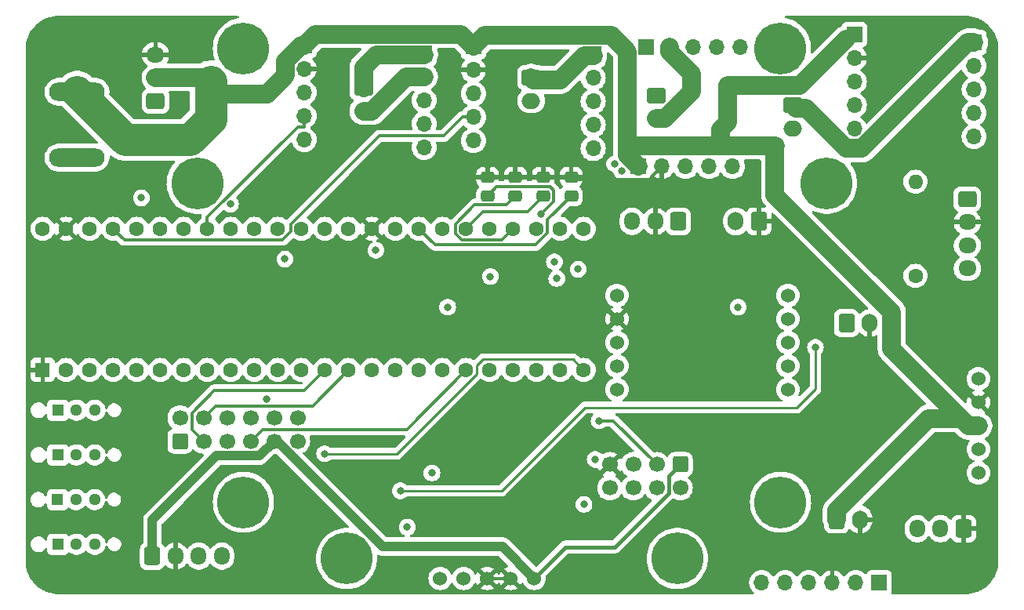
<source format=gtl>
%TF.GenerationSoftware,KiCad,Pcbnew,8.0.0-dirty*%
%TF.CreationDate,2024-04-26T00:17:44-04:00*%
%TF.ProjectId,MainPCB,4d61696e-5043-4422-9e6b-696361645f70,rev?*%
%TF.SameCoordinates,Original*%
%TF.FileFunction,Copper,L1,Top*%
%TF.FilePolarity,Positive*%
%FSLAX46Y46*%
G04 Gerber Fmt 4.6, Leading zero omitted, Abs format (unit mm)*
G04 Created by KiCad (PCBNEW 8.0.0-dirty) date 2024-04-26 00:17:44*
%MOMM*%
%LPD*%
G01*
G04 APERTURE LIST*
G04 Aperture macros list*
%AMRoundRect*
0 Rectangle with rounded corners*
0 $1 Rounding radius*
0 $2 $3 $4 $5 $6 $7 $8 $9 X,Y pos of 4 corners*
0 Add a 4 corners polygon primitive as box body*
4,1,4,$2,$3,$4,$5,$6,$7,$8,$9,$2,$3,0*
0 Add four circle primitives for the rounded corners*
1,1,$1+$1,$2,$3*
1,1,$1+$1,$4,$5*
1,1,$1+$1,$6,$7*
1,1,$1+$1,$8,$9*
0 Add four rect primitives between the rounded corners*
20,1,$1+$1,$2,$3,$4,$5,0*
20,1,$1+$1,$4,$5,$6,$7,0*
20,1,$1+$1,$6,$7,$8,$9,0*
20,1,$1+$1,$8,$9,$2,$3,0*%
G04 Aperture macros list end*
%TA.AperFunction,ComponentPad*%
%ADD10R,1.295400X1.295400*%
%TD*%
%TA.AperFunction,ComponentPad*%
%ADD11C,1.295400*%
%TD*%
%TA.AperFunction,ComponentPad*%
%ADD12RoundRect,0.250000X0.600000X-0.600000X0.600000X0.600000X-0.600000X0.600000X-0.600000X-0.600000X0*%
%TD*%
%TA.AperFunction,ComponentPad*%
%ADD13C,1.700000*%
%TD*%
%TA.AperFunction,ComponentPad*%
%ADD14R,1.600000X1.600000*%
%TD*%
%TA.AperFunction,ComponentPad*%
%ADD15C,1.600000*%
%TD*%
%TA.AperFunction,ComponentPad*%
%ADD16R,1.700000X1.700000*%
%TD*%
%TA.AperFunction,ComponentPad*%
%ADD17O,1.700000X1.700000*%
%TD*%
%TA.AperFunction,SMDPad,CuDef*%
%ADD18RoundRect,0.250000X0.475000X-0.337500X0.475000X0.337500X-0.475000X0.337500X-0.475000X-0.337500X0*%
%TD*%
%TA.AperFunction,ComponentPad*%
%ADD19RoundRect,0.250000X-0.600000X-0.750000X0.600000X-0.750000X0.600000X0.750000X-0.600000X0.750000X0*%
%TD*%
%TA.AperFunction,ComponentPad*%
%ADD20O,1.700000X2.000000*%
%TD*%
%TA.AperFunction,ComponentPad*%
%ADD21C,5.600000*%
%TD*%
%TA.AperFunction,ComponentPad*%
%ADD22RoundRect,0.250000X-0.600000X0.600000X-0.600000X-0.600000X0.600000X-0.600000X0.600000X0.600000X0*%
%TD*%
%TA.AperFunction,ComponentPad*%
%ADD23C,1.524000*%
%TD*%
%TA.AperFunction,ComponentPad*%
%ADD24RoundRect,0.250000X-0.600000X-0.725000X0.600000X-0.725000X0.600000X0.725000X-0.600000X0.725000X0*%
%TD*%
%TA.AperFunction,ComponentPad*%
%ADD25O,1.700000X1.950000*%
%TD*%
%TA.AperFunction,ComponentPad*%
%ADD26RoundRect,0.250000X0.600000X0.725000X-0.600000X0.725000X-0.600000X-0.725000X0.600000X-0.725000X0*%
%TD*%
%TA.AperFunction,ComponentPad*%
%ADD27RoundRect,0.250000X0.725000X-0.600000X0.725000X0.600000X-0.725000X0.600000X-0.725000X-0.600000X0*%
%TD*%
%TA.AperFunction,ComponentPad*%
%ADD28O,1.950000X1.700000*%
%TD*%
%TA.AperFunction,ComponentPad*%
%ADD29RoundRect,0.250000X-0.725000X0.600000X-0.725000X-0.600000X0.725000X-0.600000X0.725000X0.600000X0*%
%TD*%
%TA.AperFunction,ComponentPad*%
%ADD30O,6.000000X2.000000*%
%TD*%
%TA.AperFunction,ComponentPad*%
%ADD31RoundRect,0.250000X-0.750000X0.600000X-0.750000X-0.600000X0.750000X-0.600000X0.750000X0.600000X0*%
%TD*%
%TA.AperFunction,ComponentPad*%
%ADD32O,2.000000X1.700000*%
%TD*%
%TA.AperFunction,ComponentPad*%
%ADD33O,1.600000X1.600000*%
%TD*%
%TA.AperFunction,ComponentPad*%
%ADD34RoundRect,0.250000X0.600000X0.750000X-0.600000X0.750000X-0.600000X-0.750000X0.600000X-0.750000X0*%
%TD*%
%TA.AperFunction,ViaPad*%
%ADD35C,0.800000*%
%TD*%
%TA.AperFunction,Conductor*%
%ADD36C,0.300000*%
%TD*%
%TA.AperFunction,Conductor*%
%ADD37C,0.400000*%
%TD*%
%TA.AperFunction,Conductor*%
%ADD38C,1.000000*%
%TD*%
%TA.AperFunction,Conductor*%
%ADD39C,0.250000*%
%TD*%
%TA.AperFunction,Conductor*%
%ADD40C,2.000000*%
%TD*%
%TA.AperFunction,Conductor*%
%ADD41C,3.500000*%
%TD*%
G04 APERTURE END LIST*
D10*
%TO.P,SW2,1,A*%
%TO.N,SLIDE2*%
X91200000Y-110626000D03*
D11*
%TO.P,SW2,2,B*%
%TO.N,3.3V*%
X93200000Y-110626000D03*
%TO.P,SW2,3,C*%
%TO.N,unconnected-(SW2-C-Pad3)*%
X95200001Y-110626000D03*
%TD*%
D12*
%TO.P,J8,1,Pin_1*%
%TO.N,CS3*%
X104380000Y-109140000D03*
D13*
%TO.P,J8,2,Pin_2*%
%TO.N,CS2*%
X104380000Y-106600000D03*
%TO.P,J8,3,Pin_3*%
%TO.N,MOSI*%
X106920000Y-109140000D03*
%TO.P,J8,4,Pin_4*%
%TO.N,MISO*%
X106920000Y-106600000D03*
%TO.P,J8,5,Pin_5*%
%TO.N,SCK1*%
X109460000Y-109140000D03*
%TO.P,J8,6,Pin_6*%
%TO.N,CS1*%
X109460000Y-106600000D03*
%TO.P,J8,7,Pin_7*%
%TO.N,CS4*%
X112000000Y-109140000D03*
%TO.P,J8,8,Pin_8*%
%TO.N,CS5*%
X112000000Y-106600000D03*
%TO.P,J8,9,Pin_9*%
%TO.N,5V*%
X114540000Y-109140000D03*
%TO.P,J8,10,Pin_10*%
%TO.N,GND*%
X114540000Y-106600000D03*
%TO.P,J8,11,Pin_11*%
%TO.N,CS6*%
X117080000Y-109140000D03*
%TO.P,J8,12,Pin_12*%
%TO.N,3.3V*%
X117080000Y-106600000D03*
%TD*%
D14*
%TO.P,U1,1,GND*%
%TO.N,GND*%
X89560000Y-101440000D03*
D15*
%TO.P,U1,2,0_RX1_CRX2_CS1*%
%TO.N,LEDPulse*%
X92100000Y-101440000D03*
%TO.P,U1,3,1_TX1_CTX2_MISO1*%
%TO.N,CS2*%
X94640000Y-101440000D03*
%TO.P,U1,4,2_OUT2*%
%TO.N,PWM1*%
X97180000Y-101440000D03*
%TO.P,U1,5,3_LRCLK2*%
%TO.N,PWM2*%
X99720000Y-101440000D03*
%TO.P,U1,6,4_BCLK2*%
%TO.N,PWM3*%
X102260000Y-101440000D03*
%TO.P,U1,7,5_IN2*%
%TO.N,PWM4*%
X104800000Y-101440000D03*
%TO.P,U1,8,6_OUT1D*%
%TO.N,ESC*%
X107340000Y-101440000D03*
%TO.P,U1,9,7_RX2_OUT1A*%
%TO.N,RX2->TX*%
X109880000Y-101440000D03*
%TO.P,U1,10,8_TX2_IN1*%
%TO.N,TX2->RX*%
X112420000Y-101440000D03*
%TO.P,U1,11,9_OUT1C*%
%TO.N,DIR4A*%
X114960000Y-101440000D03*
%TO.P,U1,12,10_CS_MQSR*%
%TO.N,DIR4B*%
X117500000Y-101440000D03*
%TO.P,U1,13,11_MOSI_CTX1*%
%TO.N,MOSI*%
X120040000Y-101440000D03*
%TO.P,U1,14,12_MISO_MQSL*%
%TO.N,MISO*%
X122580000Y-101440000D03*
%TO.P,U1,15,3V3*%
%TO.N,unconnected-(U1-3V3-Pad15)*%
X125120000Y-101440000D03*
%TO.P,U1,16,24_A10_TX6_SCL2*%
%TO.N,SCL2*%
X127660000Y-101440000D03*
%TO.P,U1,17,25_A11_RX6_SDA2*%
%TO.N,SDA2*%
X130200000Y-101440000D03*
%TO.P,U1,18,26_A12_MOSI1*%
%TO.N,CS3*%
X132740000Y-101440000D03*
%TO.P,U1,19,27_A13_SCK1*%
%TO.N,CS4*%
X135280000Y-101440000D03*
%TO.P,U1,20,28_RX7*%
%TO.N,RX7 -> TX*%
X137820000Y-101440000D03*
%TO.P,U1,21,29_TX7*%
%TO.N,TX7 -> RX*%
X140360000Y-101440000D03*
%TO.P,U1,22,30_CRX3*%
%TO.N,Kicker*%
X142900000Y-101440000D03*
%TO.P,U1,23,31_CTX3*%
%TO.N,SLIDE1*%
X145440000Y-101440000D03*
%TO.P,U1,24,32_OUT1B*%
%TO.N,CS1*%
X147980000Y-101440000D03*
%TO.P,U1,25,33_MCLK2*%
%TO.N,TRIG1*%
X147980000Y-86200000D03*
%TO.P,U1,26,34_RX8*%
%TO.N,ECHO*%
X145440000Y-86200000D03*
%TO.P,U1,27,35_TX8*%
%TO.N,TRIG2*%
X142900000Y-86200000D03*
%TO.P,U1,28,36_CS*%
%TO.N,SLIDE2*%
X140360000Y-86200000D03*
%TO.P,U1,29,37_CS*%
%TO.N,TRIG3*%
X137820000Y-86200000D03*
%TO.P,U1,30,38_CS1_IN1*%
%TO.N,SLIDE3*%
X135280000Y-86200000D03*
%TO.P,U1,31,39_MISO1_OUT1A*%
%TO.N,TRIG4*%
X132740000Y-86200000D03*
%TO.P,U1,32,40_A16*%
%TO.N,SLIDE4*%
X130200000Y-86200000D03*
%TO.P,U1,33,41_A17*%
%TO.N,LightGate*%
X127660000Y-86200000D03*
%TO.P,U1,34,GND*%
%TO.N,GND*%
X125120000Y-86200000D03*
%TO.P,U1,35,13_SCK_LED*%
%TO.N,SCK1*%
X122580000Y-86200000D03*
%TO.P,U1,36,14_A0_TX3_SPDIF_OUT*%
%TO.N,CS5*%
X120040000Y-86200000D03*
%TO.P,U1,37,15_A1_RX3_SPDIF_IN*%
%TO.N,CS6*%
X117500000Y-86200000D03*
%TO.P,U1,38,16_A2_RX4_SCL1*%
%TO.N,RX4->TX*%
X114960000Y-86200000D03*
%TO.P,U1,39,17_A3_TX4_SDA1*%
%TO.N,TX4->RX*%
X112420000Y-86200000D03*
%TO.P,U1,40,18_A4_SDA*%
%TO.N,DIR3A*%
X109880000Y-86200000D03*
%TO.P,U1,41,19_A5_SCL*%
%TO.N,DIR3B*%
X107340000Y-86200000D03*
%TO.P,U1,42,20_A6_TX5_LRCLK1*%
%TO.N,DIR2A*%
X104800000Y-86200000D03*
%TO.P,U1,43,21_A7_RX5_BCLK1*%
%TO.N,DIR2B*%
X102260000Y-86200000D03*
%TO.P,U1,44,22_A8_CTX1*%
%TO.N,DIR1A*%
X99720000Y-86200000D03*
%TO.P,U1,45,23_A9_CRX1_MCLK1*%
%TO.N,DIR1B*%
X97180000Y-86200000D03*
%TO.P,U1,46,3V3*%
%TO.N,unconnected-(U1-3V3-Pad46)*%
X94640000Y-86200000D03*
%TO.P,U1,47,GND*%
%TO.N,GND*%
X92100000Y-86200000D03*
%TO.P,U1,48,VIN*%
%TO.N,5V*%
X89560000Y-86200000D03*
%TD*%
D16*
%TO.P,U5,1,12v*%
%TO.N,12V*%
X177207500Y-65233000D03*
D17*
%TO.P,U5,2,GND*%
%TO.N,GND*%
X177207500Y-67773000D03*
%TO.P,U5,3,DIR1*%
%TO.N,DIR4A*%
X177207500Y-70313000D03*
%TO.P,U5,4,DIR2*%
%TO.N,DIR4B*%
X177207500Y-72853000D03*
%TO.P,U5,5,PWM*%
%TO.N,PWM4*%
X177207500Y-75393000D03*
D16*
%TO.P,U5,6,OUTA*%
%TO.N,Net-(M4-+)*%
X190141000Y-66087000D03*
D17*
%TO.P,U5,7,OUTB*%
%TO.N,Net-(M4--)*%
X190141000Y-68627000D03*
%TO.P,U5,8*%
%TO.N,N/C*%
X190141000Y-71167000D03*
%TO.P,U5,9*%
X190141000Y-73707000D03*
%TO.P,U5,10*%
X190141000Y-76247000D03*
%TD*%
D18*
%TO.P,R2,1*%
%TO.N,SLIDE1*%
X137600000Y-82675000D03*
%TO.P,R2,2*%
%TO.N,GND*%
X137600000Y-80600000D03*
%TD*%
D19*
%TO.P,J4,1,Pin_1*%
%TO.N,Net-(J3-Pin_2)*%
X176350000Y-96383000D03*
D20*
%TO.P,J4,2,Pin_2*%
%TO.N,GND*%
X178850000Y-96383000D03*
%TD*%
D21*
%TO.P,H1,1*%
%TO.N,N/C*%
X106243500Y-81302900D03*
%TD*%
D18*
%TO.P,R3,1*%
%TO.N,SLIDE2*%
X140610000Y-82675000D03*
%TO.P,R3,2*%
%TO.N,GND*%
X140610000Y-80600000D03*
%TD*%
%TO.P,R5,1*%
%TO.N,SLIDE4*%
X146630000Y-82675000D03*
%TO.P,R5,2*%
%TO.N,GND*%
X146630000Y-80600000D03*
%TD*%
D22*
%TO.P,J12,1,Pin_1*%
%TO.N,5V*%
X158400000Y-111660000D03*
D13*
%TO.P,J12,2,Pin_2*%
%TO.N,TRIG1*%
X158400000Y-114200000D03*
%TO.P,J12,3,Pin_3*%
%TO.N,TRIG2*%
X155860000Y-111660000D03*
%TO.P,J12,4,Pin_4*%
%TO.N,TRIG3*%
X155860000Y-114200000D03*
%TO.P,J12,5,Pin_5*%
%TO.N,TRIG4*%
X153320000Y-111660000D03*
%TO.P,J12,6,Pin_6*%
%TO.N,ECHO*%
X153320000Y-114200000D03*
%TO.P,J12,7,Pin_7*%
%TO.N,GND*%
X150780000Y-111660000D03*
%TO.P,J12,8*%
%TO.N,N/C*%
X150780000Y-114200000D03*
%TD*%
D21*
%TO.P,H8,1*%
%TO.N,N/C*%
X169230000Y-115731900D03*
%TD*%
%TO.P,H5,1*%
%TO.N,N/C*%
X169230000Y-66731900D03*
%TD*%
D16*
%TO.P,U2,1,12v*%
%TO.N,12V*%
X136064500Y-66531000D03*
D17*
%TO.P,U2,2,GND*%
%TO.N,GND*%
X136064500Y-69071000D03*
%TO.P,U2,3,DIR1*%
%TO.N,DIR1A*%
X136064500Y-71611000D03*
%TO.P,U2,4,DIR2*%
%TO.N,DIR1B*%
X136064500Y-74151000D03*
%TO.P,U2,5,PWM*%
%TO.N,PWM1*%
X136064500Y-76691000D03*
D16*
%TO.P,U2,6,OUTA*%
%TO.N,Net-(M1-+)*%
X148998000Y-67385000D03*
D17*
%TO.P,U2,7,OUTB*%
%TO.N,Net-(M1--)*%
X148998000Y-69925000D03*
%TO.P,U2,8*%
%TO.N,N/C*%
X148998000Y-72465000D03*
%TO.P,U2,9*%
X148998000Y-75005000D03*
%TO.P,U2,10*%
X148998000Y-77545000D03*
%TD*%
D21*
%TO.P,H4,1*%
%TO.N,N/C*%
X158086200Y-121806800D03*
%TD*%
D18*
%TO.P,R4,1*%
%TO.N,SLIDE3*%
X143620000Y-82675000D03*
%TO.P,R4,2*%
%TO.N,GND*%
X143620000Y-80600000D03*
%TD*%
D19*
%TO.P,J10,1,Pin_1*%
%TO.N,12V*%
X175300000Y-117600000D03*
D20*
%TO.P,J10,2,Pin_2*%
%TO.N,GND*%
X177800000Y-117600000D03*
%TD*%
D23*
%TO.P,U13,1*%
%TO.N,N/C*%
X190600000Y-112560000D03*
%TO.P,U13,2*%
X190600000Y-110020000D03*
%TO.P,U13,3,IN+*%
%TO.N,12V*%
X190600000Y-107480000D03*
%TO.P,U13,4,IN-*%
%TO.N,GND*%
X190600000Y-104940000D03*
%TO.P,U13,5,OUT+*%
%TO.N,3.3V*%
X190600000Y-102400000D03*
%TD*%
D10*
%TO.P,SW3,1,A*%
%TO.N,SLIDE3*%
X91168000Y-115452000D03*
D11*
%TO.P,SW3,2,B*%
%TO.N,3.3V*%
X93168000Y-115452000D03*
%TO.P,SW3,3,C*%
%TO.N,unconnected-(SW3-C-Pad3)*%
X95168001Y-115452000D03*
%TD*%
D24*
%TO.P,J1,1,Pin_1*%
%TO.N,5V*%
X101400000Y-121550000D03*
D25*
%TO.P,J1,2,Pin_2*%
%TO.N,GND*%
X103900000Y-121550000D03*
%TO.P,J1,3,Pin_3*%
%TO.N,RX2->TX*%
X106400000Y-121550000D03*
%TO.P,J1,4,Pin_4*%
%TO.N,TX2->RX*%
X108900000Y-121550000D03*
%TD*%
D26*
%TO.P,J2,1,Pin_1*%
%TO.N,GND*%
X189000000Y-118600000D03*
D25*
%TO.P,J2,2,Pin_2*%
%TO.N,3.3V*%
X186500000Y-118600000D03*
%TO.P,J2,3,Pin_3*%
%TO.N,ESC*%
X184000000Y-118600000D03*
%TD*%
D10*
%TO.P,SW4,1,A*%
%TO.N,SLIDE4*%
X91200000Y-120278000D03*
D11*
%TO.P,SW4,2,B*%
%TO.N,3.3V*%
X93200000Y-120278000D03*
%TO.P,SW4,3,C*%
%TO.N,unconnected-(SW4-C-Pad3)*%
X95200001Y-120278000D03*
%TD*%
D16*
%TO.P,J5,1,Pin_1*%
%TO.N,unconnected-(J5-Pin_1-Pad1)*%
X179900000Y-124400000D03*
D17*
%TO.P,J5,2,Pin_2*%
%TO.N,3.3V*%
X177360000Y-124400000D03*
%TO.P,J5,3,Pin_3*%
%TO.N,GND*%
X174820000Y-124400000D03*
%TO.P,J5,4,Pin_4*%
%TO.N,RX7 -> TX*%
X172280000Y-124400000D03*
%TO.P,J5,5,Pin_5*%
%TO.N,TX7 -> RX*%
X169740000Y-124400000D03*
%TO.P,J5,6,Pin_6*%
%TO.N,STATE*%
X167200000Y-124400000D03*
%TD*%
D27*
%TO.P,J6,1,Pin_1*%
%TO.N,Kicker*%
X101750000Y-72400000D03*
D28*
%TO.P,J6,2,Pin_2*%
%TO.N,12V*%
X101750000Y-69900000D03*
%TO.P,J6,3,Pin_3*%
%TO.N,GND*%
X101750000Y-67400000D03*
%TD*%
D10*
%TO.P,SW1,1,A*%
%TO.N,SLIDE1*%
X91200000Y-105800000D03*
D11*
%TO.P,SW1,2,B*%
%TO.N,3.3V*%
X93200000Y-105800000D03*
%TO.P,SW1,3,C*%
%TO.N,unconnected-(SW1-C-Pad3)*%
X95200001Y-105800000D03*
%TD*%
D21*
%TO.P,H2,1*%
%TO.N,N/C*%
X174216500Y-81302900D03*
%TD*%
%TO.P,H3,1*%
%TO.N,N/C*%
X122373900Y-121806800D03*
%TD*%
%TO.P,H6,1*%
%TO.N,N/C*%
X111230000Y-66731900D03*
%TD*%
D16*
%TO.P,U4,1,12v*%
%TO.N,12V*%
X117800000Y-66400000D03*
D17*
%TO.P,U4,2,GND*%
%TO.N,GND*%
X117800000Y-68940000D03*
%TO.P,U4,3,DIR1*%
%TO.N,DIR3A*%
X117800000Y-71480000D03*
%TO.P,U4,4,DIR2*%
%TO.N,DIR3B*%
X117800000Y-74020000D03*
%TO.P,U4,5,PWM*%
%TO.N,PWM3*%
X117800000Y-76560000D03*
D16*
%TO.P,U4,6,OUTA*%
%TO.N,Net-(M3-+)*%
X130733500Y-67254000D03*
D17*
%TO.P,U4,7,OUTB*%
%TO.N,Net-(M3--)*%
X130733500Y-69794000D03*
%TO.P,U4,8*%
%TO.N,N/C*%
X130733500Y-72334000D03*
%TO.P,U4,9*%
X130733500Y-74874000D03*
%TO.P,U4,10*%
X130733500Y-77414000D03*
%TD*%
D29*
%TO.P,J9,1,Pin_1*%
%TO.N,5V*%
X189400000Y-83000000D03*
D28*
%TO.P,J9,2,Pin_2*%
%TO.N,GND*%
X189400000Y-85500000D03*
%TO.P,J9,3,Pin_3*%
%TO.N,RX4->TX*%
X189400000Y-88000000D03*
%TO.P,J9,4,Pin_4*%
%TO.N,TX4->RX*%
X189400000Y-90500000D03*
%TD*%
D21*
%TO.P,H7,1*%
%TO.N,N/C*%
X111230000Y-115731900D03*
%TD*%
D30*
%TO.P,U12,1,Power*%
%TO.N,Net-(J3-Pin_2)*%
X93273000Y-78515000D03*
%TO.P,U12,2,ACC*%
%TO.N,12V*%
X93273000Y-71415000D03*
%TD*%
D23*
%TO.P,U10,1,3.3v*%
%TO.N,3.3V*%
X151570000Y-93400000D03*
%TO.P,U10,2,GND*%
%TO.N,GND*%
X151570000Y-95940000D03*
%TO.P,U10,3,SCL*%
%TO.N,SCL2*%
X151570000Y-98480000D03*
%TO.P,U10,4,SDA*%
%TO.N,SDA2*%
X151570000Y-101020000D03*
%TO.P,U10,5*%
%TO.N,N/C*%
X151570000Y-103560000D03*
%TO.P,U10,6*%
X170030000Y-93400000D03*
%TO.P,U10,7*%
X170030000Y-98480000D03*
%TO.P,U10,8*%
X170030000Y-103560000D03*
%TO.P,U10,9*%
X170030000Y-95940000D03*
%TO.P,U10,10*%
X170030000Y-101020000D03*
%TD*%
D31*
%TO.P,M4,1,+*%
%TO.N,Net-(M4-+)*%
X170585000Y-72890000D03*
D32*
%TO.P,M4,2,-*%
%TO.N,Net-(M4--)*%
X170585000Y-75390000D03*
%TD*%
D23*
%TO.P,U11,1*%
%TO.N,N/C*%
X132470000Y-123960000D03*
%TO.P,U11,3,IN+*%
%TO.N,12V*%
X135010000Y-123960000D03*
%TO.P,U11,4,IN-*%
%TO.N,GND*%
X137550000Y-123960000D03*
X140090000Y-123960000D03*
%TO.P,U11,5,OUT+*%
%TO.N,5V*%
X142630000Y-123960000D03*
%TD*%
D15*
%TO.P,R1,1*%
%TO.N,LEDPulse*%
X183800000Y-91280000D03*
D33*
%TO.P,R1,2*%
%TO.N,Net-(D1-A)*%
X183800000Y-81120000D03*
%TD*%
D16*
%TO.P,U3,1,12v*%
%TO.N,12V*%
X153885500Y-79479500D03*
D17*
%TO.P,U3,2,GND*%
%TO.N,GND*%
X156425500Y-79479500D03*
%TO.P,U3,3,DIR1*%
%TO.N,DIR2A*%
X158965500Y-79479500D03*
%TO.P,U3,4,DIR2*%
%TO.N,DIR2B*%
X161505500Y-79479500D03*
%TO.P,U3,5,PWM*%
%TO.N,PWM2*%
X164045500Y-79479500D03*
D16*
%TO.P,U3,6,OUTA*%
%TO.N,Net-(M2-+)*%
X154739500Y-66546000D03*
D17*
%TO.P,U3,7,OUTB*%
%TO.N,Net-(M2--)*%
X157279500Y-66546000D03*
%TO.P,U3,8*%
%TO.N,N/C*%
X159819500Y-66546000D03*
%TO.P,U3,9*%
X162359500Y-66546000D03*
%TO.P,U3,10*%
X164899500Y-66546000D03*
%TD*%
D26*
%TO.P,U6,1,OUT*%
%TO.N,LightGate*%
X158200000Y-85400000D03*
D25*
%TO.P,U6,2,Vs*%
%TO.N,GND*%
X155700000Y-85400000D03*
%TO.P,U6,3,GND*%
%TO.N,3.3V*%
X153200000Y-85400000D03*
%TD*%
D31*
%TO.P,M1,1,+*%
%TO.N,Net-(M1-+)*%
X142305000Y-69884100D03*
D32*
%TO.P,M1,2,-*%
%TO.N,Net-(M1--)*%
X142305000Y-72384100D03*
%TD*%
D31*
%TO.P,M3,1,+*%
%TO.N,Net-(M3-+)*%
X124200000Y-71000000D03*
D32*
%TO.P,M3,2,-*%
%TO.N,Net-(M3--)*%
X124200000Y-73500000D03*
%TD*%
D34*
%TO.P,D1,1,K*%
%TO.N,GND*%
X166900000Y-85400000D03*
D20*
%TO.P,D1,2,A*%
%TO.N,Net-(D1-A)*%
X164400000Y-85400000D03*
%TD*%
D31*
%TO.P,M2,1,+*%
%TO.N,Net-(M2-+)*%
X155800000Y-71825000D03*
D32*
%TO.P,M2,2,-*%
%TO.N,Net-(M2--)*%
X155800000Y-74325000D03*
%TD*%
D35*
%TO.N,GND*%
X137578000Y-79399200D03*
%TO.N,3.3V*%
X113749700Y-104574400D03*
%TO.N,TRIG2*%
X149636500Y-106952500D03*
%TO.N,TRIG4*%
X149218200Y-111111100D03*
%TO.N,CS1*%
X120000000Y-110500000D03*
%TO.N,RX4->TX*%
X125532600Y-88528000D03*
%TO.N,TX4->RX*%
X115704100Y-89484100D03*
%TO.N,LEDPulse*%
X173000000Y-99000000D03*
X128180000Y-114500000D03*
%TO.N,SLIDE1*%
X143330900Y-84637600D03*
X144812500Y-89781800D03*
%TO.N,SLIDE2*%
X137896000Y-91363900D03*
%TO.N,SLIDE3*%
X131587200Y-112579200D03*
%TO.N,SLIDE4*%
X128930000Y-118434500D03*
%TO.N,DIR3A*%
X109832200Y-83554400D03*
%TO.N,PWM1*%
X100211000Y-82870000D03*
%TO.N,PWM4*%
X152054000Y-79926400D03*
X147372600Y-90581500D03*
%TO.N,DIR4A*%
X133280300Y-94670000D03*
X164643500Y-94670000D03*
%TO.N,DIR4B*%
X145075200Y-91583400D03*
X151316800Y-79190700D03*
%TO.N,RX7 -> TX*%
X148002300Y-115970000D03*
%TD*%
D36*
%TO.N,GND*%
X130720000Y-80600000D02*
X137600000Y-80600000D01*
X155036600Y-80868400D02*
X156425500Y-79479500D01*
X137600000Y-80600000D02*
X140610000Y-80600000D01*
X146630000Y-80600000D02*
X146898400Y-80868400D01*
X137600000Y-79421200D02*
X137578000Y-79399200D01*
X125120000Y-86200000D02*
X130720000Y-80600000D01*
X137550000Y-123960000D02*
X140090000Y-123960000D01*
X140610000Y-80600000D02*
X143620000Y-80600000D01*
X146898400Y-80868400D02*
X155036600Y-80868400D01*
X146630000Y-80600000D02*
X143620000Y-80600000D01*
X137600000Y-80600000D02*
X137600000Y-79421200D01*
D37*
%TO.N,5V*%
X146030000Y-120560000D02*
X151307767Y-120560000D01*
D38*
X101400000Y-117640000D02*
X108350000Y-110690000D01*
X142630000Y-123960000D02*
X139180000Y-120510000D01*
D37*
X157150000Y-114717767D02*
X157150000Y-112910000D01*
D38*
X112990000Y-110690000D02*
X114540000Y-109140000D01*
X126257968Y-120510000D02*
X114887968Y-109140000D01*
X114887968Y-109140000D02*
X114540000Y-109140000D01*
X108350000Y-110690000D02*
X112990000Y-110690000D01*
D37*
X157150000Y-112910000D02*
X158400000Y-111660000D01*
X151307767Y-120560000D02*
X157150000Y-114717767D01*
D38*
X101400000Y-121550000D02*
X101400000Y-117640000D01*
D37*
X142630000Y-123960000D02*
X146030000Y-120560000D01*
D38*
X139180000Y-120510000D02*
X126257968Y-120510000D01*
D36*
%TO.N,TRIG2*%
X155860000Y-111660000D02*
X151152500Y-106952500D01*
X151152500Y-106952500D02*
X149636500Y-106952500D01*
%TO.N,MOSI*%
X108081200Y-103671700D02*
X105650000Y-106102900D01*
X117808300Y-103671700D02*
X108081200Y-103671700D01*
X120040000Y-101440000D02*
X117808300Y-103671700D01*
X105650000Y-106102900D02*
X105650000Y-107870000D01*
X105650000Y-107870000D02*
X106920000Y-109140000D01*
%TO.N,MISO*%
X118693700Y-105326300D02*
X122580000Y-101440000D01*
X106920000Y-106600000D02*
X108193700Y-105326300D01*
X108193700Y-105326300D02*
X118693700Y-105326300D01*
D39*
%TO.N,CS1*%
X147980000Y-101440000D02*
X146855000Y-100315000D01*
X136405000Y-101905991D02*
X127810991Y-110500000D01*
X137064009Y-100315000D02*
X136405000Y-100974009D01*
X127810991Y-110500000D02*
X120000000Y-110500000D01*
X146855000Y-100315000D02*
X137064009Y-100315000D01*
X136405000Y-100974009D02*
X136405000Y-101905991D01*
D36*
%TO.N,CS4*%
X128850000Y-107870000D02*
X113270000Y-107870000D01*
X135280000Y-101440000D02*
X128850000Y-107870000D01*
X113270000Y-107870000D02*
X112000000Y-109140000D01*
D40*
%TO.N,12V*%
X118996000Y-65204000D02*
X134738000Y-65204000D01*
X101800000Y-69850000D02*
X107264000Y-69850000D01*
X163540000Y-70770000D02*
X171299000Y-70770000D01*
X109044100Y-71630000D02*
X113790000Y-71630000D01*
X185220000Y-106680000D02*
X188722000Y-106680000D01*
X113790000Y-71630000D02*
X115750000Y-69670000D01*
X117800000Y-66400000D02*
X118996000Y-65204000D01*
X107696000Y-70281900D02*
X109044100Y-71630000D01*
X162780000Y-75440000D02*
X163520000Y-74700000D01*
X152690000Y-78283500D02*
X153885500Y-79479000D01*
D41*
X107696000Y-74333900D02*
X107696000Y-70281900D01*
X105430000Y-76600000D02*
X107696000Y-74333900D01*
D40*
X162780000Y-77216000D02*
X152944000Y-77216000D01*
X115750000Y-68090862D02*
X117440862Y-66400000D01*
X152690000Y-67056000D02*
X152690000Y-77470000D01*
X135401000Y-65867500D02*
X136064500Y-66531000D01*
X190600000Y-107480000D02*
X189522000Y-107480000D01*
X181231000Y-95161000D02*
X168620000Y-82550000D01*
X115750000Y-69670000D02*
X115750000Y-68090862D01*
X168699400Y-77216000D02*
X162780000Y-77216000D01*
X163520000Y-74700000D02*
X163520000Y-70790000D01*
X163520000Y-70790000D02*
X163540000Y-70770000D01*
X117440862Y-66400000D02*
X117800000Y-66400000D01*
D41*
X98458000Y-76600000D02*
X105430000Y-76600000D01*
D40*
X134738000Y-65204000D02*
X135401000Y-65867500D01*
X135401000Y-65867500D02*
X136064000Y-66531000D01*
X189522000Y-107480000D02*
X188722000Y-106680000D01*
X107264000Y-69850000D02*
X107696000Y-70281900D01*
X153885500Y-79479000D02*
X153885500Y-79479500D01*
X181231000Y-99188300D02*
X181231000Y-95161000D01*
X162780000Y-77216000D02*
X162780000Y-75440000D01*
X101750000Y-69900000D02*
X101800000Y-69850000D01*
X136064000Y-66531000D02*
X137260000Y-65335000D01*
X175300000Y-117600000D02*
X175300000Y-116600000D01*
X137260000Y-65335000D02*
X150968000Y-65335000D01*
X153885500Y-79479000D02*
X153886000Y-79479500D01*
X168620000Y-82550000D02*
X168620000Y-77295400D01*
X152944000Y-77216000D02*
X152690000Y-77470000D01*
X150968000Y-65335000D02*
X152690000Y-67056000D01*
D41*
X93273000Y-71415000D02*
X98458000Y-76600000D01*
D40*
X171299000Y-70770000D02*
X176338000Y-65731000D01*
X175300000Y-116600000D02*
X185220000Y-106680000D01*
X168620000Y-77295400D02*
X168699400Y-77216000D01*
X188722000Y-106680000D02*
X181231000Y-99188300D01*
X152690000Y-77470000D02*
X152690000Y-78283500D01*
%TO.N,Net-(M1-+)*%
X142555000Y-70134100D02*
X145460900Y-70134100D01*
X145460900Y-70134100D02*
X148060000Y-67535000D01*
X148060000Y-67535000D02*
X148998000Y-67535000D01*
X142305000Y-69884100D02*
X142555000Y-70134100D01*
%TO.N,Net-(M2--)*%
X159650000Y-71410000D02*
X156735000Y-74325000D01*
X157279500Y-66546000D02*
X157279500Y-67088205D01*
X156735000Y-74325000D02*
X155800000Y-74325000D01*
X159650000Y-69458705D02*
X159650000Y-71410000D01*
X157279500Y-67088205D02*
X159650000Y-69458705D01*
%TO.N,Net-(M3-+)*%
X125579705Y-67404000D02*
X130733500Y-67404000D01*
X124200000Y-71000000D02*
X124200000Y-68783705D01*
X124200000Y-68783705D02*
X125579705Y-67404000D01*
%TO.N,Net-(M3--)*%
X128813538Y-69794000D02*
X125107538Y-73500000D01*
X125107538Y-73500000D02*
X124200000Y-73500000D01*
X130733500Y-69794000D02*
X128813538Y-69794000D01*
%TO.N,Net-(M4-+)*%
X170865000Y-73220000D02*
X171969138Y-73220000D01*
X176287455Y-77538317D02*
X178011683Y-77538317D01*
X189463000Y-66087000D02*
X190141000Y-66087000D01*
X171969138Y-73220000D02*
X176287455Y-77538317D01*
X178011683Y-77538317D02*
X189463000Y-66087000D01*
D39*
%TO.N,LEDPulse*%
X139092749Y-114500000D02*
X148092749Y-105500000D01*
X171000000Y-105500000D02*
X173000000Y-103500000D01*
X128180000Y-114500000D02*
X139092749Y-114500000D01*
X148092749Y-105500000D02*
X161500000Y-105500000D01*
X161500000Y-105500000D02*
X171000000Y-105500000D01*
X173000000Y-103500000D02*
X173000000Y-99000000D01*
D36*
%TO.N,SLIDE1*%
X144341300Y-81695100D02*
X144744500Y-82098300D01*
X138579900Y-81695100D02*
X144341300Y-81695100D01*
X137600000Y-82675000D02*
X138579900Y-81695100D01*
X144744500Y-83224000D02*
X143330900Y-84637600D01*
X144744500Y-82098300D02*
X144744500Y-83224000D01*
%TO.N,SLIDE2*%
X136209500Y-83615400D02*
X134097000Y-85727900D01*
X139135700Y-87424300D02*
X140360000Y-86200000D01*
X134813300Y-87424300D02*
X139135700Y-87424300D01*
X134097000Y-86708000D02*
X134813300Y-87424300D01*
X139669600Y-83615400D02*
X136209500Y-83615400D01*
X140610000Y-82675000D02*
X139669600Y-83615400D01*
X134097000Y-85727900D02*
X134097000Y-86708000D01*
%TO.N,SLIDE3*%
X137092500Y-84387500D02*
X135280000Y-86200000D01*
X141907500Y-84387500D02*
X137092500Y-84387500D01*
X143620000Y-82675000D02*
X141907500Y-84387500D01*
%TO.N,SLIDE4*%
X142806400Y-87927300D02*
X144081300Y-86652400D01*
X130200000Y-86200000D02*
X131927300Y-87927300D01*
X144081300Y-85223700D02*
X146630000Y-82675000D01*
X144081300Y-86652400D02*
X144081300Y-85223700D01*
X131927300Y-87927300D02*
X142806400Y-87927300D01*
%TO.N,DIR1B*%
X116348100Y-85722900D02*
X125898200Y-76172800D01*
X98373200Y-87393200D02*
X115436600Y-87393200D01*
X136064500Y-74151000D02*
X134862600Y-74151000D01*
X97180000Y-86200000D02*
X98373200Y-87393200D01*
X116348100Y-86481700D02*
X116348100Y-85722900D01*
X125898200Y-76172800D02*
X132840800Y-76172800D01*
X115436600Y-87393200D02*
X116348100Y-86481700D01*
X132840800Y-76172800D02*
X134862600Y-74151000D01*
%TO.N,DIR3B*%
X117800000Y-75221900D02*
X117101500Y-75221900D01*
X117800000Y-74020000D02*
X117800000Y-75221900D01*
X107340000Y-84983400D02*
X107340000Y-86200000D01*
X117101500Y-75221900D02*
X107340000Y-84983400D01*
%TD*%
%TA.AperFunction,Conductor*%
%TO.N,GND*%
G36*
X151894925Y-112421373D02*
G01*
X151948119Y-112345405D01*
X152002696Y-112301781D01*
X152072195Y-112294588D01*
X152134549Y-112326110D01*
X152151269Y-112345405D01*
X152281505Y-112531401D01*
X152281506Y-112531402D01*
X152448597Y-112698493D01*
X152448603Y-112698498D01*
X152634158Y-112828425D01*
X152677783Y-112883002D01*
X152684977Y-112952500D01*
X152653454Y-113014855D01*
X152634158Y-113031575D01*
X152448597Y-113161505D01*
X152281505Y-113328597D01*
X152151575Y-113514158D01*
X152096998Y-113557783D01*
X152027500Y-113564977D01*
X151965145Y-113533454D01*
X151948425Y-113514158D01*
X151818494Y-113328597D01*
X151651402Y-113161506D01*
X151651401Y-113161505D01*
X151465405Y-113031269D01*
X151421781Y-112976692D01*
X151414588Y-112907193D01*
X151446110Y-112844839D01*
X151465405Y-112828119D01*
X151541373Y-112774925D01*
X150909409Y-112142962D01*
X150972993Y-112125925D01*
X151087007Y-112060099D01*
X151180099Y-111967007D01*
X151245925Y-111852993D01*
X151262962Y-111789410D01*
X151894925Y-112421373D01*
G37*
%TD.AperFunction*%
%TA.AperFunction,Conductor*%
G36*
X110704263Y-63251585D02*
G01*
X110750018Y-63304389D01*
X110759962Y-63373547D01*
X110730937Y-63437103D01*
X110672159Y-63474877D01*
X110663880Y-63477001D01*
X110345726Y-63547031D01*
X110145539Y-63614483D01*
X110006565Y-63661309D01*
X110006563Y-63661310D01*
X110006552Y-63661314D01*
X109681755Y-63811580D01*
X109681751Y-63811582D01*
X109521544Y-63907976D01*
X109375081Y-63996100D01*
X109302297Y-64051429D01*
X109090172Y-64212681D01*
X109090163Y-64212689D01*
X108830331Y-64458814D01*
X108598641Y-64731580D01*
X108598634Y-64731590D01*
X108397790Y-65027813D01*
X108397784Y-65027822D01*
X108230151Y-65344011D01*
X108230142Y-65344029D01*
X108097674Y-65676500D01*
X108097672Y-65676507D01*
X108001932Y-66021334D01*
X108001926Y-66021360D01*
X107944029Y-66374514D01*
X107944028Y-66374531D01*
X107924652Y-66731897D01*
X107924652Y-66731902D01*
X107925599Y-66749368D01*
X107942041Y-67052631D01*
X107944028Y-67089268D01*
X107944029Y-67089285D01*
X108001926Y-67442439D01*
X108001932Y-67442465D01*
X108097672Y-67787292D01*
X108097674Y-67787299D01*
X108136120Y-67883791D01*
X108142647Y-67953355D01*
X108110529Y-68015405D01*
X108049963Y-68050241D01*
X108004742Y-68052627D01*
X107843516Y-68031401D01*
X107843511Y-68031400D01*
X107843506Y-68031400D01*
X107548494Y-68031400D01*
X107548486Y-68031400D01*
X107270085Y-68068053D01*
X107256007Y-68069907D01*
X106992056Y-68140632D01*
X106971048Y-68146261D01*
X106971038Y-68146264D01*
X106698499Y-68259154D01*
X106698490Y-68259158D01*
X106600148Y-68315936D01*
X106576110Y-68329815D01*
X106570789Y-68332887D01*
X106508789Y-68349500D01*
X103097203Y-68349500D01*
X103030164Y-68329815D01*
X102984409Y-68277011D01*
X102974465Y-68207853D01*
X102996885Y-68152615D01*
X103029620Y-68107557D01*
X103126095Y-67918217D01*
X103191757Y-67716129D01*
X103191757Y-67716126D01*
X103202231Y-67650000D01*
X102154146Y-67650000D01*
X102192630Y-67583343D01*
X102225000Y-67462535D01*
X102225000Y-67337465D01*
X102192630Y-67216657D01*
X102154146Y-67150000D01*
X103202231Y-67150000D01*
X103191757Y-67083873D01*
X103191757Y-67083870D01*
X103126095Y-66881782D01*
X103029620Y-66692442D01*
X102904727Y-66520540D01*
X102904723Y-66520535D01*
X102754464Y-66370276D01*
X102754459Y-66370272D01*
X102582557Y-66245379D01*
X102393217Y-66148904D01*
X102191128Y-66083242D01*
X102000000Y-66052969D01*
X102000000Y-66995854D01*
X101933343Y-66957370D01*
X101812535Y-66925000D01*
X101687465Y-66925000D01*
X101566657Y-66957370D01*
X101500000Y-66995854D01*
X101500000Y-66052969D01*
X101308872Y-66083242D01*
X101308869Y-66083242D01*
X101106782Y-66148904D01*
X100917442Y-66245379D01*
X100745540Y-66370272D01*
X100745535Y-66370276D01*
X100595276Y-66520535D01*
X100595272Y-66520540D01*
X100470379Y-66692442D01*
X100373904Y-66881782D01*
X100308242Y-67083870D01*
X100308242Y-67083873D01*
X100297769Y-67150000D01*
X101345854Y-67150000D01*
X101307370Y-67216657D01*
X101275000Y-67337465D01*
X101275000Y-67462535D01*
X101307370Y-67583343D01*
X101345854Y-67650000D01*
X100297769Y-67650000D01*
X100308242Y-67716126D01*
X100308242Y-67716129D01*
X100373904Y-67918217D01*
X100470379Y-68107557D01*
X100595272Y-68279459D01*
X100595276Y-68279464D01*
X100745535Y-68429723D01*
X100745540Y-68429727D01*
X100835711Y-68495240D01*
X100878377Y-68550569D01*
X100884356Y-68620183D01*
X100851751Y-68681978D01*
X100835713Y-68695875D01*
X100822490Y-68705481D01*
X100822487Y-68705484D01*
X100605486Y-68922486D01*
X100605484Y-68922488D01*
X100466657Y-69113565D01*
X100359433Y-69324003D01*
X100286446Y-69548631D01*
X100249500Y-69781902D01*
X100249500Y-70018097D01*
X100286446Y-70251368D01*
X100359433Y-70475996D01*
X100426089Y-70606815D01*
X100466657Y-70686434D01*
X100603428Y-70874682D01*
X100605484Y-70877511D01*
X100679814Y-70951841D01*
X100713299Y-71013164D01*
X100708315Y-71082856D01*
X100666443Y-71138789D01*
X100657230Y-71145060D01*
X100556347Y-71207285D01*
X100556343Y-71207288D01*
X100432289Y-71331342D01*
X100340187Y-71480663D01*
X100340185Y-71480668D01*
X100322815Y-71533089D01*
X100285001Y-71647203D01*
X100285001Y-71647204D01*
X100285000Y-71647204D01*
X100274500Y-71749983D01*
X100274500Y-73050001D01*
X100274501Y-73050018D01*
X100285000Y-73152796D01*
X100285001Y-73152799D01*
X100340185Y-73319331D01*
X100340187Y-73319336D01*
X100354271Y-73342169D01*
X100432288Y-73468656D01*
X100556344Y-73592712D01*
X100705666Y-73684814D01*
X100872203Y-73739999D01*
X100974991Y-73750500D01*
X102525008Y-73750499D01*
X102627797Y-73739999D01*
X102794334Y-73684814D01*
X102943656Y-73592712D01*
X103067712Y-73468656D01*
X103159814Y-73319334D01*
X103214999Y-73152797D01*
X103225500Y-73050009D01*
X103225499Y-71749992D01*
X103214999Y-71647203D01*
X103170694Y-71513502D01*
X103168293Y-71443676D01*
X103204024Y-71383634D01*
X103266545Y-71352441D01*
X103288401Y-71350500D01*
X105321500Y-71350500D01*
X105388539Y-71370185D01*
X105434294Y-71422989D01*
X105445500Y-71474500D01*
X105445500Y-73350380D01*
X105425815Y-73417419D01*
X105409183Y-73438059D01*
X104534102Y-74313179D01*
X104472780Y-74346666D01*
X104446419Y-74349500D01*
X99441550Y-74349500D01*
X99374511Y-74329815D01*
X99353869Y-74313181D01*
X98090689Y-73050001D01*
X96790866Y-71750179D01*
X96757382Y-71688857D01*
X96756075Y-71643106D01*
X96773500Y-71533092D01*
X96773500Y-71296908D01*
X96773500Y-71296902D01*
X96736553Y-71063631D01*
X96695901Y-70938519D01*
X96663568Y-70839008D01*
X96663566Y-70839005D01*
X96663566Y-70839003D01*
X96594439Y-70703335D01*
X96556343Y-70628567D01*
X96417517Y-70437490D01*
X96250510Y-70270483D01*
X96059433Y-70131657D01*
X96016566Y-70109815D01*
X95848996Y-70024433D01*
X95624368Y-69951446D01*
X95391097Y-69914500D01*
X95391092Y-69914500D01*
X95006549Y-69914500D01*
X94939510Y-69894815D01*
X94918872Y-69878185D01*
X94760041Y-69719354D01*
X94760040Y-69719353D01*
X94760038Y-69719351D01*
X94526001Y-69539769D01*
X94525999Y-69539767D01*
X94525993Y-69539763D01*
X94525988Y-69539760D01*
X94525985Y-69539758D01*
X94270513Y-69392260D01*
X94270497Y-69392252D01*
X93997951Y-69279361D01*
X93892548Y-69251118D01*
X93712993Y-69203006D01*
X93712992Y-69203005D01*
X93712989Y-69203005D01*
X93420506Y-69164500D01*
X93420505Y-69164500D01*
X93125495Y-69164500D01*
X93125494Y-69164500D01*
X92833010Y-69203005D01*
X92548048Y-69279361D01*
X92275502Y-69392252D01*
X92275486Y-69392260D01*
X92020014Y-69539758D01*
X92019998Y-69539769D01*
X91785961Y-69719351D01*
X91739308Y-69766005D01*
X91627130Y-69878182D01*
X91565809Y-69911666D01*
X91539451Y-69914500D01*
X91154903Y-69914500D01*
X90921631Y-69951446D01*
X90697003Y-70024433D01*
X90486566Y-70131657D01*
X90384109Y-70206097D01*
X90295490Y-70270483D01*
X90295488Y-70270485D01*
X90295487Y-70270485D01*
X90128485Y-70437487D01*
X90128485Y-70437488D01*
X90128483Y-70437490D01*
X90087066Y-70494495D01*
X89989657Y-70628566D01*
X89882433Y-70839003D01*
X89809446Y-71063631D01*
X89772500Y-71296902D01*
X89772500Y-71533097D01*
X89809446Y-71766368D01*
X89882433Y-71990996D01*
X89967440Y-72157830D01*
X89989657Y-72201433D01*
X90128483Y-72392510D01*
X90295490Y-72559517D01*
X90486567Y-72698343D01*
X90585991Y-72749002D01*
X90697003Y-72805566D01*
X90697005Y-72805566D01*
X90697008Y-72805568D01*
X90789434Y-72835599D01*
X90921631Y-72878553D01*
X91154903Y-72915500D01*
X91154908Y-72915500D01*
X91539451Y-72915500D01*
X91606490Y-72935185D01*
X91627132Y-72951819D01*
X95478131Y-76802819D01*
X95511616Y-76864142D01*
X95506632Y-76933834D01*
X95464760Y-76989767D01*
X95399296Y-77014184D01*
X95390450Y-77014500D01*
X91154903Y-77014500D01*
X90921631Y-77051446D01*
X90697003Y-77124433D01*
X90486566Y-77231657D01*
X90377550Y-77310862D01*
X90295490Y-77370483D01*
X90295488Y-77370485D01*
X90295487Y-77370485D01*
X90128485Y-77537487D01*
X90128485Y-77537488D01*
X90128483Y-77537490D01*
X90096100Y-77582061D01*
X89989657Y-77728566D01*
X89882433Y-77939003D01*
X89809446Y-78163631D01*
X89772500Y-78396902D01*
X89772500Y-78633097D01*
X89809446Y-78866368D01*
X89882433Y-79090996D01*
X89953005Y-79229500D01*
X89989657Y-79301433D01*
X90128483Y-79492510D01*
X90295490Y-79659517D01*
X90486567Y-79798343D01*
X90557264Y-79834365D01*
X90697003Y-79905566D01*
X90697005Y-79905566D01*
X90697008Y-79905568D01*
X90812689Y-79943155D01*
X90921631Y-79978553D01*
X91154903Y-80015500D01*
X91154908Y-80015500D01*
X95391097Y-80015500D01*
X95624368Y-79978553D01*
X95848992Y-79905568D01*
X96059433Y-79798343D01*
X96250510Y-79659517D01*
X96417517Y-79492510D01*
X96556343Y-79301433D01*
X96663568Y-79090992D01*
X96736553Y-78866368D01*
X96740650Y-78840500D01*
X96773500Y-78633097D01*
X96773500Y-78395578D01*
X96793185Y-78328539D01*
X96845989Y-78282784D01*
X96915147Y-78272840D01*
X96972984Y-78297200D01*
X97128330Y-78416402D01*
X97205010Y-78475241D01*
X97400377Y-78588035D01*
X97460493Y-78622743D01*
X97460496Y-78622744D01*
X97460501Y-78622747D01*
X97605561Y-78682832D01*
X97733048Y-78735639D01*
X98018007Y-78811994D01*
X98234535Y-78840500D01*
X98310493Y-78850500D01*
X98310494Y-78850500D01*
X98605505Y-78850500D01*
X103728121Y-78850500D01*
X103795160Y-78870185D01*
X103840915Y-78922989D01*
X103850859Y-78992147D01*
X103822629Y-79054776D01*
X103612141Y-79302580D01*
X103612134Y-79302590D01*
X103411290Y-79598813D01*
X103411284Y-79598822D01*
X103243651Y-79915011D01*
X103243642Y-79915029D01*
X103111174Y-80247500D01*
X103111172Y-80247507D01*
X103015432Y-80592334D01*
X103015426Y-80592360D01*
X102957529Y-80945514D01*
X102957528Y-80945531D01*
X102942822Y-81216775D01*
X102938152Y-81302900D01*
X102957513Y-81660001D01*
X102957528Y-81660268D01*
X102957529Y-81660285D01*
X103015426Y-82013439D01*
X103015432Y-82013465D01*
X103111172Y-82358292D01*
X103111174Y-82358299D01*
X103243642Y-82690770D01*
X103243651Y-82690788D01*
X103411284Y-83006977D01*
X103411287Y-83006982D01*
X103411289Y-83006985D01*
X103572051Y-83244092D01*
X103612134Y-83303209D01*
X103612141Y-83303219D01*
X103843831Y-83575985D01*
X103843832Y-83575986D01*
X104103663Y-83822111D01*
X104388581Y-84038700D01*
X104695247Y-84223215D01*
X104695249Y-84223216D01*
X104695251Y-84223217D01*
X104695255Y-84223219D01*
X104970701Y-84350653D01*
X105020065Y-84373491D01*
X105359226Y-84487768D01*
X105708754Y-84564705D01*
X106064552Y-84603400D01*
X106064558Y-84603400D01*
X106422442Y-84603400D01*
X106422448Y-84603400D01*
X106602745Y-84583791D01*
X106671517Y-84596112D01*
X106722713Y-84643659D01*
X106740075Y-84711337D01*
X106730711Y-84754514D01*
X106714500Y-84793651D01*
X106714497Y-84793661D01*
X106689500Y-84919328D01*
X106689500Y-85003316D01*
X106669815Y-85070355D01*
X106636623Y-85104891D01*
X106500859Y-85199953D01*
X106339954Y-85360858D01*
X106209432Y-85547265D01*
X106209431Y-85547267D01*
X106182382Y-85605275D01*
X106136209Y-85657714D01*
X106069016Y-85676866D01*
X106002135Y-85656650D01*
X105957618Y-85605275D01*
X105937688Y-85562535D01*
X105930568Y-85547266D01*
X105800047Y-85360861D01*
X105800045Y-85360858D01*
X105639141Y-85199954D01*
X105452734Y-85069432D01*
X105452732Y-85069431D01*
X105246497Y-84973261D01*
X105246488Y-84973258D01*
X105026697Y-84914366D01*
X105026693Y-84914365D01*
X105026692Y-84914365D01*
X105026691Y-84914364D01*
X105026686Y-84914364D01*
X104800002Y-84894532D01*
X104799998Y-84894532D01*
X104573313Y-84914364D01*
X104573302Y-84914366D01*
X104353511Y-84973258D01*
X104353502Y-84973261D01*
X104147267Y-85069431D01*
X104147265Y-85069432D01*
X103960858Y-85199954D01*
X103799954Y-85360858D01*
X103669432Y-85547265D01*
X103669431Y-85547267D01*
X103642382Y-85605275D01*
X103596209Y-85657714D01*
X103529016Y-85676866D01*
X103462135Y-85656650D01*
X103417618Y-85605275D01*
X103397688Y-85562535D01*
X103390568Y-85547266D01*
X103260047Y-85360861D01*
X103260045Y-85360858D01*
X103099141Y-85199954D01*
X102912734Y-85069432D01*
X102912732Y-85069431D01*
X102706497Y-84973261D01*
X102706488Y-84973258D01*
X102486697Y-84914366D01*
X102486693Y-84914365D01*
X102486692Y-84914365D01*
X102486691Y-84914364D01*
X102486686Y-84914364D01*
X102260002Y-84894532D01*
X102259998Y-84894532D01*
X102033313Y-84914364D01*
X102033302Y-84914366D01*
X101813511Y-84973258D01*
X101813502Y-84973261D01*
X101607267Y-85069431D01*
X101607265Y-85069432D01*
X101420858Y-85199954D01*
X101259954Y-85360858D01*
X101129432Y-85547265D01*
X101129431Y-85547267D01*
X101102382Y-85605275D01*
X101056209Y-85657714D01*
X100989016Y-85676866D01*
X100922135Y-85656650D01*
X100877618Y-85605275D01*
X100857688Y-85562535D01*
X100850568Y-85547266D01*
X100720047Y-85360861D01*
X100720045Y-85360858D01*
X100559141Y-85199954D01*
X100372734Y-85069432D01*
X100372732Y-85069431D01*
X100166497Y-84973261D01*
X100166488Y-84973258D01*
X99946697Y-84914366D01*
X99946693Y-84914365D01*
X99946692Y-84914365D01*
X99946691Y-84914364D01*
X99946686Y-84914364D01*
X99720002Y-84894532D01*
X99719998Y-84894532D01*
X99493313Y-84914364D01*
X99493302Y-84914366D01*
X99273511Y-84973258D01*
X99273502Y-84973261D01*
X99067267Y-85069431D01*
X99067265Y-85069432D01*
X98880858Y-85199954D01*
X98719954Y-85360858D01*
X98589432Y-85547265D01*
X98589431Y-85547267D01*
X98562382Y-85605275D01*
X98516209Y-85657714D01*
X98449016Y-85676866D01*
X98382135Y-85656650D01*
X98337618Y-85605275D01*
X98317688Y-85562535D01*
X98310568Y-85547266D01*
X98180047Y-85360861D01*
X98180045Y-85360858D01*
X98019141Y-85199954D01*
X97832734Y-85069432D01*
X97832732Y-85069431D01*
X97626497Y-84973261D01*
X97626488Y-84973258D01*
X97406697Y-84914366D01*
X97406693Y-84914365D01*
X97406692Y-84914365D01*
X97406691Y-84914364D01*
X97406686Y-84914364D01*
X97180002Y-84894532D01*
X97179998Y-84894532D01*
X96953313Y-84914364D01*
X96953302Y-84914366D01*
X96733511Y-84973258D01*
X96733502Y-84973261D01*
X96527267Y-85069431D01*
X96527265Y-85069432D01*
X96340858Y-85199954D01*
X96179954Y-85360858D01*
X96049432Y-85547265D01*
X96049431Y-85547267D01*
X96022382Y-85605275D01*
X95976209Y-85657714D01*
X95909016Y-85676866D01*
X95842135Y-85656650D01*
X95797618Y-85605275D01*
X95777688Y-85562535D01*
X95770568Y-85547266D01*
X95640047Y-85360861D01*
X95640045Y-85360858D01*
X95479141Y-85199954D01*
X95292734Y-85069432D01*
X95292732Y-85069431D01*
X95086497Y-84973261D01*
X95086488Y-84973258D01*
X94866697Y-84914366D01*
X94866693Y-84914365D01*
X94866692Y-84914365D01*
X94866691Y-84914364D01*
X94866686Y-84914364D01*
X94640002Y-84894532D01*
X94639998Y-84894532D01*
X94413313Y-84914364D01*
X94413302Y-84914366D01*
X94193511Y-84973258D01*
X94193502Y-84973261D01*
X93987267Y-85069431D01*
X93987265Y-85069432D01*
X93800858Y-85199954D01*
X93639954Y-85360858D01*
X93509432Y-85547265D01*
X93509428Y-85547272D01*
X93482105Y-85605866D01*
X93435932Y-85658305D01*
X93368738Y-85677456D01*
X93301858Y-85657239D01*
X93257342Y-85605864D01*
X93230136Y-85547521D01*
X93230132Y-85547513D01*
X93179025Y-85474526D01*
X92623787Y-86029764D01*
X92612518Y-85987708D01*
X92540110Y-85862292D01*
X92437708Y-85759890D01*
X92312292Y-85687482D01*
X92270234Y-85676212D01*
X92825472Y-85120974D01*
X92752478Y-85069863D01*
X92546331Y-84973735D01*
X92546317Y-84973730D01*
X92326610Y-84914860D01*
X92326599Y-84914858D01*
X92100002Y-84895034D01*
X92099998Y-84895034D01*
X91873400Y-84914858D01*
X91873389Y-84914860D01*
X91653682Y-84973730D01*
X91653673Y-84973734D01*
X91447516Y-85069866D01*
X91447512Y-85069868D01*
X91374526Y-85120973D01*
X91374526Y-85120974D01*
X91929765Y-85676212D01*
X91887708Y-85687482D01*
X91762292Y-85759890D01*
X91659890Y-85862292D01*
X91587482Y-85987708D01*
X91576212Y-86029764D01*
X91020974Y-85474526D01*
X91020973Y-85474526D01*
X90969868Y-85547512D01*
X90969868Y-85547513D01*
X90942657Y-85605867D01*
X90896484Y-85658306D01*
X90829290Y-85677457D01*
X90762409Y-85657241D01*
X90717893Y-85605865D01*
X90690682Y-85547512D01*
X90690568Y-85547266D01*
X90560047Y-85360861D01*
X90560045Y-85360858D01*
X90399141Y-85199954D01*
X90212734Y-85069432D01*
X90212732Y-85069431D01*
X90006497Y-84973261D01*
X90006488Y-84973258D01*
X89786697Y-84914366D01*
X89786693Y-84914365D01*
X89786692Y-84914365D01*
X89786691Y-84914364D01*
X89786686Y-84914364D01*
X89560002Y-84894532D01*
X89559998Y-84894532D01*
X89333313Y-84914364D01*
X89333302Y-84914366D01*
X89113511Y-84973258D01*
X89113502Y-84973261D01*
X88907267Y-85069431D01*
X88907265Y-85069432D01*
X88720858Y-85199954D01*
X88559954Y-85360858D01*
X88429432Y-85547265D01*
X88429431Y-85547267D01*
X88333261Y-85753502D01*
X88333258Y-85753511D01*
X88274366Y-85973302D01*
X88274364Y-85973313D01*
X88254532Y-86199998D01*
X88254532Y-86200001D01*
X88274364Y-86426686D01*
X88274366Y-86426697D01*
X88333258Y-86646488D01*
X88333261Y-86646497D01*
X88429431Y-86852732D01*
X88429432Y-86852734D01*
X88559954Y-87039141D01*
X88720858Y-87200045D01*
X88760552Y-87227839D01*
X88907266Y-87330568D01*
X89113504Y-87426739D01*
X89333308Y-87485635D01*
X89491500Y-87499475D01*
X89559998Y-87505468D01*
X89560000Y-87505468D01*
X89560002Y-87505468D01*
X89628500Y-87499475D01*
X89786692Y-87485635D01*
X90006496Y-87426739D01*
X90212734Y-87330568D01*
X90399139Y-87200047D01*
X90560047Y-87039139D01*
X90690568Y-86852734D01*
X90717893Y-86794134D01*
X90764065Y-86741695D01*
X90831258Y-86722543D01*
X90898139Y-86742758D01*
X90942657Y-86794134D01*
X90969864Y-86852480D01*
X91020974Y-86925472D01*
X91576212Y-86370234D01*
X91587482Y-86412292D01*
X91659890Y-86537708D01*
X91762292Y-86640110D01*
X91887708Y-86712518D01*
X91929765Y-86723787D01*
X91374526Y-87279025D01*
X91447513Y-87330132D01*
X91447521Y-87330136D01*
X91653668Y-87426264D01*
X91653682Y-87426269D01*
X91873389Y-87485139D01*
X91873400Y-87485141D01*
X92099998Y-87504966D01*
X92100002Y-87504966D01*
X92326599Y-87485141D01*
X92326610Y-87485139D01*
X92546317Y-87426269D01*
X92546331Y-87426264D01*
X92752478Y-87330136D01*
X92825471Y-87279024D01*
X92270234Y-86723787D01*
X92312292Y-86712518D01*
X92437708Y-86640110D01*
X92540110Y-86537708D01*
X92612518Y-86412292D01*
X92623787Y-86370234D01*
X93179024Y-86925471D01*
X93230133Y-86852482D01*
X93257341Y-86794135D01*
X93303513Y-86741696D01*
X93370707Y-86722543D01*
X93437588Y-86742758D01*
X93482105Y-86794132D01*
X93509432Y-86852734D01*
X93525372Y-86875499D01*
X93639954Y-87039141D01*
X93800858Y-87200045D01*
X93840552Y-87227839D01*
X93987266Y-87330568D01*
X94193504Y-87426739D01*
X94413308Y-87485635D01*
X94571500Y-87499475D01*
X94639998Y-87505468D01*
X94640000Y-87505468D01*
X94640002Y-87505468D01*
X94708500Y-87499475D01*
X94866692Y-87485635D01*
X95086496Y-87426739D01*
X95292734Y-87330568D01*
X95479139Y-87200047D01*
X95640047Y-87039139D01*
X95770568Y-86852734D01*
X95797618Y-86794724D01*
X95843790Y-86742285D01*
X95910983Y-86723133D01*
X95977865Y-86743348D01*
X96022382Y-86794725D01*
X96049429Y-86852728D01*
X96049432Y-86852734D01*
X96179954Y-87039141D01*
X96340858Y-87200045D01*
X96380552Y-87227839D01*
X96527266Y-87330568D01*
X96733504Y-87426739D01*
X96953308Y-87485635D01*
X97111500Y-87499475D01*
X97179998Y-87505468D01*
X97180000Y-87505468D01*
X97180002Y-87505468D01*
X97211421Y-87502719D01*
X97406692Y-87485635D01*
X97447162Y-87474791D01*
X97517012Y-87476452D01*
X97566938Y-87506884D01*
X97958525Y-87898472D01*
X97958532Y-87898478D01*
X98065063Y-87969659D01*
X98065067Y-87969661D01*
X98065074Y-87969666D01*
X98117471Y-87991369D01*
X98183456Y-88018701D01*
X98183460Y-88018701D01*
X98183461Y-88018702D01*
X98309128Y-88043700D01*
X98309131Y-88043700D01*
X115500671Y-88043700D01*
X115585215Y-88026882D01*
X115626344Y-88018701D01*
X115744727Y-87969665D01*
X115778250Y-87947266D01*
X115851269Y-87898477D01*
X116521908Y-87227837D01*
X116583229Y-87194354D01*
X116652920Y-87199338D01*
X116680708Y-87213944D01*
X116847266Y-87330568D01*
X117053504Y-87426739D01*
X117273308Y-87485635D01*
X117431500Y-87499475D01*
X117499998Y-87505468D01*
X117500000Y-87505468D01*
X117500002Y-87505468D01*
X117568500Y-87499475D01*
X117726692Y-87485635D01*
X117946496Y-87426739D01*
X118152734Y-87330568D01*
X118339139Y-87200047D01*
X118500047Y-87039139D01*
X118630568Y-86852734D01*
X118657618Y-86794724D01*
X118703790Y-86742285D01*
X118770983Y-86723133D01*
X118837865Y-86743348D01*
X118882382Y-86794725D01*
X118909429Y-86852728D01*
X118909432Y-86852734D01*
X119039954Y-87039141D01*
X119200858Y-87200045D01*
X119240552Y-87227839D01*
X119387266Y-87330568D01*
X119593504Y-87426739D01*
X119813308Y-87485635D01*
X119971500Y-87499475D01*
X120039998Y-87505468D01*
X120040000Y-87505468D01*
X120040002Y-87505468D01*
X120108500Y-87499475D01*
X120266692Y-87485635D01*
X120486496Y-87426739D01*
X120692734Y-87330568D01*
X120879139Y-87200047D01*
X121040047Y-87039139D01*
X121170568Y-86852734D01*
X121197618Y-86794724D01*
X121243790Y-86742285D01*
X121310983Y-86723133D01*
X121377865Y-86743348D01*
X121422382Y-86794725D01*
X121449429Y-86852728D01*
X121449432Y-86852734D01*
X121579954Y-87039141D01*
X121740858Y-87200045D01*
X121780552Y-87227839D01*
X121927266Y-87330568D01*
X122133504Y-87426739D01*
X122353308Y-87485635D01*
X122511500Y-87499475D01*
X122579998Y-87505468D01*
X122580000Y-87505468D01*
X122580002Y-87505468D01*
X122648500Y-87499475D01*
X122806692Y-87485635D01*
X123026496Y-87426739D01*
X123232734Y-87330568D01*
X123419139Y-87200047D01*
X123580047Y-87039139D01*
X123710568Y-86852734D01*
X123737893Y-86794134D01*
X123784065Y-86741695D01*
X123851258Y-86722543D01*
X123918139Y-86742758D01*
X123962657Y-86794134D01*
X123989864Y-86852480D01*
X124040974Y-86925472D01*
X124596212Y-86370234D01*
X124607482Y-86412292D01*
X124679890Y-86537708D01*
X124782292Y-86640110D01*
X124907708Y-86712518D01*
X124949765Y-86723787D01*
X124394526Y-87279025D01*
X124467513Y-87330132D01*
X124467521Y-87330136D01*
X124673668Y-87426264D01*
X124673682Y-87426269D01*
X124893389Y-87485139D01*
X124893400Y-87485141D01*
X125057236Y-87499475D01*
X125122305Y-87524927D01*
X125163284Y-87581518D01*
X125167162Y-87651280D01*
X125132708Y-87712064D01*
X125096866Y-87736282D01*
X125079867Y-87743850D01*
X125079865Y-87743851D01*
X124926729Y-87855111D01*
X124800066Y-87995785D01*
X124705421Y-88159715D01*
X124705418Y-88159722D01*
X124654563Y-88316239D01*
X124646926Y-88339744D01*
X124627140Y-88528000D01*
X124646926Y-88716256D01*
X124646927Y-88716259D01*
X124705418Y-88896277D01*
X124705421Y-88896284D01*
X124800067Y-89060216D01*
X124850129Y-89115815D01*
X124926729Y-89200888D01*
X125079865Y-89312148D01*
X125079870Y-89312151D01*
X125252792Y-89389142D01*
X125252797Y-89389144D01*
X125437954Y-89428500D01*
X125437955Y-89428500D01*
X125627244Y-89428500D01*
X125627246Y-89428500D01*
X125812403Y-89389144D01*
X125985330Y-89312151D01*
X126138471Y-89200888D01*
X126265133Y-89060216D01*
X126359779Y-88896284D01*
X126418274Y-88716256D01*
X126438060Y-88528000D01*
X126418274Y-88339744D01*
X126359779Y-88159716D01*
X126265133Y-87995784D01*
X126138471Y-87855112D01*
X126138470Y-87855111D01*
X125985334Y-87743851D01*
X125985329Y-87743848D01*
X125812407Y-87666857D01*
X125812402Y-87666855D01*
X125651471Y-87632649D01*
X125589989Y-87599457D01*
X125556213Y-87538294D01*
X125560865Y-87468579D01*
X125602470Y-87412447D01*
X125624848Y-87398977D01*
X125772478Y-87330136D01*
X125845471Y-87279024D01*
X125290234Y-86723787D01*
X125332292Y-86712518D01*
X125457708Y-86640110D01*
X125560110Y-86537708D01*
X125632518Y-86412292D01*
X125643787Y-86370234D01*
X126199024Y-86925471D01*
X126250133Y-86852482D01*
X126277341Y-86794135D01*
X126323513Y-86741696D01*
X126390707Y-86722543D01*
X126457588Y-86742758D01*
X126502105Y-86794132D01*
X126529432Y-86852734D01*
X126545372Y-86875499D01*
X126659954Y-87039141D01*
X126820858Y-87200045D01*
X126860552Y-87227839D01*
X127007266Y-87330568D01*
X127213504Y-87426739D01*
X127433308Y-87485635D01*
X127591500Y-87499475D01*
X127659998Y-87505468D01*
X127660000Y-87505468D01*
X127660002Y-87505468D01*
X127728500Y-87499475D01*
X127886692Y-87485635D01*
X128106496Y-87426739D01*
X128312734Y-87330568D01*
X128499139Y-87200047D01*
X128660047Y-87039139D01*
X128790568Y-86852734D01*
X128817618Y-86794724D01*
X128863790Y-86742285D01*
X128930983Y-86723133D01*
X128997865Y-86743348D01*
X129042382Y-86794725D01*
X129069429Y-86852728D01*
X129069432Y-86852734D01*
X129199954Y-87039141D01*
X129360858Y-87200045D01*
X129400552Y-87227839D01*
X129547266Y-87330568D01*
X129753504Y-87426739D01*
X129973308Y-87485635D01*
X130131500Y-87499475D01*
X130199998Y-87505468D01*
X130200000Y-87505468D01*
X130200002Y-87505468D01*
X130231421Y-87502719D01*
X130426692Y-87485635D01*
X130467162Y-87474791D01*
X130537012Y-87476452D01*
X130586938Y-87506884D01*
X131512631Y-88432577D01*
X131512636Y-88432581D01*
X131556772Y-88462071D01*
X131556774Y-88462072D01*
X131556776Y-88462073D01*
X131619173Y-88503765D01*
X131737556Y-88552801D01*
X131737560Y-88552801D01*
X131737561Y-88552802D01*
X131863228Y-88577800D01*
X131863231Y-88577800D01*
X142870471Y-88577800D01*
X142955015Y-88560982D01*
X142996144Y-88552801D01*
X143114527Y-88503765D01*
X143176924Y-88462073D01*
X143221069Y-88432577D01*
X144440675Y-87212970D01*
X144501996Y-87179487D01*
X144571688Y-87184471D01*
X144599477Y-87199078D01*
X144600861Y-87200047D01*
X144787266Y-87330568D01*
X144993504Y-87426739D01*
X145213308Y-87485635D01*
X145371500Y-87499475D01*
X145439998Y-87505468D01*
X145440000Y-87505468D01*
X145440002Y-87505468D01*
X145508500Y-87499475D01*
X145666692Y-87485635D01*
X145886496Y-87426739D01*
X146092734Y-87330568D01*
X146279139Y-87200047D01*
X146440047Y-87039139D01*
X146570568Y-86852734D01*
X146597618Y-86794724D01*
X146643790Y-86742285D01*
X146710983Y-86723133D01*
X146777865Y-86743348D01*
X146822382Y-86794725D01*
X146849429Y-86852728D01*
X146849432Y-86852734D01*
X146979954Y-87039141D01*
X147140858Y-87200045D01*
X147180552Y-87227839D01*
X147327266Y-87330568D01*
X147533504Y-87426739D01*
X147753308Y-87485635D01*
X147911500Y-87499475D01*
X147979998Y-87505468D01*
X147980000Y-87505468D01*
X147980002Y-87505468D01*
X148048500Y-87499475D01*
X148206692Y-87485635D01*
X148426496Y-87426739D01*
X148632734Y-87330568D01*
X148819139Y-87200047D01*
X148980047Y-87039139D01*
X149110568Y-86852734D01*
X149206739Y-86646496D01*
X149265635Y-86426692D01*
X149285468Y-86200000D01*
X149284692Y-86191136D01*
X149273956Y-86068414D01*
X149265635Y-85973308D01*
X149206739Y-85753504D01*
X149149748Y-85631287D01*
X151849500Y-85631287D01*
X151856719Y-85676866D01*
X151868858Y-85753511D01*
X151882754Y-85841243D01*
X151926214Y-85975000D01*
X151948444Y-86043414D01*
X152044951Y-86232820D01*
X152169890Y-86404786D01*
X152320213Y-86555109D01*
X152492179Y-86680048D01*
X152492181Y-86680049D01*
X152492184Y-86680051D01*
X152681588Y-86776557D01*
X152883757Y-86842246D01*
X153093713Y-86875500D01*
X153093714Y-86875500D01*
X153306286Y-86875500D01*
X153306287Y-86875500D01*
X153516243Y-86842246D01*
X153718412Y-86776557D01*
X153907816Y-86680051D01*
X153950044Y-86649371D01*
X154079786Y-86555109D01*
X154079788Y-86555106D01*
X154079792Y-86555104D01*
X154230104Y-86404792D01*
X154349991Y-86239779D01*
X154405320Y-86197115D01*
X154474933Y-86191136D01*
X154536729Y-86223741D01*
X154550627Y-86239781D01*
X154670272Y-86404459D01*
X154670276Y-86404464D01*
X154820535Y-86554723D01*
X154820540Y-86554727D01*
X154992442Y-86679620D01*
X155181782Y-86776095D01*
X155383871Y-86841757D01*
X155450000Y-86852231D01*
X155450000Y-85804145D01*
X155516657Y-85842630D01*
X155637465Y-85875000D01*
X155762535Y-85875000D01*
X155883343Y-85842630D01*
X155950000Y-85804145D01*
X155950000Y-86852230D01*
X156016126Y-86841757D01*
X156016129Y-86841757D01*
X156218217Y-86776095D01*
X156407557Y-86679620D01*
X156579458Y-86554728D01*
X156718330Y-86415856D01*
X156779653Y-86382371D01*
X156849345Y-86387355D01*
X156905279Y-86429226D01*
X156911551Y-86438440D01*
X156915185Y-86444331D01*
X156915186Y-86444334D01*
X157007288Y-86593656D01*
X157131344Y-86717712D01*
X157280666Y-86809814D01*
X157447203Y-86864999D01*
X157549991Y-86875500D01*
X158850008Y-86875499D01*
X158952797Y-86864999D01*
X159119334Y-86809814D01*
X159268656Y-86717712D01*
X159392712Y-86593656D01*
X159484814Y-86444334D01*
X159539999Y-86277797D01*
X159550500Y-86175009D01*
X159550499Y-84624992D01*
X159548851Y-84608863D01*
X159539999Y-84522203D01*
X159539998Y-84522200D01*
X159511760Y-84436984D01*
X159484814Y-84355666D01*
X159392712Y-84206344D01*
X159268656Y-84082288D01*
X159173253Y-84023443D01*
X159119336Y-83990187D01*
X159119331Y-83990185D01*
X159117862Y-83989698D01*
X158952797Y-83935001D01*
X158952795Y-83935000D01*
X158850010Y-83924500D01*
X157549998Y-83924500D01*
X157549981Y-83924501D01*
X157447203Y-83935000D01*
X157447200Y-83935001D01*
X157280668Y-83990185D01*
X157280663Y-83990187D01*
X157131342Y-84082289D01*
X157007289Y-84206342D01*
X156911551Y-84361559D01*
X156859603Y-84408283D01*
X156790640Y-84419506D01*
X156726558Y-84391662D01*
X156718331Y-84384143D01*
X156579464Y-84245276D01*
X156579459Y-84245272D01*
X156407557Y-84120379D01*
X156218215Y-84023903D01*
X156016124Y-83958241D01*
X155950000Y-83947768D01*
X155950000Y-84995854D01*
X155883343Y-84957370D01*
X155762535Y-84925000D01*
X155637465Y-84925000D01*
X155516657Y-84957370D01*
X155450000Y-84995854D01*
X155450000Y-83947768D01*
X155449999Y-83947768D01*
X155383875Y-83958241D01*
X155181784Y-84023903D01*
X154992442Y-84120379D01*
X154820540Y-84245272D01*
X154820535Y-84245276D01*
X154670276Y-84395535D01*
X154670272Y-84395540D01*
X154550627Y-84560218D01*
X154495297Y-84602884D01*
X154425684Y-84608863D01*
X154363889Y-84576257D01*
X154349991Y-84560218D01*
X154230109Y-84395214D01*
X154230105Y-84395209D01*
X154079786Y-84244890D01*
X153907820Y-84119951D01*
X153718414Y-84023444D01*
X153718413Y-84023443D01*
X153718412Y-84023443D01*
X153516243Y-83957754D01*
X153516241Y-83957753D01*
X153516240Y-83957753D01*
X153354957Y-83932208D01*
X153306287Y-83924500D01*
X153093713Y-83924500D01*
X153045042Y-83932208D01*
X152883760Y-83957753D01*
X152681585Y-84023444D01*
X152492179Y-84119951D01*
X152320213Y-84244890D01*
X152169890Y-84395213D01*
X152044951Y-84567179D01*
X151948444Y-84756585D01*
X151882753Y-84958760D01*
X151865078Y-85070355D01*
X151849500Y-85168713D01*
X151849500Y-85631287D01*
X149149748Y-85631287D01*
X149110568Y-85547266D01*
X148980047Y-85360861D01*
X148980045Y-85360858D01*
X148819141Y-85199954D01*
X148632734Y-85069432D01*
X148632732Y-85069431D01*
X148426497Y-84973261D01*
X148426488Y-84973258D01*
X148206697Y-84914366D01*
X148206693Y-84914365D01*
X148206692Y-84914365D01*
X148206691Y-84914364D01*
X148206686Y-84914364D01*
X147980002Y-84894532D01*
X147979998Y-84894532D01*
X147753313Y-84914364D01*
X147753302Y-84914366D01*
X147533511Y-84973258D01*
X147533502Y-84973261D01*
X147327267Y-85069431D01*
X147327265Y-85069432D01*
X147140858Y-85199954D01*
X146979954Y-85360858D01*
X146849432Y-85547265D01*
X146849431Y-85547267D01*
X146822382Y-85605275D01*
X146776209Y-85657714D01*
X146709016Y-85676866D01*
X146642135Y-85656650D01*
X146597618Y-85605275D01*
X146577688Y-85562535D01*
X146570568Y-85547266D01*
X146440047Y-85360861D01*
X146440045Y-85360858D01*
X146279141Y-85199954D01*
X146092734Y-85069432D01*
X146092732Y-85069431D01*
X145886497Y-84973261D01*
X145886488Y-84973258D01*
X145666697Y-84914366D01*
X145666693Y-84914365D01*
X145666692Y-84914365D01*
X145666691Y-84914364D01*
X145666686Y-84914364D01*
X145604135Y-84908892D01*
X145539066Y-84883440D01*
X145498087Y-84826849D01*
X145494209Y-84757087D01*
X145527259Y-84697685D01*
X146425627Y-83799318D01*
X146486950Y-83765833D01*
X146513308Y-83762999D01*
X147155002Y-83762999D01*
X147155008Y-83762999D01*
X147257797Y-83752499D01*
X147424334Y-83697314D01*
X147573656Y-83605212D01*
X147697712Y-83481156D01*
X147789814Y-83331834D01*
X147844999Y-83165297D01*
X147855500Y-83062509D01*
X147855499Y-82287492D01*
X147851383Y-82247203D01*
X147844999Y-82184703D01*
X147844998Y-82184700D01*
X147823573Y-82120045D01*
X147789814Y-82018166D01*
X147697712Y-81868844D01*
X147573656Y-81744788D01*
X147570342Y-81742743D01*
X147568546Y-81740748D01*
X147567989Y-81740307D01*
X147568064Y-81740211D01*
X147523618Y-81690797D01*
X147512397Y-81621834D01*
X147540240Y-81557752D01*
X147570348Y-81531665D01*
X147573342Y-81529818D01*
X147697315Y-81405845D01*
X147789356Y-81256624D01*
X147789358Y-81256619D01*
X147844505Y-81090197D01*
X147844506Y-81090190D01*
X147854999Y-80987486D01*
X147855000Y-80987473D01*
X147855000Y-80850000D01*
X145405001Y-80850000D01*
X145405001Y-80987486D01*
X145415494Y-81090197D01*
X145470641Y-81256619D01*
X145470643Y-81256624D01*
X145562684Y-81405845D01*
X145686655Y-81529816D01*
X145686659Y-81529819D01*
X145689656Y-81531668D01*
X145691279Y-81533472D01*
X145692323Y-81534298D01*
X145692181Y-81534476D01*
X145736381Y-81583616D01*
X145747602Y-81652579D01*
X145719759Y-81716661D01*
X145689661Y-81742741D01*
X145686349Y-81744783D01*
X145686343Y-81744788D01*
X145562288Y-81868843D01*
X145557807Y-81874511D01*
X145555804Y-81872927D01*
X145512751Y-81911642D01*
X145443787Y-81922856D01*
X145379709Y-81895004D01*
X145344614Y-81847266D01*
X145320966Y-81790176D01*
X145320965Y-81790173D01*
X145290640Y-81744788D01*
X145290640Y-81744787D01*
X145249775Y-81683628D01*
X145249772Y-81683625D01*
X144844244Y-81278098D01*
X144810759Y-81216775D01*
X144814220Y-81151411D01*
X144834504Y-81090199D01*
X144834506Y-81090190D01*
X144844999Y-80987486D01*
X144845000Y-80987473D01*
X144845000Y-80850000D01*
X142395001Y-80850000D01*
X142395001Y-80920600D01*
X142375316Y-80987639D01*
X142322512Y-81033394D01*
X142271001Y-81044600D01*
X141959000Y-81044600D01*
X141891961Y-81024915D01*
X141846206Y-80972111D01*
X141835000Y-80920600D01*
X141835000Y-80850000D01*
X139385001Y-80850000D01*
X139385001Y-80920600D01*
X139365316Y-80987639D01*
X139312512Y-81033394D01*
X139261001Y-81044600D01*
X138949000Y-81044600D01*
X138881961Y-81024915D01*
X138836206Y-80972111D01*
X138825000Y-80920600D01*
X138825000Y-80850000D01*
X136375001Y-80850000D01*
X136375001Y-80987486D01*
X136385494Y-81090197D01*
X136440641Y-81256619D01*
X136440643Y-81256624D01*
X136532684Y-81405845D01*
X136656655Y-81529816D01*
X136656659Y-81529819D01*
X136659656Y-81531668D01*
X136661279Y-81533472D01*
X136662323Y-81534298D01*
X136662181Y-81534476D01*
X136706381Y-81583616D01*
X136717602Y-81652579D01*
X136689759Y-81716661D01*
X136659661Y-81742741D01*
X136656349Y-81744783D01*
X136656343Y-81744788D01*
X136532289Y-81868842D01*
X136440187Y-82018163D01*
X136440185Y-82018168D01*
X136419475Y-82080668D01*
X136385001Y-82184703D01*
X136385001Y-82184704D01*
X136385000Y-82184704D01*
X136374500Y-82287483D01*
X136374500Y-82287496D01*
X136374501Y-82840900D01*
X136354817Y-82907939D01*
X136302013Y-82953694D01*
X136250501Y-82964900D01*
X136145429Y-82964900D01*
X136019761Y-82989897D01*
X136019755Y-82989899D01*
X135901375Y-83038933D01*
X135901366Y-83038938D01*
X135794831Y-83110123D01*
X135794827Y-83110126D01*
X133726739Y-85178214D01*
X133665416Y-85211699D01*
X133595724Y-85206715D01*
X133567935Y-85192108D01*
X133563443Y-85188963D01*
X133392734Y-85069432D01*
X133392732Y-85069431D01*
X133186497Y-84973261D01*
X133186488Y-84973258D01*
X132966697Y-84914366D01*
X132966693Y-84914365D01*
X132966692Y-84914365D01*
X132966691Y-84914364D01*
X132966686Y-84914364D01*
X132740002Y-84894532D01*
X132739998Y-84894532D01*
X132513313Y-84914364D01*
X132513302Y-84914366D01*
X132293511Y-84973258D01*
X132293502Y-84973261D01*
X132087267Y-85069431D01*
X132087265Y-85069432D01*
X131900858Y-85199954D01*
X131739954Y-85360858D01*
X131609432Y-85547265D01*
X131609431Y-85547267D01*
X131582382Y-85605275D01*
X131536209Y-85657714D01*
X131469016Y-85676866D01*
X131402135Y-85656650D01*
X131357618Y-85605275D01*
X131337688Y-85562535D01*
X131330568Y-85547266D01*
X131200047Y-85360861D01*
X131200045Y-85360858D01*
X131039141Y-85199954D01*
X130852734Y-85069432D01*
X130852732Y-85069431D01*
X130646497Y-84973261D01*
X130646488Y-84973258D01*
X130426697Y-84914366D01*
X130426693Y-84914365D01*
X130426692Y-84914365D01*
X130426691Y-84914364D01*
X130426686Y-84914364D01*
X130200002Y-84894532D01*
X130199998Y-84894532D01*
X129973313Y-84914364D01*
X129973302Y-84914366D01*
X129753511Y-84973258D01*
X129753502Y-84973261D01*
X129547267Y-85069431D01*
X129547265Y-85069432D01*
X129360858Y-85199954D01*
X129199954Y-85360858D01*
X129069432Y-85547265D01*
X129069431Y-85547267D01*
X129042382Y-85605275D01*
X128996209Y-85657714D01*
X128929016Y-85676866D01*
X128862135Y-85656650D01*
X128817618Y-85605275D01*
X128797688Y-85562535D01*
X128790568Y-85547266D01*
X128660047Y-85360861D01*
X128660045Y-85360858D01*
X128499141Y-85199954D01*
X128312734Y-85069432D01*
X128312732Y-85069431D01*
X128106497Y-84973261D01*
X128106488Y-84973258D01*
X127886697Y-84914366D01*
X127886693Y-84914365D01*
X127886692Y-84914365D01*
X127886691Y-84914364D01*
X127886686Y-84914364D01*
X127660002Y-84894532D01*
X127659998Y-84894532D01*
X127433313Y-84914364D01*
X127433302Y-84914366D01*
X127213511Y-84973258D01*
X127213502Y-84973261D01*
X127007267Y-85069431D01*
X127007265Y-85069432D01*
X126820858Y-85199954D01*
X126659954Y-85360858D01*
X126529432Y-85547265D01*
X126529428Y-85547272D01*
X126502105Y-85605866D01*
X126455932Y-85658305D01*
X126388738Y-85677456D01*
X126321858Y-85657239D01*
X126277342Y-85605864D01*
X126250136Y-85547521D01*
X126250132Y-85547513D01*
X126199025Y-85474526D01*
X125643787Y-86029764D01*
X125632518Y-85987708D01*
X125560110Y-85862292D01*
X125457708Y-85759890D01*
X125332292Y-85687482D01*
X125290234Y-85676212D01*
X125845472Y-85120974D01*
X125772478Y-85069863D01*
X125566331Y-84973735D01*
X125566317Y-84973730D01*
X125346610Y-84914860D01*
X125346599Y-84914858D01*
X125120002Y-84895034D01*
X125119998Y-84895034D01*
X124893400Y-84914858D01*
X124893389Y-84914860D01*
X124673682Y-84973730D01*
X124673673Y-84973734D01*
X124467516Y-85069866D01*
X124467512Y-85069868D01*
X124394526Y-85120973D01*
X124394526Y-85120974D01*
X124949765Y-85676212D01*
X124907708Y-85687482D01*
X124782292Y-85759890D01*
X124679890Y-85862292D01*
X124607482Y-85987708D01*
X124596212Y-86029764D01*
X124040974Y-85474526D01*
X124040973Y-85474526D01*
X123989868Y-85547512D01*
X123989868Y-85547513D01*
X123962657Y-85605867D01*
X123916484Y-85658306D01*
X123849290Y-85677457D01*
X123782409Y-85657241D01*
X123737893Y-85605865D01*
X123710682Y-85547512D01*
X123710568Y-85547266D01*
X123580047Y-85360861D01*
X123580045Y-85360858D01*
X123419141Y-85199954D01*
X123232734Y-85069432D01*
X123232732Y-85069431D01*
X123026497Y-84973261D01*
X123026488Y-84973258D01*
X122806697Y-84914366D01*
X122806693Y-84914365D01*
X122806692Y-84914365D01*
X122806691Y-84914364D01*
X122806686Y-84914364D01*
X122580002Y-84894532D01*
X122579998Y-84894532D01*
X122353313Y-84914364D01*
X122353302Y-84914366D01*
X122133511Y-84973258D01*
X122133502Y-84973261D01*
X121927267Y-85069431D01*
X121927265Y-85069432D01*
X121740858Y-85199954D01*
X121579954Y-85360858D01*
X121449432Y-85547265D01*
X121449431Y-85547267D01*
X121422382Y-85605275D01*
X121376209Y-85657714D01*
X121309016Y-85676866D01*
X121242135Y-85656650D01*
X121197618Y-85605275D01*
X121177688Y-85562535D01*
X121170568Y-85547266D01*
X121040047Y-85360861D01*
X121040045Y-85360858D01*
X120879141Y-85199954D01*
X120692734Y-85069432D01*
X120692732Y-85069431D01*
X120486497Y-84973261D01*
X120486488Y-84973258D01*
X120266697Y-84914366D01*
X120266693Y-84914365D01*
X120266692Y-84914365D01*
X120266691Y-84914364D01*
X120266686Y-84914364D01*
X120040002Y-84894532D01*
X120039998Y-84894532D01*
X119813313Y-84914364D01*
X119813302Y-84914366D01*
X119593511Y-84973258D01*
X119593502Y-84973261D01*
X119387267Y-85069431D01*
X119387265Y-85069432D01*
X119200858Y-85199954D01*
X119039954Y-85360858D01*
X118909432Y-85547265D01*
X118909431Y-85547267D01*
X118882382Y-85605275D01*
X118836209Y-85657714D01*
X118769016Y-85676866D01*
X118702135Y-85656650D01*
X118657618Y-85605275D01*
X118637688Y-85562535D01*
X118630568Y-85547266D01*
X118500047Y-85360861D01*
X118500045Y-85360858D01*
X118339141Y-85199954D01*
X118152734Y-85069432D01*
X118148043Y-85066724D01*
X118149029Y-85065015D01*
X118103085Y-85024541D01*
X118083951Y-84957342D01*
X118104185Y-84890466D01*
X118120261Y-84870683D01*
X122640945Y-80350000D01*
X136375000Y-80350000D01*
X137350000Y-80350000D01*
X137350000Y-79512500D01*
X137850000Y-79512500D01*
X137850000Y-80350000D01*
X138824999Y-80350000D01*
X139385000Y-80350000D01*
X140360000Y-80350000D01*
X140360000Y-79512500D01*
X140860000Y-79512500D01*
X140860000Y-80350000D01*
X141834999Y-80350000D01*
X142395000Y-80350000D01*
X143370000Y-80350000D01*
X143370000Y-79512500D01*
X143870000Y-79512500D01*
X143870000Y-80350000D01*
X144844999Y-80350000D01*
X145405000Y-80350000D01*
X146380000Y-80350000D01*
X146380000Y-79512500D01*
X146880000Y-79512500D01*
X146880000Y-80350000D01*
X147854999Y-80350000D01*
X147854999Y-80212528D01*
X147854998Y-80212513D01*
X147844505Y-80109802D01*
X147789358Y-79943380D01*
X147789356Y-79943375D01*
X147697315Y-79794154D01*
X147573345Y-79670184D01*
X147424124Y-79578143D01*
X147424119Y-79578141D01*
X147257697Y-79522994D01*
X147257690Y-79522993D01*
X147154986Y-79512500D01*
X146880000Y-79512500D01*
X146380000Y-79512500D01*
X146105029Y-79512500D01*
X146105012Y-79512501D01*
X146002302Y-79522994D01*
X145835880Y-79578141D01*
X145835875Y-79578143D01*
X145686654Y-79670184D01*
X145562684Y-79794154D01*
X145470643Y-79943375D01*
X145470641Y-79943380D01*
X145415494Y-80109802D01*
X145415493Y-80109809D01*
X145405000Y-80212513D01*
X145405000Y-80350000D01*
X144844999Y-80350000D01*
X144844999Y-80212528D01*
X144844998Y-80212513D01*
X144834505Y-80109802D01*
X144779358Y-79943380D01*
X144779356Y-79943375D01*
X144687315Y-79794154D01*
X144563345Y-79670184D01*
X144414124Y-79578143D01*
X144414119Y-79578141D01*
X144247697Y-79522994D01*
X144247690Y-79522993D01*
X144144986Y-79512500D01*
X143870000Y-79512500D01*
X143370000Y-79512500D01*
X143095029Y-79512500D01*
X143095012Y-79512501D01*
X142992302Y-79522994D01*
X142825880Y-79578141D01*
X142825875Y-79578143D01*
X142676654Y-79670184D01*
X142552684Y-79794154D01*
X142460643Y-79943375D01*
X142460641Y-79943380D01*
X142405494Y-80109802D01*
X142405493Y-80109809D01*
X142395000Y-80212513D01*
X142395000Y-80350000D01*
X141834999Y-80350000D01*
X141834999Y-80212528D01*
X141834998Y-80212513D01*
X141824505Y-80109802D01*
X141769358Y-79943380D01*
X141769356Y-79943375D01*
X141677315Y-79794154D01*
X141553345Y-79670184D01*
X141404124Y-79578143D01*
X141404119Y-79578141D01*
X141237697Y-79522994D01*
X141237690Y-79522993D01*
X141134986Y-79512500D01*
X140860000Y-79512500D01*
X140360000Y-79512500D01*
X140085029Y-79512500D01*
X140085012Y-79512501D01*
X139982302Y-79522994D01*
X139815880Y-79578141D01*
X139815875Y-79578143D01*
X139666654Y-79670184D01*
X139542684Y-79794154D01*
X139450643Y-79943375D01*
X139450641Y-79943380D01*
X139395494Y-80109802D01*
X139395493Y-80109809D01*
X139385000Y-80212513D01*
X139385000Y-80350000D01*
X138824999Y-80350000D01*
X138824999Y-80212528D01*
X138824998Y-80212513D01*
X138814505Y-80109802D01*
X138759358Y-79943380D01*
X138759356Y-79943375D01*
X138667315Y-79794154D01*
X138543345Y-79670184D01*
X138394124Y-79578143D01*
X138394119Y-79578141D01*
X138227697Y-79522994D01*
X138227690Y-79522993D01*
X138124986Y-79512500D01*
X137850000Y-79512500D01*
X137350000Y-79512500D01*
X137075029Y-79512500D01*
X137075012Y-79512501D01*
X136972302Y-79522994D01*
X136805880Y-79578141D01*
X136805875Y-79578143D01*
X136656654Y-79670184D01*
X136532684Y-79794154D01*
X136440643Y-79943375D01*
X136440641Y-79943380D01*
X136385494Y-80109802D01*
X136385493Y-80109809D01*
X136375000Y-80212513D01*
X136375000Y-80350000D01*
X122640945Y-80350000D01*
X126131327Y-76859619D01*
X126192650Y-76826134D01*
X126219008Y-76823300D01*
X129332036Y-76823300D01*
X129399075Y-76842985D01*
X129444830Y-76895789D01*
X129454774Y-76964947D01*
X129451811Y-76979393D01*
X129398438Y-77178586D01*
X129398436Y-77178596D01*
X129377841Y-77413999D01*
X129377841Y-77414000D01*
X129398436Y-77649403D01*
X129398438Y-77649413D01*
X129459594Y-77877655D01*
X129459596Y-77877659D01*
X129459597Y-77877663D01*
X129528796Y-78026061D01*
X129559465Y-78091830D01*
X129559467Y-78091834D01*
X129657830Y-78232310D01*
X129695005Y-78285401D01*
X129862099Y-78452495D01*
X129894584Y-78475241D01*
X130055665Y-78588032D01*
X130055667Y-78588033D01*
X130055670Y-78588035D01*
X130269837Y-78687903D01*
X130498092Y-78749063D01*
X130686418Y-78765539D01*
X130733499Y-78769659D01*
X130733500Y-78769659D01*
X130733501Y-78769659D01*
X130772734Y-78766226D01*
X130968908Y-78749063D01*
X131197163Y-78687903D01*
X131411330Y-78588035D01*
X131604901Y-78452495D01*
X131771995Y-78285401D01*
X131907535Y-78091830D01*
X132007403Y-77877663D01*
X132068563Y-77649408D01*
X132089159Y-77414000D01*
X132068563Y-77178592D01*
X132027051Y-77023664D01*
X132015189Y-76979393D01*
X132016852Y-76909543D01*
X132056015Y-76851681D01*
X132120244Y-76824177D01*
X132134964Y-76823300D01*
X132904871Y-76823300D01*
X133007831Y-76802819D01*
X133030544Y-76798301D01*
X133148927Y-76749265D01*
X133168524Y-76736171D01*
X133255469Y-76678077D01*
X134880895Y-75052649D01*
X134942216Y-75019166D01*
X135011907Y-75024150D01*
X135056255Y-75052651D01*
X135193097Y-75189493D01*
X135193103Y-75189498D01*
X135378658Y-75319425D01*
X135422283Y-75374002D01*
X135429477Y-75443500D01*
X135397954Y-75505855D01*
X135378658Y-75522575D01*
X135193097Y-75652505D01*
X135026005Y-75819597D01*
X134890465Y-76013169D01*
X134890464Y-76013171D01*
X134790598Y-76227335D01*
X134790594Y-76227344D01*
X134729438Y-76455586D01*
X134729436Y-76455596D01*
X134708841Y-76690999D01*
X134708841Y-76691000D01*
X134729436Y-76926403D01*
X134729438Y-76926413D01*
X134790594Y-77154655D01*
X134790596Y-77154659D01*
X134790597Y-77154663D01*
X134851604Y-77285493D01*
X134890465Y-77368830D01*
X134890467Y-77368834D01*
X134996946Y-77520901D01*
X135026005Y-77562401D01*
X135193099Y-77729495D01*
X135280536Y-77790719D01*
X135386665Y-77865032D01*
X135386667Y-77865033D01*
X135386670Y-77865035D01*
X135600837Y-77964903D01*
X135829092Y-78026063D01*
X136000905Y-78041095D01*
X136064499Y-78046659D01*
X136064500Y-78046659D01*
X136064501Y-78046659D01*
X136128095Y-78041095D01*
X136299908Y-78026063D01*
X136528163Y-77964903D01*
X136742330Y-77865035D01*
X136935901Y-77729495D01*
X137102995Y-77562401D01*
X137238535Y-77368830D01*
X137338403Y-77154663D01*
X137399563Y-76926408D01*
X137420159Y-76691000D01*
X137399563Y-76455592D01*
X137338403Y-76227337D01*
X137238535Y-76013171D01*
X137237433Y-76011596D01*
X137102994Y-75819597D01*
X136935902Y-75652506D01*
X136935896Y-75652501D01*
X136750342Y-75522575D01*
X136706717Y-75467998D01*
X136699523Y-75398500D01*
X136731046Y-75336145D01*
X136750342Y-75319425D01*
X136812365Y-75275996D01*
X136935901Y-75189495D01*
X137102995Y-75022401D01*
X137238535Y-74828830D01*
X137338403Y-74614663D01*
X137399563Y-74386408D01*
X137420159Y-74151000D01*
X137399563Y-73915592D01*
X137338403Y-73687337D01*
X137238535Y-73473171D01*
X137237433Y-73471596D01*
X137102994Y-73279597D01*
X136935902Y-73112506D01*
X136935896Y-73112501D01*
X136750342Y-72982575D01*
X136706717Y-72927998D01*
X136699523Y-72858500D01*
X136731046Y-72796145D01*
X136750342Y-72779425D01*
X136824498Y-72727500D01*
X136935901Y-72649495D01*
X137102995Y-72482401D01*
X137238535Y-72288830D01*
X137338403Y-72074663D01*
X137399563Y-71846408D01*
X137420159Y-71611000D01*
X137399563Y-71375592D01*
X137345086Y-71172278D01*
X137338405Y-71147344D01*
X137338404Y-71147343D01*
X137338403Y-71147337D01*
X137238535Y-70933171D01*
X137237433Y-70931596D01*
X137102994Y-70739597D01*
X136935902Y-70572506D01*
X136935901Y-70572505D01*
X136749905Y-70442269D01*
X136706281Y-70387692D01*
X136699088Y-70318193D01*
X136730610Y-70255839D01*
X136749905Y-70239119D01*
X136935582Y-70109105D01*
X137102605Y-69942082D01*
X137238100Y-69748578D01*
X137337929Y-69534492D01*
X137337932Y-69534486D01*
X137395136Y-69321000D01*
X136497512Y-69321000D01*
X136530425Y-69263993D01*
X136564500Y-69136826D01*
X136564500Y-69005174D01*
X136530425Y-68878007D01*
X136497512Y-68821000D01*
X137395136Y-68821000D01*
X137395135Y-68820999D01*
X137337932Y-68607513D01*
X137337929Y-68607507D01*
X137238100Y-68393422D01*
X137238099Y-68393420D01*
X137102613Y-68199926D01*
X137102608Y-68199920D01*
X136980553Y-68077865D01*
X136947068Y-68016542D01*
X136952052Y-67946850D01*
X136993924Y-67890917D01*
X137024900Y-67874002D01*
X137156831Y-67824796D01*
X137272046Y-67738546D01*
X137358296Y-67623331D01*
X137408591Y-67488483D01*
X137413540Y-67442452D01*
X137414999Y-67428886D01*
X137414999Y-67428882D01*
X137415000Y-67428873D01*
X137414999Y-67353388D01*
X137434683Y-67286350D01*
X137451313Y-67265712D01*
X137845208Y-66871819D01*
X137906531Y-66838334D01*
X137932889Y-66835500D01*
X146338111Y-66835500D01*
X146405150Y-66855185D01*
X146450905Y-66907989D01*
X146460849Y-66977147D01*
X146431824Y-67040703D01*
X146425792Y-67047181D01*
X144875692Y-68597281D01*
X144814369Y-68630766D01*
X144788011Y-68633600D01*
X143465132Y-68633600D01*
X143400036Y-68615139D01*
X143374334Y-68599286D01*
X143207797Y-68544101D01*
X143207795Y-68544100D01*
X143105016Y-68533600D01*
X143105009Y-68533600D01*
X142989400Y-68533600D01*
X142933105Y-68520085D01*
X142880996Y-68493533D01*
X142656368Y-68420546D01*
X142423097Y-68383600D01*
X142423092Y-68383600D01*
X142186908Y-68383600D01*
X142186903Y-68383600D01*
X141953630Y-68420547D01*
X141953627Y-68420547D01*
X141729009Y-68493531D01*
X141729007Y-68493531D01*
X141676889Y-68520086D01*
X141620598Y-68533600D01*
X141504999Y-68533600D01*
X141504980Y-68533601D01*
X141402203Y-68544100D01*
X141402200Y-68544101D01*
X141235668Y-68599285D01*
X141235663Y-68599287D01*
X141086342Y-68691389D01*
X140962289Y-68815442D01*
X140870187Y-68964763D01*
X140870185Y-68964768D01*
X140862262Y-68988679D01*
X140815001Y-69131303D01*
X140815001Y-69131304D01*
X140815000Y-69131304D01*
X140804500Y-69234083D01*
X140804500Y-70534101D01*
X140804501Y-70534119D01*
X140815000Y-70636896D01*
X140815001Y-70636899D01*
X140867855Y-70796401D01*
X140870186Y-70803434D01*
X140953505Y-70938517D01*
X140962289Y-70952757D01*
X141086344Y-71076812D01*
X141241120Y-71172278D01*
X141287845Y-71224226D01*
X141299068Y-71293188D01*
X141271224Y-71357271D01*
X141263706Y-71365498D01*
X141124889Y-71504315D01*
X140999951Y-71676279D01*
X140903444Y-71865685D01*
X140837753Y-72067860D01*
X140804500Y-72277813D01*
X140804500Y-72490386D01*
X140832710Y-72668501D01*
X140837754Y-72700343D01*
X140902094Y-72898361D01*
X140903444Y-72902514D01*
X140999951Y-73091920D01*
X141124890Y-73263886D01*
X141275213Y-73414209D01*
X141447179Y-73539148D01*
X141447181Y-73539149D01*
X141447184Y-73539151D01*
X141636588Y-73635657D01*
X141838757Y-73701346D01*
X142048713Y-73734600D01*
X142048714Y-73734600D01*
X142561286Y-73734600D01*
X142561287Y-73734600D01*
X142771243Y-73701346D01*
X142973412Y-73635657D01*
X143162816Y-73539151D01*
X143205644Y-73508035D01*
X143334786Y-73414209D01*
X143334788Y-73414206D01*
X143334792Y-73414204D01*
X143485104Y-73263892D01*
X143485106Y-73263888D01*
X143485109Y-73263886D01*
X143610048Y-73091920D01*
X143610047Y-73091920D01*
X143610051Y-73091916D01*
X143706557Y-72902512D01*
X143772246Y-72700343D01*
X143805500Y-72490387D01*
X143805500Y-72277813D01*
X143772246Y-72067857D01*
X143706557Y-71865688D01*
X143680677Y-71814895D01*
X143667781Y-71746225D01*
X143694058Y-71681485D01*
X143751164Y-71641228D01*
X143791162Y-71634600D01*
X145578997Y-71634600D01*
X145812268Y-71597653D01*
X145857365Y-71583000D01*
X146036892Y-71524668D01*
X146247334Y-71417443D01*
X146438410Y-71278617D01*
X147488602Y-70228423D01*
X147549923Y-70194940D01*
X147619614Y-70199924D01*
X147675548Y-70241795D01*
X147696056Y-70284013D01*
X147724094Y-70388655D01*
X147724096Y-70388659D01*
X147724097Y-70388663D01*
X147794753Y-70540185D01*
X147823965Y-70602830D01*
X147823967Y-70602834D01*
X147959501Y-70796395D01*
X147959506Y-70796402D01*
X148126597Y-70963493D01*
X148126603Y-70963498D01*
X148312158Y-71093425D01*
X148355783Y-71148002D01*
X148362977Y-71217500D01*
X148331454Y-71279855D01*
X148312158Y-71296575D01*
X148126597Y-71426505D01*
X147959505Y-71593597D01*
X147823965Y-71787169D01*
X147823964Y-71787171D01*
X147724098Y-72001335D01*
X147724094Y-72001344D01*
X147662938Y-72229586D01*
X147662936Y-72229596D01*
X147642341Y-72464999D01*
X147642341Y-72465000D01*
X147662936Y-72700403D01*
X147662938Y-72700413D01*
X147724094Y-72928655D01*
X147724096Y-72928659D01*
X147724097Y-72928663D01*
X147766953Y-73020568D01*
X147823965Y-73142830D01*
X147823967Y-73142834D01*
X147916139Y-73274468D01*
X147947552Y-73319331D01*
X147959501Y-73336395D01*
X147959506Y-73336402D01*
X148126597Y-73503493D01*
X148126603Y-73503498D01*
X148312158Y-73633425D01*
X148355783Y-73688002D01*
X148362977Y-73757500D01*
X148331454Y-73819855D01*
X148312158Y-73836575D01*
X148126597Y-73966505D01*
X147959505Y-74133597D01*
X147823965Y-74327169D01*
X147823964Y-74327171D01*
X147724098Y-74541335D01*
X147724094Y-74541344D01*
X147662938Y-74769586D01*
X147662937Y-74769593D01*
X147642341Y-75004999D01*
X147642341Y-75005000D01*
X147662936Y-75240403D01*
X147662938Y-75240413D01*
X147724094Y-75468655D01*
X147724096Y-75468660D01*
X147724097Y-75468663D01*
X147749237Y-75522575D01*
X147823965Y-75682830D01*
X147823967Y-75682834D01*
X147959501Y-75876395D01*
X147959506Y-75876402D01*
X148126597Y-76043493D01*
X148126603Y-76043498D01*
X148312158Y-76173425D01*
X148355783Y-76228002D01*
X148362977Y-76297500D01*
X148331454Y-76359855D01*
X148312158Y-76376575D01*
X148126597Y-76506505D01*
X147959505Y-76673597D01*
X147823965Y-76867169D01*
X147823964Y-76867171D01*
X147724098Y-77081335D01*
X147724094Y-77081344D01*
X147662938Y-77309586D01*
X147662936Y-77309596D01*
X147642341Y-77544999D01*
X147642341Y-77545000D01*
X147662936Y-77780403D01*
X147662938Y-77780413D01*
X147724094Y-78008655D01*
X147724096Y-78008659D01*
X147724097Y-78008663D01*
X147797189Y-78165408D01*
X147823965Y-78222830D01*
X147823967Y-78222834D01*
X147897983Y-78328539D01*
X147959505Y-78416401D01*
X148126599Y-78583495D01*
X148182651Y-78622743D01*
X148320165Y-78719032D01*
X148320167Y-78719033D01*
X148320170Y-78719035D01*
X148534337Y-78818903D01*
X148534343Y-78818904D01*
X148534344Y-78818905D01*
X148552934Y-78823886D01*
X148762592Y-78880063D01*
X148950918Y-78896539D01*
X148997999Y-78900659D01*
X148998000Y-78900659D01*
X148998001Y-78900659D01*
X149037234Y-78897226D01*
X149233408Y-78880063D01*
X149461663Y-78818903D01*
X149675830Y-78719035D01*
X149869401Y-78583495D01*
X150036495Y-78416401D01*
X150172035Y-78222830D01*
X150271903Y-78008663D01*
X150333063Y-77780408D01*
X150353659Y-77545000D01*
X150333063Y-77309592D01*
X150271903Y-77081337D01*
X150172035Y-76867171D01*
X150170257Y-76864631D01*
X150036494Y-76673597D01*
X149869402Y-76506506D01*
X149869396Y-76506501D01*
X149683842Y-76376575D01*
X149640217Y-76321998D01*
X149633023Y-76252500D01*
X149664546Y-76190145D01*
X149683842Y-76173425D01*
X149791817Y-76097820D01*
X149869401Y-76043495D01*
X150036495Y-75876401D01*
X150172035Y-75682830D01*
X150271903Y-75468663D01*
X150333063Y-75240408D01*
X150353659Y-75005000D01*
X150333063Y-74769592D01*
X150271903Y-74541337D01*
X150172035Y-74327171D01*
X150162240Y-74313181D01*
X150036494Y-74133597D01*
X149869402Y-73966506D01*
X149869396Y-73966501D01*
X149683842Y-73836575D01*
X149640217Y-73781998D01*
X149633023Y-73712500D01*
X149664546Y-73650145D01*
X149683842Y-73633425D01*
X149792985Y-73557002D01*
X149869401Y-73503495D01*
X150036495Y-73336401D01*
X150172035Y-73142830D01*
X150271903Y-72928663D01*
X150333063Y-72700408D01*
X150353659Y-72465000D01*
X150333063Y-72229592D01*
X150271903Y-72001337D01*
X150172035Y-71787171D01*
X150170111Y-71784422D01*
X150036494Y-71593597D01*
X149869402Y-71426506D01*
X149869396Y-71426501D01*
X149683842Y-71296575D01*
X149640217Y-71241998D01*
X149633023Y-71172500D01*
X149664546Y-71110145D01*
X149683842Y-71093425D01*
X149737349Y-71055959D01*
X149869401Y-70963495D01*
X150036495Y-70796401D01*
X150172035Y-70602830D01*
X150271903Y-70388663D01*
X150333063Y-70160408D01*
X150353659Y-69925000D01*
X150353597Y-69924297D01*
X150343692Y-69811082D01*
X150333063Y-69689592D01*
X150271903Y-69461337D01*
X150172035Y-69247171D01*
X150171921Y-69247007D01*
X150036494Y-69053597D01*
X149914569Y-68931672D01*
X149881084Y-68870349D01*
X149886068Y-68800657D01*
X149927940Y-68744724D01*
X149958913Y-68727811D01*
X150090331Y-68678796D01*
X150205546Y-68592546D01*
X150291796Y-68477331D01*
X150342091Y-68342483D01*
X150348500Y-68282873D01*
X150348499Y-68219399D01*
X150362014Y-68163105D01*
X150388568Y-68110992D01*
X150461553Y-67886368D01*
X150465167Y-67863553D01*
X150498500Y-67653097D01*
X150498500Y-67416902D01*
X150477310Y-67283117D01*
X150486264Y-67213824D01*
X150531260Y-67160372D01*
X150598012Y-67139732D01*
X150665326Y-67158457D01*
X150687439Y-67176012D01*
X150790956Y-67279469D01*
X151045841Y-67534206D01*
X151153156Y-67641458D01*
X151186659Y-67702772D01*
X151189500Y-67729165D01*
X151189500Y-78196727D01*
X151169815Y-78263766D01*
X151117011Y-78309521D01*
X151091282Y-78318017D01*
X151036996Y-78329556D01*
X151036992Y-78329557D01*
X150864070Y-78406548D01*
X150864065Y-78406551D01*
X150710929Y-78517811D01*
X150584266Y-78658485D01*
X150489621Y-78822415D01*
X150489618Y-78822422D01*
X150431127Y-79002440D01*
X150431126Y-79002444D01*
X150411340Y-79190700D01*
X150431126Y-79378956D01*
X150431127Y-79378959D01*
X150489618Y-79558977D01*
X150489621Y-79558984D01*
X150584264Y-79722912D01*
X150584265Y-79722914D01*
X150710929Y-79863588D01*
X150864065Y-79974848D01*
X150864070Y-79974851D01*
X151036992Y-80051842D01*
X151036997Y-80051844D01*
X151086118Y-80062285D01*
X151147600Y-80095477D01*
X151178268Y-80145256D01*
X151226819Y-80294680D01*
X151226821Y-80294684D01*
X151321467Y-80458616D01*
X151374935Y-80517998D01*
X151448129Y-80599288D01*
X151601265Y-80710548D01*
X151601270Y-80710551D01*
X151774192Y-80787542D01*
X151774197Y-80787544D01*
X151959354Y-80826900D01*
X151959355Y-80826900D01*
X152148644Y-80826900D01*
X152148646Y-80826900D01*
X152333803Y-80787544D01*
X152506730Y-80710551D01*
X152535570Y-80689597D01*
X152601373Y-80666117D01*
X152669428Y-80681941D01*
X152682763Y-80690646D01*
X152709353Y-80710551D01*
X152793169Y-80773296D01*
X152793171Y-80773297D01*
X152831370Y-80787544D01*
X152928017Y-80823591D01*
X152987627Y-80830000D01*
X153201098Y-80829999D01*
X153257393Y-80843514D01*
X153309508Y-80870068D01*
X153490559Y-80928895D01*
X153534131Y-80943053D01*
X153767403Y-80980000D01*
X153767408Y-80980000D01*
X154004097Y-80980000D01*
X154237368Y-80943053D01*
X154461992Y-80870068D01*
X154514107Y-80843514D01*
X154570401Y-80829999D01*
X154783371Y-80829999D01*
X154783372Y-80829999D01*
X154842983Y-80823591D01*
X154977831Y-80773296D01*
X155093046Y-80687046D01*
X155179296Y-80571831D01*
X155228502Y-80439901D01*
X155270372Y-80383968D01*
X155335837Y-80359550D01*
X155404110Y-80374401D01*
X155432365Y-80395553D01*
X155554417Y-80517605D01*
X155747921Y-80653100D01*
X155962007Y-80752929D01*
X155962016Y-80752933D01*
X156175500Y-80810134D01*
X156175500Y-79912512D01*
X156232507Y-79945425D01*
X156359674Y-79979500D01*
X156491326Y-79979500D01*
X156618493Y-79945425D01*
X156675500Y-79912512D01*
X156675500Y-80810133D01*
X156888983Y-80752933D01*
X156888992Y-80752929D01*
X157103078Y-80653100D01*
X157296582Y-80517605D01*
X157463605Y-80350582D01*
X157593619Y-80164905D01*
X157648196Y-80121281D01*
X157717695Y-80114088D01*
X157780049Y-80145610D01*
X157796769Y-80164905D01*
X157927005Y-80350901D01*
X158094099Y-80517995D01*
X158190884Y-80585765D01*
X158287665Y-80653532D01*
X158287667Y-80653533D01*
X158287670Y-80653535D01*
X158501837Y-80753403D01*
X158730092Y-80814563D01*
X158906534Y-80830000D01*
X158965499Y-80835159D01*
X158965500Y-80835159D01*
X158965501Y-80835159D01*
X159024466Y-80830000D01*
X159200908Y-80814563D01*
X159429163Y-80753403D01*
X159643330Y-80653535D01*
X159836901Y-80517995D01*
X160003995Y-80350901D01*
X160133925Y-80165342D01*
X160188502Y-80121717D01*
X160258000Y-80114523D01*
X160320355Y-80146046D01*
X160337075Y-80165342D01*
X160467000Y-80350895D01*
X160467005Y-80350901D01*
X160634099Y-80517995D01*
X160730884Y-80585765D01*
X160827665Y-80653532D01*
X160827667Y-80653533D01*
X160827670Y-80653535D01*
X161041837Y-80753403D01*
X161270092Y-80814563D01*
X161446534Y-80830000D01*
X161505499Y-80835159D01*
X161505500Y-80835159D01*
X161505501Y-80835159D01*
X161564466Y-80830000D01*
X161740908Y-80814563D01*
X161969163Y-80753403D01*
X162183330Y-80653535D01*
X162376901Y-80517995D01*
X162543995Y-80350901D01*
X162673925Y-80165342D01*
X162728502Y-80121717D01*
X162798000Y-80114523D01*
X162860355Y-80146046D01*
X162877075Y-80165342D01*
X163007000Y-80350895D01*
X163007005Y-80350901D01*
X163174099Y-80517995D01*
X163270884Y-80585765D01*
X163367665Y-80653532D01*
X163367667Y-80653533D01*
X163367670Y-80653535D01*
X163581837Y-80753403D01*
X163810092Y-80814563D01*
X163986534Y-80830000D01*
X164045499Y-80835159D01*
X164045500Y-80835159D01*
X164045501Y-80835159D01*
X164104466Y-80830000D01*
X164280908Y-80814563D01*
X164509163Y-80753403D01*
X164723330Y-80653535D01*
X164916901Y-80517995D01*
X165083995Y-80350901D01*
X165219535Y-80157330D01*
X165319403Y-79943163D01*
X165380563Y-79714908D01*
X165401159Y-79479500D01*
X165380563Y-79244092D01*
X165319403Y-79015837D01*
X165262077Y-78892903D01*
X165251586Y-78823828D01*
X165280105Y-78760044D01*
X165338582Y-78721804D01*
X165374460Y-78716500D01*
X166995500Y-78716500D01*
X167062539Y-78736185D01*
X167108294Y-78788989D01*
X167119500Y-78840500D01*
X167119500Y-82668097D01*
X167156446Y-82901368D01*
X167229433Y-83125996D01*
X167336657Y-83336434D01*
X167475484Y-83527511D01*
X167636292Y-83688319D01*
X167669777Y-83749642D01*
X167664793Y-83819334D01*
X167622921Y-83875267D01*
X167557457Y-83899684D01*
X167548611Y-83900000D01*
X167150000Y-83900000D01*
X167150000Y-84966988D01*
X167092993Y-84934075D01*
X166965826Y-84900000D01*
X166834174Y-84900000D01*
X166707007Y-84934075D01*
X166650000Y-84966988D01*
X166650000Y-83900000D01*
X166250028Y-83900000D01*
X166250012Y-83900001D01*
X166147302Y-83910494D01*
X165980880Y-83965641D01*
X165980875Y-83965643D01*
X165831654Y-84057684D01*
X165707683Y-84181655D01*
X165707680Y-84181659D01*
X165612183Y-84336484D01*
X165560235Y-84383209D01*
X165491273Y-84394430D01*
X165427191Y-84366587D01*
X165418964Y-84359068D01*
X165279786Y-84219890D01*
X165107820Y-84094951D01*
X164918414Y-83998444D01*
X164918413Y-83998443D01*
X164918412Y-83998443D01*
X164716243Y-83932754D01*
X164716241Y-83932753D01*
X164716240Y-83932753D01*
X164554957Y-83907208D01*
X164506287Y-83899500D01*
X164293713Y-83899500D01*
X164245042Y-83907208D01*
X164083760Y-83932753D01*
X163881585Y-83998444D01*
X163692179Y-84094951D01*
X163520213Y-84219890D01*
X163369890Y-84370213D01*
X163244951Y-84542179D01*
X163148444Y-84731585D01*
X163082753Y-84933760D01*
X163049500Y-85143713D01*
X163049500Y-85656287D01*
X163052853Y-85677456D01*
X163082703Y-85865925D01*
X163082754Y-85866243D01*
X163118091Y-85975000D01*
X163148444Y-86068414D01*
X163244951Y-86257820D01*
X163369890Y-86429786D01*
X163520213Y-86580109D01*
X163692179Y-86705048D01*
X163692181Y-86705049D01*
X163692184Y-86705051D01*
X163881588Y-86801557D01*
X164083757Y-86867246D01*
X164293713Y-86900500D01*
X164293714Y-86900500D01*
X164506286Y-86900500D01*
X164506287Y-86900500D01*
X164716243Y-86867246D01*
X164918412Y-86801557D01*
X165107816Y-86705051D01*
X165184452Y-86649372D01*
X165279784Y-86580110D01*
X165279784Y-86580109D01*
X165279792Y-86580104D01*
X165418967Y-86440928D01*
X165480286Y-86407446D01*
X165549978Y-86412430D01*
X165605912Y-86454301D01*
X165612184Y-86463515D01*
X165707684Y-86618345D01*
X165831654Y-86742315D01*
X165980875Y-86834356D01*
X165980880Y-86834358D01*
X166147302Y-86889505D01*
X166147309Y-86889506D01*
X166250019Y-86899999D01*
X166649999Y-86899999D01*
X166650000Y-86899998D01*
X166650000Y-85833012D01*
X166707007Y-85865925D01*
X166834174Y-85900000D01*
X166965826Y-85900000D01*
X167092993Y-85865925D01*
X167150000Y-85833012D01*
X167150000Y-86899999D01*
X167549972Y-86899999D01*
X167549986Y-86899998D01*
X167652697Y-86889505D01*
X167819119Y-86834358D01*
X167819124Y-86834356D01*
X167968345Y-86742315D01*
X168092315Y-86618345D01*
X168184356Y-86469124D01*
X168184358Y-86469119D01*
X168239505Y-86302697D01*
X168239506Y-86302690D01*
X168249999Y-86199986D01*
X168250000Y-86199973D01*
X168250000Y-85650000D01*
X167333012Y-85650000D01*
X167365925Y-85592993D01*
X167400000Y-85465826D01*
X167400000Y-85334174D01*
X167365925Y-85207007D01*
X167333012Y-85150000D01*
X168249999Y-85150000D01*
X168249999Y-84601388D01*
X168269684Y-84534349D01*
X168322488Y-84488594D01*
X168391646Y-84478650D01*
X168455202Y-84507675D01*
X168461680Y-84513707D01*
X178646964Y-94698991D01*
X178680449Y-94760314D01*
X178675465Y-94830006D01*
X178633593Y-94885939D01*
X178578681Y-94909145D01*
X178533872Y-94916242D01*
X178533869Y-94916242D01*
X178331782Y-94981904D01*
X178142442Y-95078379D01*
X177970541Y-95203271D01*
X177831668Y-95342144D01*
X177770345Y-95375628D01*
X177700653Y-95370644D01*
X177644720Y-95328772D01*
X177638448Y-95319558D01*
X177630449Y-95306590D01*
X177542712Y-95164344D01*
X177418656Y-95040288D01*
X177269334Y-94948186D01*
X177102797Y-94893001D01*
X177102795Y-94893000D01*
X177000010Y-94882500D01*
X175699998Y-94882500D01*
X175699981Y-94882501D01*
X175597203Y-94893000D01*
X175597200Y-94893001D01*
X175430668Y-94948185D01*
X175430663Y-94948187D01*
X175281342Y-95040289D01*
X175157289Y-95164342D01*
X175065187Y-95313663D01*
X175065185Y-95313668D01*
X175060180Y-95328772D01*
X175010001Y-95480203D01*
X175010001Y-95480204D01*
X175010000Y-95480204D01*
X174999500Y-95582983D01*
X174999500Y-97183001D01*
X174999501Y-97183018D01*
X175010000Y-97285796D01*
X175010001Y-97285799D01*
X175044031Y-97388493D01*
X175065186Y-97452334D01*
X175157288Y-97601656D01*
X175281344Y-97725712D01*
X175430666Y-97817814D01*
X175597203Y-97872999D01*
X175699991Y-97883500D01*
X177000008Y-97883499D01*
X177102797Y-97872999D01*
X177269334Y-97817814D01*
X177418656Y-97725712D01*
X177542712Y-97601656D01*
X177634814Y-97452334D01*
X177634814Y-97452331D01*
X177638448Y-97446441D01*
X177690395Y-97399716D01*
X177759358Y-97388493D01*
X177823440Y-97416336D01*
X177831668Y-97423856D01*
X177970535Y-97562723D01*
X177970540Y-97562727D01*
X178142442Y-97687620D01*
X178331782Y-97784095D01*
X178533871Y-97849757D01*
X178600000Y-97860231D01*
X178600000Y-96816012D01*
X178657007Y-96848925D01*
X178784174Y-96883000D01*
X178915826Y-96883000D01*
X179042993Y-96848925D01*
X179100000Y-96816012D01*
X179100000Y-97860230D01*
X179166126Y-97849757D01*
X179166129Y-97849757D01*
X179368217Y-97784095D01*
X179550205Y-97691367D01*
X179618874Y-97678471D01*
X179683614Y-97704747D01*
X179723872Y-97761853D01*
X179730500Y-97801852D01*
X179730500Y-99188261D01*
X179730495Y-99306335D01*
X179730500Y-99306399D01*
X179750360Y-99431785D01*
X179750361Y-99431792D01*
X179767433Y-99539616D01*
X179767435Y-99539622D01*
X179767442Y-99539653D01*
X179804569Y-99653918D01*
X179804570Y-99653924D01*
X179804571Y-99653924D01*
X179840407Y-99764233D01*
X179840427Y-99764281D01*
X179840430Y-99764288D01*
X179840432Y-99764292D01*
X179866886Y-99816210D01*
X179889781Y-99861144D01*
X179889784Y-99861150D01*
X179947629Y-99974692D01*
X179947647Y-99974721D01*
X179947717Y-99974816D01*
X180001741Y-100049173D01*
X180001745Y-100049178D01*
X180086429Y-100165747D01*
X180086433Y-100165752D01*
X180086437Y-100165757D01*
X180086440Y-100165760D01*
X180086482Y-100165809D01*
X180086483Y-100165810D01*
X180159498Y-100238825D01*
X180159502Y-100238829D01*
X184928219Y-105007991D01*
X184961701Y-105069316D01*
X184956714Y-105139007D01*
X184914840Y-105194939D01*
X184873132Y-105214530D01*
X184873266Y-105214941D01*
X184869997Y-105216003D01*
X184869495Y-105216239D01*
X184868636Y-105216445D01*
X184644003Y-105289433D01*
X184433563Y-105396659D01*
X184242496Y-105535476D01*
X184242491Y-105535480D01*
X174155485Y-115622487D01*
X174155484Y-115622488D01*
X174016657Y-115813565D01*
X173988639Y-115868555D01*
X173909433Y-116024003D01*
X173836446Y-116248631D01*
X173799500Y-116481902D01*
X173799500Y-117718097D01*
X173836447Y-117951369D01*
X173836447Y-117951372D01*
X173909430Y-118175988D01*
X173909430Y-118175989D01*
X173935985Y-118228106D01*
X173949500Y-118284399D01*
X173949500Y-118400000D01*
X173949501Y-118400019D01*
X173960000Y-118502796D01*
X173960001Y-118502799D01*
X174001973Y-118629459D01*
X174015186Y-118669334D01*
X174107288Y-118818656D01*
X174231344Y-118942712D01*
X174380666Y-119034814D01*
X174547203Y-119089999D01*
X174649991Y-119100500D01*
X175171905Y-119100499D01*
X175171919Y-119100500D01*
X175181908Y-119100500D01*
X175428082Y-119100500D01*
X175428094Y-119100499D01*
X175950002Y-119100499D01*
X175950008Y-119100499D01*
X176052797Y-119089999D01*
X176219334Y-119034814D01*
X176368656Y-118942712D01*
X176492712Y-118818656D01*
X176584814Y-118669334D01*
X176584814Y-118669331D01*
X176588448Y-118663441D01*
X176640395Y-118616716D01*
X176709358Y-118605493D01*
X176773440Y-118633336D01*
X176781668Y-118640856D01*
X176920535Y-118779723D01*
X176920540Y-118779727D01*
X177092442Y-118904620D01*
X177281782Y-119001095D01*
X177483871Y-119066757D01*
X177550000Y-119077231D01*
X177550000Y-118033012D01*
X177607007Y-118065925D01*
X177734174Y-118100000D01*
X177865826Y-118100000D01*
X177992993Y-118065925D01*
X178050000Y-118033012D01*
X178050000Y-119077230D01*
X178116126Y-119066757D01*
X178116129Y-119066757D01*
X178318217Y-119001095D01*
X178507557Y-118904620D01*
X178608493Y-118831286D01*
X182649500Y-118831286D01*
X182681735Y-119034814D01*
X182682754Y-119041243D01*
X182729952Y-119186504D01*
X182748444Y-119243414D01*
X182844951Y-119432820D01*
X182969890Y-119604786D01*
X183120213Y-119755109D01*
X183292179Y-119880048D01*
X183292181Y-119880049D01*
X183292184Y-119880051D01*
X183481588Y-119976557D01*
X183683757Y-120042246D01*
X183893713Y-120075500D01*
X183893714Y-120075500D01*
X184106286Y-120075500D01*
X184106287Y-120075500D01*
X184316243Y-120042246D01*
X184518412Y-119976557D01*
X184707816Y-119880051D01*
X184776969Y-119829809D01*
X184879786Y-119755109D01*
X184879788Y-119755106D01*
X184879792Y-119755104D01*
X185030104Y-119604792D01*
X185149683Y-119440204D01*
X185205011Y-119397540D01*
X185274624Y-119391561D01*
X185336420Y-119424166D01*
X185350313Y-119440199D01*
X185469892Y-119604786D01*
X185469896Y-119604792D01*
X185620213Y-119755109D01*
X185792179Y-119880048D01*
X185792181Y-119880049D01*
X185792184Y-119880051D01*
X185981588Y-119976557D01*
X186183757Y-120042246D01*
X186393713Y-120075500D01*
X186393714Y-120075500D01*
X186606286Y-120075500D01*
X186606287Y-120075500D01*
X186816243Y-120042246D01*
X187018412Y-119976557D01*
X187207816Y-119880051D01*
X187325266Y-119794719D01*
X187379784Y-119755110D01*
X187379784Y-119755109D01*
X187379792Y-119755104D01*
X187518967Y-119615928D01*
X187580286Y-119582446D01*
X187649978Y-119587430D01*
X187705912Y-119629301D01*
X187712184Y-119638515D01*
X187807684Y-119793345D01*
X187931654Y-119917315D01*
X188080875Y-120009356D01*
X188080880Y-120009358D01*
X188247302Y-120064505D01*
X188247309Y-120064506D01*
X188350019Y-120074999D01*
X188749999Y-120074999D01*
X188750000Y-120074998D01*
X188750000Y-119004145D01*
X188816657Y-119042630D01*
X188937465Y-119075000D01*
X189062535Y-119075000D01*
X189183343Y-119042630D01*
X189250000Y-119004145D01*
X189250000Y-120074999D01*
X189649972Y-120074999D01*
X189649986Y-120074998D01*
X189752697Y-120064505D01*
X189919119Y-120009358D01*
X189919124Y-120009356D01*
X190068345Y-119917315D01*
X190192315Y-119793345D01*
X190284356Y-119644124D01*
X190284358Y-119644119D01*
X190339505Y-119477697D01*
X190339506Y-119477690D01*
X190349999Y-119374986D01*
X190350000Y-119374973D01*
X190350000Y-118850000D01*
X189404146Y-118850000D01*
X189442630Y-118783343D01*
X189475000Y-118662535D01*
X189475000Y-118537465D01*
X189442630Y-118416657D01*
X189404146Y-118350000D01*
X190349999Y-118350000D01*
X190349999Y-117825028D01*
X190349998Y-117825013D01*
X190339505Y-117722302D01*
X190284358Y-117555880D01*
X190284356Y-117555875D01*
X190192315Y-117406654D01*
X190068345Y-117282684D01*
X189919124Y-117190643D01*
X189919119Y-117190641D01*
X189752697Y-117135494D01*
X189752690Y-117135493D01*
X189649986Y-117125000D01*
X189250000Y-117125000D01*
X189250000Y-118195854D01*
X189183343Y-118157370D01*
X189062535Y-118125000D01*
X188937465Y-118125000D01*
X188816657Y-118157370D01*
X188750000Y-118195854D01*
X188750000Y-117125000D01*
X188350028Y-117125000D01*
X188350012Y-117125001D01*
X188247302Y-117135494D01*
X188080880Y-117190641D01*
X188080875Y-117190643D01*
X187931654Y-117282684D01*
X187807683Y-117406655D01*
X187807680Y-117406659D01*
X187712183Y-117561484D01*
X187660235Y-117608209D01*
X187591273Y-117619430D01*
X187527191Y-117591587D01*
X187518964Y-117584068D01*
X187379786Y-117444890D01*
X187207820Y-117319951D01*
X187018414Y-117223444D01*
X187018413Y-117223443D01*
X187018412Y-117223443D01*
X186816243Y-117157754D01*
X186816241Y-117157753D01*
X186816240Y-117157753D01*
X186654957Y-117132208D01*
X186606287Y-117124500D01*
X186393713Y-117124500D01*
X186345042Y-117132208D01*
X186183760Y-117157753D01*
X186183757Y-117157754D01*
X186054043Y-117199901D01*
X185981585Y-117223444D01*
X185792179Y-117319951D01*
X185620213Y-117444890D01*
X185469894Y-117595209D01*
X185469890Y-117595214D01*
X185350318Y-117759793D01*
X185294989Y-117802459D01*
X185225375Y-117808438D01*
X185163580Y-117775833D01*
X185149682Y-117759793D01*
X185030109Y-117595214D01*
X185030105Y-117595209D01*
X184879786Y-117444890D01*
X184707820Y-117319951D01*
X184518414Y-117223444D01*
X184518413Y-117223443D01*
X184518412Y-117223443D01*
X184316243Y-117157754D01*
X184316241Y-117157753D01*
X184316240Y-117157753D01*
X184154957Y-117132208D01*
X184106287Y-117124500D01*
X183893713Y-117124500D01*
X183845042Y-117132208D01*
X183683760Y-117157753D01*
X183683757Y-117157754D01*
X183554043Y-117199901D01*
X183481585Y-117223444D01*
X183292179Y-117319951D01*
X183120213Y-117444890D01*
X182969890Y-117595213D01*
X182844951Y-117767179D01*
X182748444Y-117956585D01*
X182682753Y-118158760D01*
X182649500Y-118368713D01*
X182649500Y-118831286D01*
X178608493Y-118831286D01*
X178679459Y-118779727D01*
X178679464Y-118779723D01*
X178829723Y-118629464D01*
X178829727Y-118629459D01*
X178954620Y-118457557D01*
X179051095Y-118268217D01*
X179116757Y-118066130D01*
X179116757Y-118066127D01*
X179150000Y-117856246D01*
X179150000Y-117850000D01*
X178233012Y-117850000D01*
X178265925Y-117792993D01*
X178300000Y-117665826D01*
X178300000Y-117534174D01*
X178265925Y-117407007D01*
X178233012Y-117350000D01*
X179150000Y-117350000D01*
X179150000Y-117343753D01*
X179116757Y-117133872D01*
X179116757Y-117133869D01*
X179051095Y-116931782D01*
X178954620Y-116742442D01*
X178829727Y-116570540D01*
X178829723Y-116570535D01*
X178679464Y-116420276D01*
X178679459Y-116420272D01*
X178507557Y-116295379D01*
X178318217Y-116198904D01*
X178136982Y-116140018D01*
X178079307Y-116100581D01*
X178052108Y-116036222D01*
X178064022Y-115967376D01*
X178087613Y-115934413D01*
X185805209Y-108216819D01*
X185866532Y-108183334D01*
X185892890Y-108180500D01*
X188049111Y-108180500D01*
X188116150Y-108200185D01*
X188136792Y-108216819D01*
X188544490Y-108624517D01*
X188735567Y-108763343D01*
X188771650Y-108781728D01*
X188946003Y-108870566D01*
X188946005Y-108870566D01*
X188946008Y-108870568D01*
X188977610Y-108880836D01*
X189170631Y-108943553D01*
X189403903Y-108980500D01*
X189403908Y-108980500D01*
X189554691Y-108980500D01*
X189621730Y-109000185D01*
X189667485Y-109052989D01*
X189677429Y-109122147D01*
X189648404Y-109185703D01*
X189642372Y-109192181D01*
X189629175Y-109205377D01*
X189502466Y-109386338D01*
X189502465Y-109386340D01*
X189409107Y-109586548D01*
X189409104Y-109586554D01*
X189351930Y-109799929D01*
X189351929Y-109799937D01*
X189332677Y-110019997D01*
X189332677Y-110020002D01*
X189351929Y-110240062D01*
X189351930Y-110240070D01*
X189409104Y-110453445D01*
X189409105Y-110453447D01*
X189409106Y-110453450D01*
X189489567Y-110625999D01*
X189502466Y-110653662D01*
X189502468Y-110653666D01*
X189629170Y-110834615D01*
X189629175Y-110834621D01*
X189785378Y-110990824D01*
X189785384Y-110990829D01*
X189966333Y-111117531D01*
X189966335Y-111117532D01*
X189966338Y-111117534D01*
X190057407Y-111160000D01*
X190095189Y-111177618D01*
X190147628Y-111223790D01*
X190166780Y-111290984D01*
X190146564Y-111357865D01*
X190095189Y-111402382D01*
X189966340Y-111462465D01*
X189966338Y-111462466D01*
X189785377Y-111589175D01*
X189629175Y-111745377D01*
X189502466Y-111926338D01*
X189502465Y-111926340D01*
X189462708Y-112011600D01*
X189409398Y-112125925D01*
X189409107Y-112126548D01*
X189409104Y-112126554D01*
X189351930Y-112339929D01*
X189351929Y-112339937D01*
X189332677Y-112559997D01*
X189332677Y-112560002D01*
X189351929Y-112780062D01*
X189351930Y-112780070D01*
X189409104Y-112993445D01*
X189409105Y-112993447D01*
X189409106Y-112993450D01*
X189487472Y-113161508D01*
X189502466Y-113193662D01*
X189502468Y-113193666D01*
X189629170Y-113374615D01*
X189629175Y-113374621D01*
X189785378Y-113530824D01*
X189785384Y-113530829D01*
X189966333Y-113657531D01*
X189966335Y-113657532D01*
X189966338Y-113657534D01*
X190166550Y-113750894D01*
X190379932Y-113808070D01*
X190537123Y-113821822D01*
X190599998Y-113827323D01*
X190600000Y-113827323D01*
X190600002Y-113827323D01*
X190655017Y-113822509D01*
X190820068Y-113808070D01*
X191033450Y-113750894D01*
X191233662Y-113657534D01*
X191414620Y-113530826D01*
X191570826Y-113374620D01*
X191697534Y-113193662D01*
X191790894Y-112993450D01*
X191848070Y-112780068D01*
X191867323Y-112560000D01*
X191866188Y-112547032D01*
X191860103Y-112477474D01*
X191848070Y-112339932D01*
X191790894Y-112126550D01*
X191697534Y-111926339D01*
X191605606Y-111795051D01*
X191570827Y-111745381D01*
X191496719Y-111671273D01*
X191414620Y-111589174D01*
X191414616Y-111589171D01*
X191414615Y-111589170D01*
X191233666Y-111462468D01*
X191233658Y-111462464D01*
X191104811Y-111402382D01*
X191052371Y-111356210D01*
X191033219Y-111289017D01*
X191053435Y-111222135D01*
X191104811Y-111177618D01*
X191142593Y-111160000D01*
X191233662Y-111117534D01*
X191414620Y-110990826D01*
X191570826Y-110834620D01*
X191697534Y-110653662D01*
X191790894Y-110453450D01*
X191848070Y-110240068D01*
X191863971Y-110058320D01*
X191867323Y-110020002D01*
X191867323Y-110019997D01*
X191857326Y-109905734D01*
X191848070Y-109799932D01*
X191790894Y-109586550D01*
X191697534Y-109386339D01*
X191570826Y-109205380D01*
X191414620Y-109049174D01*
X191414616Y-109049171D01*
X191414615Y-109049170D01*
X191335521Y-108993788D01*
X191291896Y-108939211D01*
X191284702Y-108869713D01*
X191316225Y-108807358D01*
X191350350Y-108781728D01*
X191386431Y-108763344D01*
X191386430Y-108763344D01*
X191386433Y-108763343D01*
X191577510Y-108624517D01*
X191744517Y-108457510D01*
X191883343Y-108266433D01*
X191990568Y-108055992D01*
X192063553Y-107831368D01*
X192084706Y-107697815D01*
X192100500Y-107598097D01*
X192100500Y-107361902D01*
X192063553Y-107128631D01*
X192004927Y-106948200D01*
X191990568Y-106904008D01*
X191990566Y-106904005D01*
X191990566Y-106904003D01*
X191896918Y-106720210D01*
X191883343Y-106693567D01*
X191744517Y-106502490D01*
X191577510Y-106335483D01*
X191386433Y-106196657D01*
X191386432Y-106196656D01*
X191386430Y-106196655D01*
X191349842Y-106178012D01*
X191299046Y-106130037D01*
X191282252Y-106062216D01*
X191295397Y-106023642D01*
X191298188Y-105991741D01*
X190627447Y-105321000D01*
X190650160Y-105321000D01*
X190747061Y-105295036D01*
X190833940Y-105244876D01*
X190904876Y-105173940D01*
X190955036Y-105087061D01*
X190981000Y-104990160D01*
X190981000Y-104967447D01*
X191651741Y-105638188D01*
X191697094Y-105573417D01*
X191697100Y-105573407D01*
X191790419Y-105373284D01*
X191790424Y-105373270D01*
X191847573Y-105159986D01*
X191847575Y-105159976D01*
X191866821Y-104940000D01*
X191866821Y-104939999D01*
X191847575Y-104720023D01*
X191847573Y-104720013D01*
X191790424Y-104506729D01*
X191790420Y-104506720D01*
X191697096Y-104306586D01*
X191651741Y-104241811D01*
X191651740Y-104241810D01*
X190981000Y-104912551D01*
X190981000Y-104889840D01*
X190955036Y-104792939D01*
X190904876Y-104706060D01*
X190833940Y-104635124D01*
X190747061Y-104584964D01*
X190650160Y-104559000D01*
X190627448Y-104559000D01*
X191298188Y-103888259D01*
X191298187Y-103888258D01*
X191233411Y-103842901D01*
X191233405Y-103842898D01*
X191104219Y-103782658D01*
X191051779Y-103736486D01*
X191032627Y-103669293D01*
X191052843Y-103602411D01*
X191104219Y-103557894D01*
X191233662Y-103497534D01*
X191414620Y-103370826D01*
X191570826Y-103214620D01*
X191697534Y-103033662D01*
X191790894Y-102833450D01*
X191848070Y-102620068D01*
X191867323Y-102400000D01*
X191866147Y-102386563D01*
X191857934Y-102292677D01*
X191848070Y-102179932D01*
X191790894Y-101966550D01*
X191697534Y-101766339D01*
X191570826Y-101585380D01*
X191414620Y-101429174D01*
X191414616Y-101429171D01*
X191414615Y-101429170D01*
X191233666Y-101302468D01*
X191233662Y-101302466D01*
X191233660Y-101302465D01*
X191033450Y-101209106D01*
X191033447Y-101209105D01*
X191033445Y-101209104D01*
X190820070Y-101151930D01*
X190820062Y-101151929D01*
X190600002Y-101132677D01*
X190599998Y-101132677D01*
X190379937Y-101151929D01*
X190379929Y-101151930D01*
X190166554Y-101209104D01*
X190166548Y-101209107D01*
X189966340Y-101302465D01*
X189966338Y-101302466D01*
X189785377Y-101429175D01*
X189629175Y-101585377D01*
X189502466Y-101766338D01*
X189502465Y-101766340D01*
X189409107Y-101966548D01*
X189409104Y-101966554D01*
X189351930Y-102179929D01*
X189351929Y-102179937D01*
X189332677Y-102399997D01*
X189332677Y-102400002D01*
X189351929Y-102620062D01*
X189351930Y-102620070D01*
X189409104Y-102833445D01*
X189409105Y-102833447D01*
X189409106Y-102833450D01*
X189466348Y-102956207D01*
X189502466Y-103033662D01*
X189502468Y-103033666D01*
X189629170Y-103214615D01*
X189629175Y-103214621D01*
X189785378Y-103370824D01*
X189785384Y-103370829D01*
X189966333Y-103497531D01*
X189966335Y-103497532D01*
X189966338Y-103497534D01*
X190095781Y-103557894D01*
X190148220Y-103604066D01*
X190167372Y-103671260D01*
X190147156Y-103738141D01*
X190095781Y-103782658D01*
X189966590Y-103842901D01*
X189901811Y-103888258D01*
X190572553Y-104559000D01*
X190549840Y-104559000D01*
X190452939Y-104584964D01*
X190366060Y-104635124D01*
X190295124Y-104706060D01*
X190244964Y-104792939D01*
X190219000Y-104889840D01*
X190219000Y-104912553D01*
X189548258Y-104241811D01*
X189502901Y-104306590D01*
X189409579Y-104506720D01*
X189409575Y-104506729D01*
X189352426Y-104720013D01*
X189352424Y-104720023D01*
X189337924Y-104885753D01*
X189312471Y-104950822D01*
X189255880Y-104991800D01*
X189186118Y-104995678D01*
X189126711Y-104962622D01*
X182767815Y-98603130D01*
X182734333Y-98541805D01*
X182731500Y-98515453D01*
X182731500Y-95042902D01*
X182694553Y-94809631D01*
X182627760Y-94604066D01*
X182621568Y-94585008D01*
X182621566Y-94585005D01*
X182621566Y-94585003D01*
X182576998Y-94497534D01*
X182514342Y-94374565D01*
X182511628Y-94370829D01*
X182375517Y-94183490D01*
X179472028Y-91280001D01*
X182494532Y-91280001D01*
X182514364Y-91506686D01*
X182514366Y-91506697D01*
X182573258Y-91726488D01*
X182573261Y-91726497D01*
X182669431Y-91932732D01*
X182669432Y-91932734D01*
X182799954Y-92119141D01*
X182960858Y-92280045D01*
X182992879Y-92302466D01*
X183147266Y-92410568D01*
X183353504Y-92506739D01*
X183573308Y-92565635D01*
X183735230Y-92579801D01*
X183799998Y-92585468D01*
X183800000Y-92585468D01*
X183800002Y-92585468D01*
X183856673Y-92580509D01*
X184026692Y-92565635D01*
X184246496Y-92506739D01*
X184452734Y-92410568D01*
X184639139Y-92280047D01*
X184800047Y-92119139D01*
X184930568Y-91932734D01*
X185026739Y-91726496D01*
X185085635Y-91506692D01*
X185105468Y-91280000D01*
X185085635Y-91053308D01*
X185026739Y-90833504D01*
X184930568Y-90627266D01*
X184915878Y-90606286D01*
X187924500Y-90606286D01*
X187955062Y-90799251D01*
X187957754Y-90816243D01*
X188001144Y-90949784D01*
X188023444Y-91018414D01*
X188119951Y-91207820D01*
X188244890Y-91379786D01*
X188395213Y-91530109D01*
X188567179Y-91655048D01*
X188567181Y-91655049D01*
X188567184Y-91655051D01*
X188756588Y-91751557D01*
X188958757Y-91817246D01*
X189168713Y-91850500D01*
X189168714Y-91850500D01*
X189631286Y-91850500D01*
X189631287Y-91850500D01*
X189841243Y-91817246D01*
X190043412Y-91751557D01*
X190232816Y-91655051D01*
X190374436Y-91552159D01*
X190404786Y-91530109D01*
X190404788Y-91530106D01*
X190404792Y-91530104D01*
X190555104Y-91379792D01*
X190555106Y-91379788D01*
X190555109Y-91379786D01*
X190680048Y-91207820D01*
X190680047Y-91207820D01*
X190680051Y-91207816D01*
X190776557Y-91018412D01*
X190842246Y-90816243D01*
X190875500Y-90606287D01*
X190875500Y-90393713D01*
X190842246Y-90183757D01*
X190776557Y-89981588D01*
X190680051Y-89792184D01*
X190680049Y-89792181D01*
X190680048Y-89792179D01*
X190555109Y-89620213D01*
X190404792Y-89469896D01*
X190404784Y-89469890D01*
X190240204Y-89350316D01*
X190197540Y-89294989D01*
X190191561Y-89225376D01*
X190224166Y-89163580D01*
X190240199Y-89149686D01*
X190404792Y-89030104D01*
X190555104Y-88879792D01*
X190555106Y-88879788D01*
X190555109Y-88879786D01*
X190680048Y-88707820D01*
X190680047Y-88707820D01*
X190680051Y-88707816D01*
X190776557Y-88518412D01*
X190842246Y-88316243D01*
X190875500Y-88106287D01*
X190875500Y-87893713D01*
X190842246Y-87683757D01*
X190776557Y-87481588D01*
X190680051Y-87292184D01*
X190680049Y-87292181D01*
X190680048Y-87292179D01*
X190555109Y-87120213D01*
X190404790Y-86969894D01*
X190404785Y-86969890D01*
X190239781Y-86850008D01*
X190197115Y-86794678D01*
X190191136Y-86725065D01*
X190223741Y-86663270D01*
X190239781Y-86649371D01*
X190404466Y-86529721D01*
X190554723Y-86379464D01*
X190554727Y-86379459D01*
X190679620Y-86207557D01*
X190776095Y-86018217D01*
X190841757Y-85816129D01*
X190841757Y-85816126D01*
X190852231Y-85750000D01*
X189804146Y-85750000D01*
X189842630Y-85683343D01*
X189875000Y-85562535D01*
X189875000Y-85437465D01*
X189842630Y-85316657D01*
X189804146Y-85250000D01*
X190852231Y-85250000D01*
X190841757Y-85183873D01*
X190841757Y-85183870D01*
X190776095Y-84981782D01*
X190679620Y-84792442D01*
X190554727Y-84620540D01*
X190554723Y-84620535D01*
X190415856Y-84481668D01*
X190382371Y-84420345D01*
X190387355Y-84350653D01*
X190429227Y-84294720D01*
X190438441Y-84288448D01*
X190444331Y-84284814D01*
X190444334Y-84284814D01*
X190593656Y-84192712D01*
X190717712Y-84068656D01*
X190809814Y-83919334D01*
X190864999Y-83752797D01*
X190875500Y-83650009D01*
X190875499Y-82349992D01*
X190869114Y-82287491D01*
X190864999Y-82247203D01*
X190864998Y-82247200D01*
X190844289Y-82184704D01*
X190809814Y-82080666D01*
X190717712Y-81931344D01*
X190593656Y-81807288D01*
X190484906Y-81740211D01*
X190444336Y-81715187D01*
X190444331Y-81715185D01*
X190442862Y-81714698D01*
X190277797Y-81660001D01*
X190277795Y-81660000D01*
X190175010Y-81649500D01*
X188624998Y-81649500D01*
X188624981Y-81649501D01*
X188522203Y-81660000D01*
X188522200Y-81660001D01*
X188355668Y-81715185D01*
X188355663Y-81715187D01*
X188206342Y-81807289D01*
X188082289Y-81931342D01*
X187990187Y-82080663D01*
X187990185Y-82080668D01*
X187988468Y-82085851D01*
X187935001Y-82247203D01*
X187935001Y-82247204D01*
X187935000Y-82247204D01*
X187924500Y-82349983D01*
X187924500Y-83650001D01*
X187924501Y-83650018D01*
X187935000Y-83752796D01*
X187935001Y-83752799D01*
X187990185Y-83919331D01*
X187990187Y-83919336D01*
X188014184Y-83958241D01*
X188075520Y-84057684D01*
X188082289Y-84068657D01*
X188206344Y-84192712D01*
X188361558Y-84288448D01*
X188408283Y-84340396D01*
X188419506Y-84409358D01*
X188391663Y-84473441D01*
X188384144Y-84481668D01*
X188245271Y-84620541D01*
X188120379Y-84792442D01*
X188023904Y-84981782D01*
X187958242Y-85183870D01*
X187958242Y-85183873D01*
X187947769Y-85250000D01*
X188995854Y-85250000D01*
X188957370Y-85316657D01*
X188925000Y-85437465D01*
X188925000Y-85562535D01*
X188957370Y-85683343D01*
X188995854Y-85750000D01*
X187947769Y-85750000D01*
X187958242Y-85816126D01*
X187958242Y-85816129D01*
X188023904Y-86018217D01*
X188120379Y-86207557D01*
X188245272Y-86379459D01*
X188245276Y-86379464D01*
X188395535Y-86529723D01*
X188395540Y-86529727D01*
X188560218Y-86649372D01*
X188602884Y-86704701D01*
X188608863Y-86774315D01*
X188576258Y-86836110D01*
X188560218Y-86850008D01*
X188395214Y-86969890D01*
X188395209Y-86969894D01*
X188244890Y-87120213D01*
X188119951Y-87292179D01*
X188023444Y-87481585D01*
X187957753Y-87683760D01*
X187948236Y-87743848D01*
X187924500Y-87893713D01*
X187924500Y-88106287D01*
X187957754Y-88316243D01*
X188018684Y-88503766D01*
X188023444Y-88518414D01*
X188119951Y-88707820D01*
X188244890Y-88879786D01*
X188395209Y-89030105D01*
X188395214Y-89030109D01*
X188559793Y-89149682D01*
X188602459Y-89205011D01*
X188608438Y-89274625D01*
X188575833Y-89336420D01*
X188559793Y-89350318D01*
X188395214Y-89469890D01*
X188395209Y-89469894D01*
X188244890Y-89620213D01*
X188119951Y-89792179D01*
X188023444Y-89981585D01*
X188023443Y-89981587D01*
X188023443Y-89981588D01*
X188019291Y-89994366D01*
X187957753Y-90183760D01*
X187924500Y-90393713D01*
X187924500Y-90606286D01*
X184915878Y-90606286D01*
X184800047Y-90440861D01*
X184800045Y-90440858D01*
X184639141Y-90279954D01*
X184452734Y-90149432D01*
X184452732Y-90149431D01*
X184246497Y-90053261D01*
X184246488Y-90053258D01*
X184026697Y-89994366D01*
X184026693Y-89994365D01*
X184026692Y-89994365D01*
X184026691Y-89994364D01*
X184026686Y-89994364D01*
X183800002Y-89974532D01*
X183799998Y-89974532D01*
X183573313Y-89994364D01*
X183573302Y-89994366D01*
X183353511Y-90053258D01*
X183353502Y-90053261D01*
X183147267Y-90149431D01*
X183147265Y-90149432D01*
X182960858Y-90279954D01*
X182799954Y-90440858D01*
X182669432Y-90627265D01*
X182669431Y-90627267D01*
X182573261Y-90833502D01*
X182573258Y-90833511D01*
X182514366Y-91053302D01*
X182514364Y-91053313D01*
X182494532Y-91279998D01*
X182494532Y-91280001D01*
X179472028Y-91280001D01*
X172690334Y-84498307D01*
X172656849Y-84436984D01*
X172661833Y-84367292D01*
X172703705Y-84311359D01*
X172769169Y-84286942D01*
X172830081Y-84298087D01*
X172943701Y-84350653D01*
X172993065Y-84373491D01*
X173332226Y-84487768D01*
X173681754Y-84564705D01*
X174037552Y-84603400D01*
X174037558Y-84603400D01*
X174395442Y-84603400D01*
X174395448Y-84603400D01*
X174751246Y-84564705D01*
X175100774Y-84487768D01*
X175439935Y-84373491D01*
X175764753Y-84223215D01*
X176071419Y-84038700D01*
X176356337Y-83822111D01*
X176616168Y-83575986D01*
X176847865Y-83303211D01*
X177048711Y-83006985D01*
X177216353Y-82690780D01*
X177348824Y-82358303D01*
X177444571Y-82013452D01*
X177488616Y-81744788D01*
X177502470Y-81660285D01*
X177502470Y-81660282D01*
X177502472Y-81660271D01*
X177521848Y-81302900D01*
X177511932Y-81120001D01*
X182494532Y-81120001D01*
X182514364Y-81346686D01*
X182514366Y-81346697D01*
X182573258Y-81566488D01*
X182573261Y-81566497D01*
X182669431Y-81772732D01*
X182669432Y-81772734D01*
X182799954Y-81959141D01*
X182960858Y-82120045D01*
X182960861Y-82120047D01*
X183147266Y-82250568D01*
X183353504Y-82346739D01*
X183353509Y-82346740D01*
X183353511Y-82346741D01*
X183391075Y-82356806D01*
X183573308Y-82405635D01*
X183715658Y-82418089D01*
X183799998Y-82425468D01*
X183800000Y-82425468D01*
X183800002Y-82425468D01*
X183856673Y-82420509D01*
X184026692Y-82405635D01*
X184246496Y-82346739D01*
X184452734Y-82250568D01*
X184639139Y-82120047D01*
X184800047Y-81959139D01*
X184930568Y-81772734D01*
X185026739Y-81566496D01*
X185085635Y-81346692D01*
X185105468Y-81120000D01*
X185101058Y-81069599D01*
X185093888Y-80987639D01*
X185085635Y-80893308D01*
X185026739Y-80673504D01*
X184930568Y-80467266D01*
X184800047Y-80280861D01*
X184800045Y-80280858D01*
X184639141Y-80119954D01*
X184452734Y-79989432D01*
X184452732Y-79989431D01*
X184246497Y-79893261D01*
X184246488Y-79893258D01*
X184026697Y-79834366D01*
X184026693Y-79834365D01*
X184026692Y-79834365D01*
X184026691Y-79834364D01*
X184026686Y-79834364D01*
X183800002Y-79814532D01*
X183799998Y-79814532D01*
X183573313Y-79834364D01*
X183573302Y-79834366D01*
X183353511Y-79893258D01*
X183353502Y-79893261D01*
X183147267Y-79989431D01*
X183147265Y-79989432D01*
X182960858Y-80119954D01*
X182799954Y-80280858D01*
X182669432Y-80467265D01*
X182669431Y-80467267D01*
X182573261Y-80673502D01*
X182573258Y-80673511D01*
X182514366Y-80893302D01*
X182514364Y-80893313D01*
X182494532Y-81119998D01*
X182494532Y-81120001D01*
X177511932Y-81120001D01*
X177502472Y-80945529D01*
X177502066Y-80943053D01*
X177444573Y-80592360D01*
X177444572Y-80592359D01*
X177444571Y-80592348D01*
X177377534Y-80350900D01*
X177348827Y-80247507D01*
X177348825Y-80247500D01*
X177216357Y-79915029D01*
X177216348Y-79915011D01*
X177154494Y-79798343D01*
X177142307Y-79775356D01*
X177048715Y-79598822D01*
X177048713Y-79598819D01*
X177048711Y-79598815D01*
X176847865Y-79302589D01*
X176847861Y-79302584D01*
X176847858Y-79302580D01*
X176797329Y-79243093D01*
X176768931Y-79179255D01*
X176779555Y-79110197D01*
X176825828Y-79057847D01*
X176891837Y-79038817D01*
X178129780Y-79038817D01*
X178363051Y-79001870D01*
X178392975Y-78992147D01*
X178587675Y-78928885D01*
X178798117Y-78821660D01*
X178989193Y-78682834D01*
X188654848Y-69017178D01*
X188716169Y-68983695D01*
X188785861Y-68988679D01*
X188841794Y-69030551D01*
X188862302Y-69072769D01*
X188867093Y-69090653D01*
X188867096Y-69090660D01*
X188867097Y-69090663D01*
X188911401Y-69185672D01*
X188966965Y-69304830D01*
X188966967Y-69304834D01*
X189102501Y-69498395D01*
X189102506Y-69498402D01*
X189269597Y-69665493D01*
X189269603Y-69665498D01*
X189455158Y-69795425D01*
X189498783Y-69850002D01*
X189505977Y-69919500D01*
X189474454Y-69981855D01*
X189455158Y-69998575D01*
X189269597Y-70128505D01*
X189102505Y-70295597D01*
X188966965Y-70489169D01*
X188966964Y-70489171D01*
X188867098Y-70703335D01*
X188867094Y-70703344D01*
X188805938Y-70931586D01*
X188805936Y-70931596D01*
X188785341Y-71166999D01*
X188785341Y-71167000D01*
X188805936Y-71402403D01*
X188805938Y-71402413D01*
X188867094Y-71630655D01*
X188867096Y-71630659D01*
X188867097Y-71630663D01*
X188938796Y-71784422D01*
X188966965Y-71844830D01*
X188966967Y-71844834D01*
X189102501Y-72038395D01*
X189102506Y-72038402D01*
X189269597Y-72205493D01*
X189269603Y-72205498D01*
X189455158Y-72335425D01*
X189498783Y-72390002D01*
X189505977Y-72459500D01*
X189474454Y-72521855D01*
X189455158Y-72538575D01*
X189269597Y-72668505D01*
X189102505Y-72835597D01*
X188966965Y-73029169D01*
X188966964Y-73029171D01*
X188867098Y-73243335D01*
X188867094Y-73243344D01*
X188805938Y-73471586D01*
X188805936Y-73471596D01*
X188785341Y-73706999D01*
X188785341Y-73707000D01*
X188805936Y-73942403D01*
X188805938Y-73942413D01*
X188867094Y-74170655D01*
X188867096Y-74170659D01*
X188867097Y-74170663D01*
X188940077Y-74327169D01*
X188966965Y-74384830D01*
X188966967Y-74384834D01*
X189102501Y-74578395D01*
X189102506Y-74578402D01*
X189269597Y-74745493D01*
X189269603Y-74745498D01*
X189455158Y-74875425D01*
X189498783Y-74930002D01*
X189505977Y-74999500D01*
X189474454Y-75061855D01*
X189455158Y-75078575D01*
X189269597Y-75208505D01*
X189102505Y-75375597D01*
X188966965Y-75569169D01*
X188966964Y-75569171D01*
X188867098Y-75783335D01*
X188867094Y-75783344D01*
X188805938Y-76011586D01*
X188805936Y-76011596D01*
X188785341Y-76246999D01*
X188785341Y-76247000D01*
X188805936Y-76482403D01*
X188805938Y-76482413D01*
X188867094Y-76710655D01*
X188867096Y-76710659D01*
X188867097Y-76710663D01*
X188907964Y-76798302D01*
X188966965Y-76924830D01*
X188966967Y-76924834D01*
X189055623Y-77051447D01*
X189102505Y-77118401D01*
X189269599Y-77285495D01*
X189304019Y-77309596D01*
X189463165Y-77421032D01*
X189463167Y-77421033D01*
X189463170Y-77421035D01*
X189677337Y-77520903D01*
X189905592Y-77582063D01*
X190093383Y-77598493D01*
X190140999Y-77602659D01*
X190141000Y-77602659D01*
X190141001Y-77602659D01*
X190188559Y-77598498D01*
X190376408Y-77582063D01*
X190604663Y-77520903D01*
X190818830Y-77421035D01*
X191012401Y-77285495D01*
X191179495Y-77118401D01*
X191315035Y-76924830D01*
X191414903Y-76710663D01*
X191476063Y-76482408D01*
X191496659Y-76247000D01*
X191494938Y-76227335D01*
X191476063Y-76011596D01*
X191476063Y-76011592D01*
X191414903Y-75783337D01*
X191315035Y-75569171D01*
X191299721Y-75547299D01*
X191179494Y-75375597D01*
X191012402Y-75208506D01*
X191012396Y-75208501D01*
X190826842Y-75078575D01*
X190783217Y-75023998D01*
X190776023Y-74954500D01*
X190807546Y-74892145D01*
X190826842Y-74875425D01*
X190871196Y-74844368D01*
X191012401Y-74745495D01*
X191179495Y-74578401D01*
X191315035Y-74384830D01*
X191414903Y-74170663D01*
X191476063Y-73942408D01*
X191496659Y-73707000D01*
X191495071Y-73688855D01*
X191485679Y-73581500D01*
X191476063Y-73471592D01*
X191414903Y-73243337D01*
X191315035Y-73029171D01*
X191309012Y-73020568D01*
X191179494Y-72835597D01*
X191012402Y-72668506D01*
X191012396Y-72668501D01*
X190826842Y-72538575D01*
X190783217Y-72483998D01*
X190776023Y-72414500D01*
X190807546Y-72352145D01*
X190826842Y-72335425D01*
X190891451Y-72290185D01*
X191012401Y-72205495D01*
X191179495Y-72038401D01*
X191315035Y-71844830D01*
X191414903Y-71630663D01*
X191476063Y-71402408D01*
X191496659Y-71167000D01*
X191494938Y-71147335D01*
X191478854Y-70963493D01*
X191476063Y-70931592D01*
X191414903Y-70703337D01*
X191315035Y-70489171D01*
X191312116Y-70485001D01*
X191179494Y-70295597D01*
X191012402Y-70128506D01*
X191012396Y-70128501D01*
X190826842Y-69998575D01*
X190783217Y-69943998D01*
X190776023Y-69874500D01*
X190807546Y-69812145D01*
X190826842Y-69795425D01*
X190935482Y-69719354D01*
X191012401Y-69665495D01*
X191179495Y-69498401D01*
X191315035Y-69304830D01*
X191414903Y-69090663D01*
X191476063Y-68862408D01*
X191496659Y-68627000D01*
X191476063Y-68391592D01*
X191414903Y-68163337D01*
X191315035Y-67949171D01*
X191313420Y-67946865D01*
X191179496Y-67755600D01*
X191126668Y-67702772D01*
X191057567Y-67633671D01*
X191024084Y-67572351D01*
X191029068Y-67502659D01*
X191070939Y-67446725D01*
X191101915Y-67429810D01*
X191233331Y-67380796D01*
X191348546Y-67294546D01*
X191434796Y-67179331D01*
X191485091Y-67044483D01*
X191491500Y-66984873D01*
X191491499Y-66771399D01*
X191505014Y-66715105D01*
X191531568Y-66662992D01*
X191604553Y-66438368D01*
X191614664Y-66374529D01*
X191641500Y-66205097D01*
X191641500Y-65968902D01*
X191604553Y-65735631D01*
X191531565Y-65511000D01*
X191505014Y-65458891D01*
X191491499Y-65402597D01*
X191491499Y-65189129D01*
X191491498Y-65189123D01*
X191485091Y-65129516D01*
X191434797Y-64994671D01*
X191434793Y-64994664D01*
X191348547Y-64879455D01*
X191348544Y-64879452D01*
X191233335Y-64793206D01*
X191233328Y-64793202D01*
X191098482Y-64742908D01*
X191098483Y-64742908D01*
X191038883Y-64736501D01*
X191038881Y-64736500D01*
X191038873Y-64736500D01*
X191038865Y-64736500D01*
X190825400Y-64736500D01*
X190769105Y-64722985D01*
X190716996Y-64696433D01*
X190492368Y-64623446D01*
X190259097Y-64586500D01*
X190259092Y-64586500D01*
X189581092Y-64586500D01*
X189344908Y-64586500D01*
X189344903Y-64586500D01*
X189111631Y-64623446D01*
X188887003Y-64696433D01*
X188676563Y-64803659D01*
X188485496Y-64942476D01*
X188485491Y-64942480D01*
X178612104Y-74815867D01*
X178550781Y-74849352D01*
X178481089Y-74844368D01*
X178425156Y-74802496D01*
X178412041Y-74780591D01*
X178381535Y-74715171D01*
X178381534Y-74715169D01*
X178245994Y-74521597D01*
X178078902Y-74354506D01*
X178078896Y-74354501D01*
X177893342Y-74224575D01*
X177849717Y-74169998D01*
X177842523Y-74100500D01*
X177874046Y-74038145D01*
X177893342Y-74021425D01*
X177971774Y-73966506D01*
X178078901Y-73891495D01*
X178245995Y-73724401D01*
X178381535Y-73530830D01*
X178481403Y-73316663D01*
X178542563Y-73088408D01*
X178563159Y-72853000D01*
X178561571Y-72834855D01*
X178550960Y-72713566D01*
X178542563Y-72617592D01*
X178488145Y-72414500D01*
X178481405Y-72389344D01*
X178481404Y-72389343D01*
X178481403Y-72389337D01*
X178381535Y-72175171D01*
X178311154Y-72074655D01*
X178245994Y-71981597D01*
X178078902Y-71814506D01*
X178078896Y-71814501D01*
X177893342Y-71684575D01*
X177849717Y-71629998D01*
X177842523Y-71560500D01*
X177874046Y-71498145D01*
X177893342Y-71481425D01*
X177947253Y-71443676D01*
X178078901Y-71351495D01*
X178245995Y-71184401D01*
X178381535Y-70990830D01*
X178481403Y-70776663D01*
X178542563Y-70548408D01*
X178563159Y-70313000D01*
X178542563Y-70077592D01*
X178481403Y-69849337D01*
X178381535Y-69635171D01*
X178374753Y-69625484D01*
X178245994Y-69441597D01*
X178078902Y-69274506D01*
X178078901Y-69274505D01*
X177892905Y-69144269D01*
X177849281Y-69089692D01*
X177842088Y-69020193D01*
X177873610Y-68957839D01*
X177892905Y-68941119D01*
X178078582Y-68811105D01*
X178245605Y-68644082D01*
X178381100Y-68450578D01*
X178480929Y-68236492D01*
X178480932Y-68236486D01*
X178538136Y-68023000D01*
X177640512Y-68023000D01*
X177673425Y-67965993D01*
X177707500Y-67838826D01*
X177707500Y-67707174D01*
X177673425Y-67580007D01*
X177640512Y-67523000D01*
X178538136Y-67523000D01*
X178538135Y-67522999D01*
X178480932Y-67309513D01*
X178480929Y-67309507D01*
X178381100Y-67095422D01*
X178381099Y-67095420D01*
X178245613Y-66901926D01*
X178245608Y-66901920D01*
X178123553Y-66779865D01*
X178090068Y-66718542D01*
X178095052Y-66648850D01*
X178136924Y-66592917D01*
X178167900Y-66576002D01*
X178299831Y-66526796D01*
X178415046Y-66440546D01*
X178501296Y-66325331D01*
X178551591Y-66190483D01*
X178558000Y-66130873D01*
X178557999Y-64335128D01*
X178551591Y-64275517D01*
X178550580Y-64272807D01*
X178501297Y-64140671D01*
X178501293Y-64140664D01*
X178415047Y-64025455D01*
X178415044Y-64025452D01*
X178299835Y-63939206D01*
X178299828Y-63939202D01*
X178164982Y-63888908D01*
X178164983Y-63888908D01*
X178105383Y-63882501D01*
X178105381Y-63882500D01*
X178105373Y-63882500D01*
X178105364Y-63882500D01*
X176309629Y-63882500D01*
X176309623Y-63882501D01*
X176250016Y-63888908D01*
X176115171Y-63939202D01*
X176115164Y-63939206D01*
X175999955Y-64025452D01*
X175999952Y-64025455D01*
X175913706Y-64140664D01*
X175913702Y-64140671D01*
X175870764Y-64255795D01*
X175828893Y-64311729D01*
X175792905Y-64330391D01*
X175762016Y-64340428D01*
X175762004Y-64340433D01*
X175551565Y-64447657D01*
X175360488Y-64586484D01*
X175360487Y-64586485D01*
X172721325Y-67225646D01*
X172660002Y-67259131D01*
X172590310Y-67254147D01*
X172534377Y-67212275D01*
X172509960Y-67146811D01*
X172511278Y-67117903D01*
X172512845Y-67108343D01*
X172515972Y-67089271D01*
X172534401Y-66749368D01*
X172535348Y-66731902D01*
X172535348Y-66731897D01*
X172530845Y-66648850D01*
X172515972Y-66374529D01*
X172515274Y-66370272D01*
X172458073Y-66021360D01*
X172458072Y-66021359D01*
X172458071Y-66021348D01*
X172423305Y-65896132D01*
X172362327Y-65676507D01*
X172362325Y-65676500D01*
X172337571Y-65614373D01*
X172319289Y-65568487D01*
X172229857Y-65344029D01*
X172229848Y-65344011D01*
X172226902Y-65338455D01*
X172062211Y-65027815D01*
X171861365Y-64731589D01*
X171861361Y-64731584D01*
X171861358Y-64731580D01*
X171629668Y-64458814D01*
X171519379Y-64354343D01*
X171369837Y-64212689D01*
X171369830Y-64212683D01*
X171369827Y-64212681D01*
X171248425Y-64120394D01*
X171084919Y-63996100D01*
X170778253Y-63811585D01*
X170778252Y-63811584D01*
X170778248Y-63811582D01*
X170778244Y-63811580D01*
X170453447Y-63661314D01*
X170453441Y-63661311D01*
X170453435Y-63661309D01*
X170283854Y-63604170D01*
X170114273Y-63547031D01*
X169796120Y-63477001D01*
X169734879Y-63443365D01*
X169701545Y-63381960D01*
X169706701Y-63312281D01*
X169748710Y-63256450D01*
X169814234Y-63232195D01*
X169822776Y-63231900D01*
X189229219Y-63231900D01*
X189230840Y-63231910D01*
X189407619Y-63234223D01*
X189418938Y-63234890D01*
X189771445Y-63271940D01*
X189784252Y-63273970D01*
X190130130Y-63347488D01*
X190142664Y-63350846D01*
X190408132Y-63437103D01*
X190478965Y-63460118D01*
X190491082Y-63464769D01*
X190814131Y-63608598D01*
X190825679Y-63614483D01*
X191129193Y-63789717D01*
X191131918Y-63791290D01*
X191142800Y-63798357D01*
X191428877Y-64006204D01*
X191438957Y-64014366D01*
X191701742Y-64250979D01*
X191710920Y-64260157D01*
X191889791Y-64458814D01*
X191947530Y-64522939D01*
X191955696Y-64533024D01*
X191994538Y-64586485D01*
X192163540Y-64819096D01*
X192170609Y-64829981D01*
X192347412Y-65136212D01*
X192353305Y-65147777D01*
X192497130Y-65470817D01*
X192501781Y-65482934D01*
X192611052Y-65819234D01*
X192614411Y-65831771D01*
X192687928Y-66177641D01*
X192689959Y-66190460D01*
X192727008Y-66542951D01*
X192727676Y-66554291D01*
X192729989Y-66731059D01*
X192730000Y-66732681D01*
X192730000Y-122154022D01*
X192729989Y-122155644D01*
X192727677Y-122332412D01*
X192727009Y-122343752D01*
X192689961Y-122696240D01*
X192687930Y-122709059D01*
X192614413Y-123054930D01*
X192611054Y-123067467D01*
X192501783Y-123403768D01*
X192497132Y-123415885D01*
X192353306Y-123738924D01*
X192347413Y-123750489D01*
X192170610Y-124056720D01*
X192163541Y-124067605D01*
X191955699Y-124353675D01*
X191947531Y-124363762D01*
X191710921Y-124626544D01*
X191701743Y-124635722D01*
X191438960Y-124872331D01*
X191428874Y-124880499D01*
X191142804Y-125088342D01*
X191131918Y-125095411D01*
X190825687Y-125272214D01*
X190814122Y-125278107D01*
X190491083Y-125421933D01*
X190478966Y-125426584D01*
X190142666Y-125535854D01*
X190130129Y-125539213D01*
X189784258Y-125612730D01*
X189771439Y-125614761D01*
X189418948Y-125651810D01*
X189407608Y-125652478D01*
X189230841Y-125654791D01*
X189229219Y-125654802D01*
X181311792Y-125654802D01*
X181244753Y-125635117D01*
X181198998Y-125582313D01*
X181189054Y-125513155D01*
X181195610Y-125487469D01*
X181244091Y-125357482D01*
X181250500Y-125297873D01*
X181250499Y-123502128D01*
X181244091Y-123442517D01*
X181242810Y-123439083D01*
X181193797Y-123307671D01*
X181193793Y-123307664D01*
X181107547Y-123192455D01*
X181107544Y-123192452D01*
X180992335Y-123106206D01*
X180992328Y-123106202D01*
X180857482Y-123055908D01*
X180857483Y-123055908D01*
X180797883Y-123049501D01*
X180797881Y-123049500D01*
X180797873Y-123049500D01*
X180797864Y-123049500D01*
X179002129Y-123049500D01*
X179002123Y-123049501D01*
X178942516Y-123055908D01*
X178807671Y-123106202D01*
X178807664Y-123106206D01*
X178692455Y-123192452D01*
X178692452Y-123192455D01*
X178606206Y-123307664D01*
X178606203Y-123307669D01*
X178557189Y-123439083D01*
X178515317Y-123495016D01*
X178449853Y-123519433D01*
X178381580Y-123504581D01*
X178353326Y-123483430D01*
X178231402Y-123361506D01*
X178231395Y-123361501D01*
X178037834Y-123225967D01*
X178037830Y-123225965D01*
X177970739Y-123194680D01*
X177823663Y-123126097D01*
X177823659Y-123126096D01*
X177823655Y-123126094D01*
X177595413Y-123064938D01*
X177595403Y-123064936D01*
X177360001Y-123044341D01*
X177359999Y-123044341D01*
X177124596Y-123064936D01*
X177124586Y-123064938D01*
X176896344Y-123126094D01*
X176896335Y-123126098D01*
X176682171Y-123225964D01*
X176682169Y-123225965D01*
X176488597Y-123361505D01*
X176321508Y-123528594D01*
X176191269Y-123714595D01*
X176136692Y-123758219D01*
X176067193Y-123765412D01*
X176004839Y-123733890D01*
X175988119Y-123714594D01*
X175858113Y-123528926D01*
X175858108Y-123528920D01*
X175691082Y-123361894D01*
X175497578Y-123226399D01*
X175283492Y-123126570D01*
X175283486Y-123126567D01*
X175070000Y-123069364D01*
X175070000Y-123966988D01*
X175012993Y-123934075D01*
X174885826Y-123900000D01*
X174754174Y-123900000D01*
X174627007Y-123934075D01*
X174570000Y-123966988D01*
X174570000Y-123069364D01*
X174569999Y-123069364D01*
X174356513Y-123126567D01*
X174356507Y-123126570D01*
X174142422Y-123226399D01*
X174142420Y-123226400D01*
X173948926Y-123361886D01*
X173948920Y-123361891D01*
X173781891Y-123528920D01*
X173781890Y-123528922D01*
X173651880Y-123714595D01*
X173597303Y-123758219D01*
X173527804Y-123765412D01*
X173465450Y-123733890D01*
X173448730Y-123714594D01*
X173318494Y-123528597D01*
X173151402Y-123361506D01*
X173151395Y-123361501D01*
X172957834Y-123225967D01*
X172957830Y-123225965D01*
X172890739Y-123194680D01*
X172743663Y-123126097D01*
X172743659Y-123126096D01*
X172743655Y-123126094D01*
X172515413Y-123064938D01*
X172515403Y-123064936D01*
X172280001Y-123044341D01*
X172279999Y-123044341D01*
X172044596Y-123064936D01*
X172044586Y-123064938D01*
X171816344Y-123126094D01*
X171816335Y-123126098D01*
X171602171Y-123225964D01*
X171602169Y-123225965D01*
X171408597Y-123361505D01*
X171241505Y-123528597D01*
X171111575Y-123714158D01*
X171056998Y-123757783D01*
X170987500Y-123764977D01*
X170925145Y-123733454D01*
X170908425Y-123714158D01*
X170778494Y-123528597D01*
X170611402Y-123361506D01*
X170611395Y-123361501D01*
X170417834Y-123225967D01*
X170417830Y-123225965D01*
X170350739Y-123194680D01*
X170203663Y-123126097D01*
X170203659Y-123126096D01*
X170203655Y-123126094D01*
X169975413Y-123064938D01*
X169975403Y-123064936D01*
X169740001Y-123044341D01*
X169739999Y-123044341D01*
X169504596Y-123064936D01*
X169504586Y-123064938D01*
X169276344Y-123126094D01*
X169276335Y-123126098D01*
X169062171Y-123225964D01*
X169062169Y-123225965D01*
X168868597Y-123361505D01*
X168701505Y-123528597D01*
X168571575Y-123714158D01*
X168516998Y-123757783D01*
X168447500Y-123764977D01*
X168385145Y-123733454D01*
X168368425Y-123714158D01*
X168238494Y-123528597D01*
X168071402Y-123361506D01*
X168071395Y-123361501D01*
X167877834Y-123225967D01*
X167877830Y-123225965D01*
X167810739Y-123194680D01*
X167663663Y-123126097D01*
X167663659Y-123126096D01*
X167663655Y-123126094D01*
X167435413Y-123064938D01*
X167435403Y-123064936D01*
X167200001Y-123044341D01*
X167199999Y-123044341D01*
X166964596Y-123064936D01*
X166964586Y-123064938D01*
X166736344Y-123126094D01*
X166736335Y-123126098D01*
X166522171Y-123225964D01*
X166522169Y-123225965D01*
X166328597Y-123361505D01*
X166161505Y-123528597D01*
X166025965Y-123722169D01*
X166025964Y-123722171D01*
X165926098Y-123936335D01*
X165926094Y-123936344D01*
X165864938Y-124164586D01*
X165864936Y-124164596D01*
X165844341Y-124399999D01*
X165844341Y-124400000D01*
X165864936Y-124635403D01*
X165864938Y-124635413D01*
X165926094Y-124863655D01*
X165926096Y-124863659D01*
X165926097Y-124863663D01*
X166005801Y-125034588D01*
X166025965Y-125077830D01*
X166025967Y-125077834D01*
X166117159Y-125208069D01*
X166161504Y-125271400D01*
X166161506Y-125271402D01*
X166332427Y-125442323D01*
X166330810Y-125443939D01*
X166364105Y-125493985D01*
X166365213Y-125563846D01*
X166328375Y-125623216D01*
X166265288Y-125653245D01*
X166245697Y-125654802D01*
X91230783Y-125654802D01*
X91229160Y-125654791D01*
X91225321Y-125654740D01*
X91052390Y-125652476D01*
X91041052Y-125651808D01*
X90688560Y-125614759D01*
X90675741Y-125612728D01*
X90329870Y-125539211D01*
X90317333Y-125535852D01*
X89981034Y-125426582D01*
X89968917Y-125421931D01*
X89649717Y-125279814D01*
X89645877Y-125278104D01*
X89634313Y-125272212D01*
X89328082Y-125095409D01*
X89317197Y-125088340D01*
X89031127Y-124880498D01*
X89021040Y-124872330D01*
X88758258Y-124635721D01*
X88749080Y-124626543D01*
X88512470Y-124363761D01*
X88504302Y-124353674D01*
X88475152Y-124313553D01*
X88296458Y-124067601D01*
X88289391Y-124056719D01*
X88112584Y-123750480D01*
X88106696Y-123738924D01*
X87962869Y-123415884D01*
X87958218Y-123403767D01*
X87926992Y-123307664D01*
X87848946Y-123067466D01*
X87845588Y-123054930D01*
X87839332Y-123025500D01*
X87772070Y-122709057D01*
X87770040Y-122696239D01*
X87732991Y-122343738D01*
X87732324Y-122332422D01*
X87730011Y-122155641D01*
X87730000Y-122154019D01*
X87730000Y-120278000D01*
X88248195Y-120278000D01*
X88268109Y-120461111D01*
X88268110Y-120461114D01*
X88302320Y-120562644D01*
X88326923Y-120635663D01*
X88421884Y-120793490D01*
X88488471Y-120863785D01*
X88548554Y-120927214D01*
X88701010Y-121030581D01*
X88872111Y-121098754D01*
X88872114Y-121098755D01*
X88872117Y-121098756D01*
X89053883Y-121128555D01*
X89237806Y-121118583D01*
X89366819Y-121082762D01*
X89415281Y-121069307D01*
X89415281Y-121069306D01*
X89415284Y-121069306D01*
X89578020Y-120983029D01*
X89589158Y-120973569D01*
X89641489Y-120929118D01*
X89718405Y-120863785D01*
X89829087Y-120718184D01*
X89885325Y-120676730D01*
X89955051Y-120672260D01*
X90016126Y-120706196D01*
X90049157Y-120767765D01*
X90051800Y-120793227D01*
X90051800Y-120973569D01*
X90051801Y-120973576D01*
X90058208Y-121033183D01*
X90108502Y-121168028D01*
X90108506Y-121168035D01*
X90194752Y-121283244D01*
X90194755Y-121283247D01*
X90309964Y-121369493D01*
X90309971Y-121369497D01*
X90444817Y-121419791D01*
X90444816Y-121419791D01*
X90451744Y-121420535D01*
X90504427Y-121426200D01*
X91895572Y-121426199D01*
X91955183Y-121419791D01*
X92090031Y-121369496D01*
X92205246Y-121283246D01*
X92282850Y-121179580D01*
X92338782Y-121137711D01*
X92408474Y-121132727D01*
X92465653Y-121162256D01*
X92471992Y-121168035D01*
X92505090Y-121198208D01*
X92505092Y-121198210D01*
X92686007Y-121310228D01*
X92686013Y-121310231D01*
X92707908Y-121318713D01*
X92884434Y-121387099D01*
X93093604Y-121426200D01*
X93093606Y-121426200D01*
X93306394Y-121426200D01*
X93306396Y-121426200D01*
X93515566Y-121387099D01*
X93713989Y-121310230D01*
X93894909Y-121198209D01*
X94052165Y-121054851D01*
X94101048Y-120990119D01*
X94157154Y-120948486D01*
X94226866Y-120943793D01*
X94288048Y-120977535D01*
X94298954Y-120990121D01*
X94347837Y-121054853D01*
X94505091Y-121198208D01*
X94505093Y-121198210D01*
X94686008Y-121310228D01*
X94686014Y-121310231D01*
X94707909Y-121318713D01*
X94884435Y-121387099D01*
X95093605Y-121426200D01*
X95093607Y-121426200D01*
X95306395Y-121426200D01*
X95306397Y-121426200D01*
X95515567Y-121387099D01*
X95713990Y-121310230D01*
X95894910Y-121198209D01*
X96052166Y-121054851D01*
X96180403Y-120885039D01*
X96200002Y-120845679D01*
X96275250Y-120694560D01*
X96275250Y-120694559D01*
X96275249Y-120694559D01*
X96275252Y-120694555D01*
X96333486Y-120489885D01*
X96333486Y-120489881D01*
X96334540Y-120484247D01*
X96337104Y-120484726D01*
X96358734Y-120430120D01*
X96415499Y-120389383D01*
X96485277Y-120385803D01*
X96545913Y-120420516D01*
X96573007Y-120464003D01*
X96610723Y-120567628D01*
X96628122Y-120615430D01*
X96724049Y-120761280D01*
X96851026Y-120881077D01*
X97002207Y-120968361D01*
X97169443Y-121018428D01*
X97285625Y-121025194D01*
X97343714Y-121028578D01*
X97343714Y-121028577D01*
X97343716Y-121028578D01*
X97515633Y-120998265D01*
X97675925Y-120929122D01*
X97815951Y-120824876D01*
X97928162Y-120691149D01*
X98006508Y-120535148D01*
X98009916Y-120520772D01*
X98046766Y-120365290D01*
X98046766Y-120365289D01*
X98046767Y-120365285D01*
X98049300Y-120278000D01*
X98046767Y-120190715D01*
X98045627Y-120185904D01*
X98006509Y-120020854D01*
X98004015Y-120015888D01*
X97928162Y-119864851D01*
X97815951Y-119731124D01*
X97675930Y-119626881D01*
X97675927Y-119626879D01*
X97675925Y-119626878D01*
X97515633Y-119557735D01*
X97515631Y-119557734D01*
X97515630Y-119557734D01*
X97343716Y-119527422D01*
X97343714Y-119527421D01*
X97169447Y-119537571D01*
X97169441Y-119537572D01*
X97002204Y-119587640D01*
X96851028Y-119674922D01*
X96851022Y-119674926D01*
X96724049Y-119794719D01*
X96628121Y-119940571D01*
X96573007Y-120091996D01*
X96531580Y-120148260D01*
X96466312Y-120173195D01*
X96397923Y-120158885D01*
X96348127Y-120109873D01*
X96336249Y-120071433D01*
X96334540Y-120071753D01*
X96333486Y-120066116D01*
X96333028Y-120064505D01*
X96275252Y-119861445D01*
X96275250Y-119861440D01*
X96275250Y-119861439D01*
X96180404Y-119670962D01*
X96106405Y-119572973D01*
X96052166Y-119501149D01*
X96036307Y-119486692D01*
X95894910Y-119357791D01*
X95894908Y-119357789D01*
X95713993Y-119245771D01*
X95713987Y-119245768D01*
X95557604Y-119185186D01*
X95515567Y-119168901D01*
X95306397Y-119129800D01*
X95093605Y-119129800D01*
X94884435Y-119168901D01*
X94884432Y-119168901D01*
X94884432Y-119168902D01*
X94686014Y-119245768D01*
X94686008Y-119245771D01*
X94505093Y-119357789D01*
X94505091Y-119357791D01*
X94347836Y-119501147D01*
X94298953Y-119565879D01*
X94242844Y-119607514D01*
X94173132Y-119612205D01*
X94111950Y-119578462D01*
X94101046Y-119565878D01*
X94079670Y-119537572D01*
X94068528Y-119522817D01*
X94052163Y-119501146D01*
X93894909Y-119357791D01*
X93894907Y-119357789D01*
X93713992Y-119245771D01*
X93713986Y-119245768D01*
X93557603Y-119185186D01*
X93515566Y-119168901D01*
X93306396Y-119129800D01*
X93093604Y-119129800D01*
X92884434Y-119168901D01*
X92884431Y-119168901D01*
X92884431Y-119168902D01*
X92686013Y-119245768D01*
X92686007Y-119245771D01*
X92505092Y-119357789D01*
X92505090Y-119357791D01*
X92465653Y-119393743D01*
X92402849Y-119424360D01*
X92333462Y-119416162D01*
X92282849Y-119376417D01*
X92205247Y-119272755D01*
X92205244Y-119272752D01*
X92090035Y-119186506D01*
X92090028Y-119186502D01*
X91955182Y-119136208D01*
X91955183Y-119136208D01*
X91895583Y-119129801D01*
X91895581Y-119129800D01*
X91895573Y-119129800D01*
X91895564Y-119129800D01*
X90504429Y-119129800D01*
X90504423Y-119129801D01*
X90444816Y-119136208D01*
X90309971Y-119186502D01*
X90309964Y-119186506D01*
X90194755Y-119272752D01*
X90194752Y-119272755D01*
X90108506Y-119387964D01*
X90108502Y-119387971D01*
X90058208Y-119522817D01*
X90051801Y-119582416D01*
X90051800Y-119582435D01*
X90051800Y-119762770D01*
X90032115Y-119829809D01*
X89979311Y-119875564D01*
X89910153Y-119885508D01*
X89846597Y-119856483D01*
X89829084Y-119837811D01*
X89718404Y-119692214D01*
X89578024Y-119572973D01*
X89578021Y-119572972D01*
X89578020Y-119572971D01*
X89492105Y-119527422D01*
X89415287Y-119486695D01*
X89415281Y-119486692D01*
X89237807Y-119437417D01*
X89053886Y-119427445D01*
X89053885Y-119427445D01*
X89053883Y-119427445D01*
X88963000Y-119442344D01*
X88872114Y-119457244D01*
X88872111Y-119457245D01*
X88701010Y-119525418D01*
X88548554Y-119628785D01*
X88421884Y-119762510D01*
X88326923Y-119920336D01*
X88268110Y-120094885D01*
X88268109Y-120094888D01*
X88248195Y-120277999D01*
X88248195Y-120278000D01*
X87730000Y-120278000D01*
X87730000Y-115452000D01*
X88216195Y-115452000D01*
X88236109Y-115635111D01*
X88236110Y-115635114D01*
X88268720Y-115731897D01*
X88294923Y-115809663D01*
X88389884Y-115967490D01*
X88456471Y-116037785D01*
X88516554Y-116101214D01*
X88669010Y-116204581D01*
X88840111Y-116272754D01*
X88840114Y-116272755D01*
X88840117Y-116272756D01*
X89021883Y-116302555D01*
X89205806Y-116292583D01*
X89334819Y-116256762D01*
X89383281Y-116243307D01*
X89383281Y-116243306D01*
X89383284Y-116243306D01*
X89546020Y-116157029D01*
X89557158Y-116147569D01*
X89609489Y-116103118D01*
X89686405Y-116037785D01*
X89797087Y-115892184D01*
X89853325Y-115850730D01*
X89923051Y-115846260D01*
X89984126Y-115880196D01*
X90017157Y-115941765D01*
X90019800Y-115967227D01*
X90019800Y-116147569D01*
X90019801Y-116147576D01*
X90026208Y-116207183D01*
X90076502Y-116342028D01*
X90076506Y-116342035D01*
X90162752Y-116457244D01*
X90162755Y-116457247D01*
X90277964Y-116543493D01*
X90277971Y-116543497D01*
X90412817Y-116593791D01*
X90412816Y-116593791D01*
X90419744Y-116594535D01*
X90472427Y-116600200D01*
X91863572Y-116600199D01*
X91923183Y-116593791D01*
X92058031Y-116543496D01*
X92173246Y-116457246D01*
X92250850Y-116353580D01*
X92306782Y-116311711D01*
X92376474Y-116306727D01*
X92433653Y-116336256D01*
X92439992Y-116342035D01*
X92473090Y-116372208D01*
X92473092Y-116372210D01*
X92654007Y-116484228D01*
X92654013Y-116484231D01*
X92696048Y-116500515D01*
X92852434Y-116561099D01*
X93061604Y-116600200D01*
X93061606Y-116600200D01*
X93274394Y-116600200D01*
X93274396Y-116600200D01*
X93483566Y-116561099D01*
X93681989Y-116484230D01*
X93862909Y-116372209D01*
X94020165Y-116228851D01*
X94069048Y-116164119D01*
X94125154Y-116122486D01*
X94194866Y-116117793D01*
X94256048Y-116151535D01*
X94266954Y-116164121D01*
X94315837Y-116228853D01*
X94473091Y-116372208D01*
X94473093Y-116372210D01*
X94654008Y-116484228D01*
X94654014Y-116484231D01*
X94696049Y-116500515D01*
X94852435Y-116561099D01*
X95061605Y-116600200D01*
X95061607Y-116600200D01*
X95274395Y-116600200D01*
X95274397Y-116600200D01*
X95483567Y-116561099D01*
X95681990Y-116484230D01*
X95862910Y-116372209D01*
X96020166Y-116228851D01*
X96148403Y-116059039D01*
X96168002Y-116019679D01*
X96243250Y-115868560D01*
X96243252Y-115868555D01*
X96248324Y-115850730D01*
X96301486Y-115663885D01*
X96301486Y-115663881D01*
X96302540Y-115658247D01*
X96305104Y-115658726D01*
X96326734Y-115604120D01*
X96383499Y-115563383D01*
X96453277Y-115559803D01*
X96513913Y-115594516D01*
X96541007Y-115638003D01*
X96575183Y-115731902D01*
X96596122Y-115789430D01*
X96692049Y-115935280D01*
X96819026Y-116055077D01*
X96970207Y-116142361D01*
X97137443Y-116192428D01*
X97248634Y-116198904D01*
X97311714Y-116202578D01*
X97311714Y-116202577D01*
X97311716Y-116202578D01*
X97483633Y-116172265D01*
X97643925Y-116103122D01*
X97783951Y-115998876D01*
X97896162Y-115865149D01*
X97974508Y-115709148D01*
X97986459Y-115658726D01*
X98014766Y-115539290D01*
X98014766Y-115539289D01*
X98014767Y-115539285D01*
X98017300Y-115452000D01*
X98014767Y-115364715D01*
X98013921Y-115361144D01*
X97974509Y-115194854D01*
X97974508Y-115194852D01*
X97896162Y-115038851D01*
X97783951Y-114905124D01*
X97758051Y-114885842D01*
X97643930Y-114800881D01*
X97643927Y-114800879D01*
X97643925Y-114800878D01*
X97483633Y-114731735D01*
X97483631Y-114731734D01*
X97483630Y-114731734D01*
X97311716Y-114701422D01*
X97311714Y-114701421D01*
X97137447Y-114711571D01*
X97137441Y-114711572D01*
X96970204Y-114761640D01*
X96819028Y-114848922D01*
X96819022Y-114848926D01*
X96692049Y-114968719D01*
X96596121Y-115114571D01*
X96541007Y-115265996D01*
X96499580Y-115322260D01*
X96434312Y-115347195D01*
X96365923Y-115332885D01*
X96316127Y-115283873D01*
X96304249Y-115245433D01*
X96302540Y-115245753D01*
X96301486Y-115240116D01*
X96286046Y-115185849D01*
X96243252Y-115035445D01*
X96243250Y-115035440D01*
X96243250Y-115035439D01*
X96148404Y-114844962D01*
X96074405Y-114746973D01*
X96020166Y-114675149D01*
X96007566Y-114663663D01*
X95862910Y-114531791D01*
X95862908Y-114531789D01*
X95681993Y-114419771D01*
X95681987Y-114419768D01*
X95525604Y-114359186D01*
X95483567Y-114342901D01*
X95274397Y-114303800D01*
X95061605Y-114303800D01*
X94852435Y-114342901D01*
X94852432Y-114342901D01*
X94852432Y-114342902D01*
X94654014Y-114419768D01*
X94654008Y-114419771D01*
X94473093Y-114531789D01*
X94473091Y-114531791D01*
X94315836Y-114675147D01*
X94266953Y-114739879D01*
X94210844Y-114781514D01*
X94141132Y-114786205D01*
X94079950Y-114752462D01*
X94069046Y-114739878D01*
X94047670Y-114711572D01*
X94030063Y-114688256D01*
X94020163Y-114675146D01*
X93862909Y-114531791D01*
X93862907Y-114531789D01*
X93681992Y-114419771D01*
X93681986Y-114419768D01*
X93525603Y-114359186D01*
X93483566Y-114342901D01*
X93274396Y-114303800D01*
X93061604Y-114303800D01*
X92852434Y-114342901D01*
X92852431Y-114342901D01*
X92852431Y-114342902D01*
X92654013Y-114419768D01*
X92654007Y-114419771D01*
X92473092Y-114531789D01*
X92473090Y-114531791D01*
X92433653Y-114567743D01*
X92370849Y-114598360D01*
X92301462Y-114590162D01*
X92250849Y-114550417D01*
X92173247Y-114446755D01*
X92173244Y-114446752D01*
X92058035Y-114360506D01*
X92058028Y-114360502D01*
X91923182Y-114310208D01*
X91923183Y-114310208D01*
X91863583Y-114303801D01*
X91863581Y-114303800D01*
X91863573Y-114303800D01*
X91863564Y-114303800D01*
X90472429Y-114303800D01*
X90472423Y-114303801D01*
X90412816Y-114310208D01*
X90277971Y-114360502D01*
X90277964Y-114360506D01*
X90162755Y-114446752D01*
X90162752Y-114446755D01*
X90076506Y-114561964D01*
X90076502Y-114561971D01*
X90026208Y-114696817D01*
X90019801Y-114756416D01*
X90019800Y-114756435D01*
X90019800Y-114936770D01*
X90000115Y-115003809D01*
X89947311Y-115049564D01*
X89878153Y-115059508D01*
X89814597Y-115030483D01*
X89797084Y-115011811D01*
X89715983Y-114905124D01*
X89686405Y-114866215D01*
X89666051Y-114848926D01*
X89546024Y-114746973D01*
X89546021Y-114746972D01*
X89546020Y-114746971D01*
X89460105Y-114701422D01*
X89383287Y-114660695D01*
X89383281Y-114660692D01*
X89205807Y-114611417D01*
X89021886Y-114601445D01*
X89021885Y-114601445D01*
X89021883Y-114601445D01*
X88931000Y-114616344D01*
X88840114Y-114631244D01*
X88840111Y-114631245D01*
X88669010Y-114699418D01*
X88516554Y-114802785D01*
X88389884Y-114936510D01*
X88294923Y-115094336D01*
X88236110Y-115268885D01*
X88236109Y-115268888D01*
X88216195Y-115451999D01*
X88216195Y-115452000D01*
X87730000Y-115452000D01*
X87730000Y-110626000D01*
X88248195Y-110626000D01*
X88268109Y-110809111D01*
X88268110Y-110809114D01*
X88306429Y-110922840D01*
X88326923Y-110983663D01*
X88421884Y-111141490D01*
X88488471Y-111211785D01*
X88548554Y-111275214D01*
X88701010Y-111378581D01*
X88872111Y-111446754D01*
X88872114Y-111446755D01*
X88872117Y-111446756D01*
X89053883Y-111476555D01*
X89237806Y-111466583D01*
X89366819Y-111430762D01*
X89415281Y-111417307D01*
X89415281Y-111417306D01*
X89415284Y-111417306D01*
X89578020Y-111331029D01*
X89589158Y-111321569D01*
X89641489Y-111277118D01*
X89718405Y-111211785D01*
X89829087Y-111066184D01*
X89885325Y-111024730D01*
X89955051Y-111020260D01*
X90016126Y-111054196D01*
X90049157Y-111115765D01*
X90051800Y-111141227D01*
X90051800Y-111321569D01*
X90051801Y-111321576D01*
X90058208Y-111381183D01*
X90108502Y-111516028D01*
X90108506Y-111516035D01*
X90194752Y-111631244D01*
X90194755Y-111631247D01*
X90309964Y-111717493D01*
X90309971Y-111717497D01*
X90444817Y-111767791D01*
X90444816Y-111767791D01*
X90451744Y-111768535D01*
X90504427Y-111774200D01*
X91895572Y-111774199D01*
X91955183Y-111767791D01*
X92090031Y-111717496D01*
X92205246Y-111631246D01*
X92282850Y-111527580D01*
X92338782Y-111485711D01*
X92408474Y-111480727D01*
X92465653Y-111510256D01*
X92471992Y-111516035D01*
X92505090Y-111546208D01*
X92505092Y-111546210D01*
X92686007Y-111658228D01*
X92686013Y-111658231D01*
X92719679Y-111671273D01*
X92884434Y-111735099D01*
X93093604Y-111774200D01*
X93093606Y-111774200D01*
X93306394Y-111774200D01*
X93306396Y-111774200D01*
X93515566Y-111735099D01*
X93713989Y-111658230D01*
X93894909Y-111546209D01*
X94052165Y-111402851D01*
X94101048Y-111338119D01*
X94157154Y-111296486D01*
X94226866Y-111291793D01*
X94288048Y-111325535D01*
X94298954Y-111338121D01*
X94347837Y-111402853D01*
X94505091Y-111546208D01*
X94505093Y-111546210D01*
X94686008Y-111658228D01*
X94686014Y-111658231D01*
X94719680Y-111671273D01*
X94884435Y-111735099D01*
X95093605Y-111774200D01*
X95093607Y-111774200D01*
X95306395Y-111774200D01*
X95306397Y-111774200D01*
X95515567Y-111735099D01*
X95713990Y-111658230D01*
X95894910Y-111546209D01*
X96052166Y-111402851D01*
X96180403Y-111233039D01*
X96210354Y-111172889D01*
X96275250Y-111042560D01*
X96275250Y-111042559D01*
X96275249Y-111042559D01*
X96275252Y-111042555D01*
X96333486Y-110837885D01*
X96333486Y-110837881D01*
X96334540Y-110832247D01*
X96337104Y-110832726D01*
X96358734Y-110778120D01*
X96415499Y-110737383D01*
X96485277Y-110733803D01*
X96545913Y-110768516D01*
X96573007Y-110812003D01*
X96602001Y-110891665D01*
X96628122Y-110963430D01*
X96724049Y-111109280D01*
X96851026Y-111229077D01*
X97002207Y-111316361D01*
X97169443Y-111366428D01*
X97285625Y-111373194D01*
X97343714Y-111376578D01*
X97343714Y-111376577D01*
X97343716Y-111376578D01*
X97515633Y-111346265D01*
X97675925Y-111277122D01*
X97815951Y-111172876D01*
X97928162Y-111039149D01*
X98006508Y-110883148D01*
X98018010Y-110834621D01*
X98046766Y-110713290D01*
X98046766Y-110713289D01*
X98046767Y-110713285D01*
X98049300Y-110626000D01*
X98046767Y-110538715D01*
X98045627Y-110533904D01*
X98006509Y-110368854D01*
X97993384Y-110342720D01*
X97928162Y-110212851D01*
X97815951Y-110079124D01*
X97777828Y-110050742D01*
X97675930Y-109974881D01*
X97675927Y-109974879D01*
X97675925Y-109974878D01*
X97515633Y-109905735D01*
X97515631Y-109905734D01*
X97515630Y-109905734D01*
X97343716Y-109875422D01*
X97343714Y-109875421D01*
X97169447Y-109885571D01*
X97169441Y-109885572D01*
X97002204Y-109935640D01*
X96902345Y-109993294D01*
X96856086Y-110020002D01*
X96851028Y-110022922D01*
X96851022Y-110022926D01*
X96724049Y-110142719D01*
X96628121Y-110288571D01*
X96573007Y-110439996D01*
X96531580Y-110496260D01*
X96466312Y-110521195D01*
X96397923Y-110506885D01*
X96348127Y-110457873D01*
X96336249Y-110419433D01*
X96334540Y-110419753D01*
X96333486Y-110414116D01*
X96333426Y-110413905D01*
X96275252Y-110209445D01*
X96275250Y-110209440D01*
X96275250Y-110209439D01*
X96180404Y-110018962D01*
X96106405Y-109920973D01*
X96052166Y-109849149D01*
X96036307Y-109834692D01*
X95894910Y-109705791D01*
X95894908Y-109705789D01*
X95713993Y-109593771D01*
X95713987Y-109593768D01*
X95557604Y-109533186D01*
X95515567Y-109516901D01*
X95306397Y-109477800D01*
X95093605Y-109477800D01*
X94884435Y-109516901D01*
X94884432Y-109516901D01*
X94884432Y-109516902D01*
X94686014Y-109593768D01*
X94686008Y-109593771D01*
X94505093Y-109705789D01*
X94505091Y-109705791D01*
X94347836Y-109849147D01*
X94298953Y-109913879D01*
X94242844Y-109955514D01*
X94173132Y-109960205D01*
X94111950Y-109926462D01*
X94101046Y-109913878D01*
X94085126Y-109892797D01*
X94068528Y-109870817D01*
X94052163Y-109849146D01*
X93894909Y-109705791D01*
X93894907Y-109705789D01*
X93713992Y-109593771D01*
X93713986Y-109593768D01*
X93557603Y-109533186D01*
X93515566Y-109516901D01*
X93306396Y-109477800D01*
X93093604Y-109477800D01*
X92884434Y-109516901D01*
X92884431Y-109516901D01*
X92884431Y-109516902D01*
X92686013Y-109593768D01*
X92686007Y-109593771D01*
X92505092Y-109705789D01*
X92505090Y-109705791D01*
X92465653Y-109741743D01*
X92402849Y-109772360D01*
X92333462Y-109764162D01*
X92282849Y-109724417D01*
X92205247Y-109620755D01*
X92205244Y-109620752D01*
X92090035Y-109534506D01*
X92090028Y-109534502D01*
X91955182Y-109484208D01*
X91955183Y-109484208D01*
X91895583Y-109477801D01*
X91895581Y-109477800D01*
X91895573Y-109477800D01*
X91895564Y-109477800D01*
X90504429Y-109477800D01*
X90504423Y-109477801D01*
X90444816Y-109484208D01*
X90309971Y-109534502D01*
X90309964Y-109534506D01*
X90194755Y-109620752D01*
X90194752Y-109620755D01*
X90108506Y-109735964D01*
X90108502Y-109735971D01*
X90058208Y-109870817D01*
X90051801Y-109930416D01*
X90051800Y-109930435D01*
X90051800Y-110110770D01*
X90032115Y-110177809D01*
X89979311Y-110223564D01*
X89910153Y-110233508D01*
X89846597Y-110204483D01*
X89829084Y-110185811D01*
X89771842Y-110110510D01*
X89718405Y-110040215D01*
X89698051Y-110022926D01*
X89578024Y-109920973D01*
X89578021Y-109920972D01*
X89578020Y-109920971D01*
X89492105Y-109875422D01*
X89415287Y-109834695D01*
X89415281Y-109834692D01*
X89237807Y-109785417D01*
X89053886Y-109775445D01*
X89053885Y-109775445D01*
X89053883Y-109775445D01*
X88965095Y-109790001D01*
X88872114Y-109805244D01*
X88872111Y-109805245D01*
X88701010Y-109873418D01*
X88548554Y-109976785D01*
X88421884Y-110110510D01*
X88326923Y-110268336D01*
X88268110Y-110442885D01*
X88268109Y-110442888D01*
X88248195Y-110625999D01*
X88248195Y-110626000D01*
X87730000Y-110626000D01*
X87730000Y-105800000D01*
X88248195Y-105800000D01*
X88268109Y-105983111D01*
X88268110Y-105983114D01*
X88303332Y-106087649D01*
X88326923Y-106157663D01*
X88421884Y-106315490D01*
X88488471Y-106385785D01*
X88548554Y-106449214D01*
X88701010Y-106552581D01*
X88872111Y-106620754D01*
X88872114Y-106620755D01*
X88872117Y-106620756D01*
X89053883Y-106650555D01*
X89237806Y-106640583D01*
X89366819Y-106604762D01*
X89415281Y-106591307D01*
X89415281Y-106591306D01*
X89415284Y-106591306D01*
X89578020Y-106505029D01*
X89581012Y-106502488D01*
X89641489Y-106451118D01*
X89718405Y-106385785D01*
X89829087Y-106240184D01*
X89885325Y-106198730D01*
X89955051Y-106194260D01*
X90016126Y-106228196D01*
X90049157Y-106289765D01*
X90051800Y-106315227D01*
X90051800Y-106495569D01*
X90051801Y-106495576D01*
X90058208Y-106555183D01*
X90108502Y-106690028D01*
X90108506Y-106690035D01*
X90194752Y-106805244D01*
X90194755Y-106805247D01*
X90309964Y-106891493D01*
X90309971Y-106891497D01*
X90444817Y-106941791D01*
X90444816Y-106941791D01*
X90451744Y-106942535D01*
X90504427Y-106948200D01*
X91895572Y-106948199D01*
X91955183Y-106941791D01*
X92090031Y-106891496D01*
X92205246Y-106805246D01*
X92282850Y-106701580D01*
X92338782Y-106659711D01*
X92408474Y-106654727D01*
X92465653Y-106684256D01*
X92471992Y-106690035D01*
X92505090Y-106720208D01*
X92505092Y-106720210D01*
X92686007Y-106832228D01*
X92686013Y-106832231D01*
X92694214Y-106835408D01*
X92884434Y-106909099D01*
X93093604Y-106948200D01*
X93093606Y-106948200D01*
X93306394Y-106948200D01*
X93306396Y-106948200D01*
X93515566Y-106909099D01*
X93713989Y-106832230D01*
X93894909Y-106720209D01*
X94052165Y-106576851D01*
X94101048Y-106512119D01*
X94157154Y-106470486D01*
X94226866Y-106465793D01*
X94288048Y-106499535D01*
X94298954Y-106512121D01*
X94347837Y-106576853D01*
X94505091Y-106720208D01*
X94505093Y-106720210D01*
X94686008Y-106832228D01*
X94686014Y-106832231D01*
X94694215Y-106835408D01*
X94884435Y-106909099D01*
X95093605Y-106948200D01*
X95093607Y-106948200D01*
X95306395Y-106948200D01*
X95306397Y-106948200D01*
X95515567Y-106909099D01*
X95713990Y-106832230D01*
X95894910Y-106720209D01*
X96052166Y-106576851D01*
X96180403Y-106407039D01*
X96201803Y-106364061D01*
X96275250Y-106216560D01*
X96275250Y-106216559D01*
X96275249Y-106216559D01*
X96275252Y-106216555D01*
X96333486Y-106011885D01*
X96333486Y-106011881D01*
X96334540Y-106006247D01*
X96337104Y-106006726D01*
X96358734Y-105952120D01*
X96415499Y-105911383D01*
X96485277Y-105907803D01*
X96545913Y-105942516D01*
X96573007Y-105986003D01*
X96627726Y-106136344D01*
X96628122Y-106137430D01*
X96724049Y-106283280D01*
X96851026Y-106403077D01*
X97002207Y-106490361D01*
X97169443Y-106540428D01*
X97285625Y-106547194D01*
X97343714Y-106550578D01*
X97343714Y-106550577D01*
X97343716Y-106550578D01*
X97515633Y-106520265D01*
X97675925Y-106451122D01*
X97815951Y-106346876D01*
X97928162Y-106213149D01*
X98006508Y-106057148D01*
X98018459Y-106006726D01*
X98046766Y-105887290D01*
X98046766Y-105887289D01*
X98046767Y-105887285D01*
X98049300Y-105800000D01*
X98046767Y-105712715D01*
X98036705Y-105670260D01*
X98006509Y-105542854D01*
X97990050Y-105510082D01*
X97928162Y-105386851D01*
X97815951Y-105253124D01*
X97675930Y-105148881D01*
X97675927Y-105148879D01*
X97675925Y-105148878D01*
X97515633Y-105079735D01*
X97515631Y-105079734D01*
X97515630Y-105079734D01*
X97343716Y-105049422D01*
X97343714Y-105049421D01*
X97169447Y-105059571D01*
X97169441Y-105059572D01*
X97002204Y-105109640D01*
X96930936Y-105150787D01*
X96854463Y-105194939D01*
X96851028Y-105196922D01*
X96851022Y-105196926D01*
X96724049Y-105316719D01*
X96628121Y-105462571D01*
X96573007Y-105613996D01*
X96531580Y-105670260D01*
X96466312Y-105695195D01*
X96397923Y-105680885D01*
X96348127Y-105631873D01*
X96336249Y-105593433D01*
X96334540Y-105593753D01*
X96333486Y-105588116D01*
X96328767Y-105571529D01*
X96275252Y-105383445D01*
X96275250Y-105383440D01*
X96275250Y-105383439D01*
X96180404Y-105192962D01*
X96106405Y-105094973D01*
X96052166Y-105023149D01*
X96042281Y-105014138D01*
X95894910Y-104879791D01*
X95894908Y-104879789D01*
X95713993Y-104767771D01*
X95713987Y-104767768D01*
X95541117Y-104700799D01*
X95515567Y-104690901D01*
X95306397Y-104651800D01*
X95093605Y-104651800D01*
X94884435Y-104690901D01*
X94884432Y-104690901D01*
X94884432Y-104690902D01*
X94686014Y-104767768D01*
X94686008Y-104767771D01*
X94505093Y-104879789D01*
X94505091Y-104879791D01*
X94347836Y-105023147D01*
X94298953Y-105087879D01*
X94242844Y-105129514D01*
X94173132Y-105134205D01*
X94111950Y-105100462D01*
X94101046Y-105087878D01*
X94079670Y-105059572D01*
X94068528Y-105044817D01*
X94052163Y-105023146D01*
X93894909Y-104879791D01*
X93894907Y-104879789D01*
X93713992Y-104767771D01*
X93713986Y-104767768D01*
X93541116Y-104700799D01*
X93515566Y-104690901D01*
X93306396Y-104651800D01*
X93093604Y-104651800D01*
X92884434Y-104690901D01*
X92884431Y-104690901D01*
X92884431Y-104690902D01*
X92686013Y-104767768D01*
X92686007Y-104767771D01*
X92505092Y-104879789D01*
X92505090Y-104879791D01*
X92465653Y-104915743D01*
X92402849Y-104946360D01*
X92333462Y-104938162D01*
X92282849Y-104898417D01*
X92205247Y-104794755D01*
X92205244Y-104794752D01*
X92090035Y-104708506D01*
X92090028Y-104708502D01*
X91955182Y-104658208D01*
X91955183Y-104658208D01*
X91895583Y-104651801D01*
X91895581Y-104651800D01*
X91895573Y-104651800D01*
X91895564Y-104651800D01*
X90504429Y-104651800D01*
X90504423Y-104651801D01*
X90444816Y-104658208D01*
X90309971Y-104708502D01*
X90309964Y-104708506D01*
X90194755Y-104794752D01*
X90194752Y-104794755D01*
X90108506Y-104909964D01*
X90108502Y-104909971D01*
X90058208Y-105044817D01*
X90051801Y-105104416D01*
X90051800Y-105104435D01*
X90051800Y-105284770D01*
X90032115Y-105351809D01*
X89979311Y-105397564D01*
X89910153Y-105407508D01*
X89846597Y-105378483D01*
X89829084Y-105359811D01*
X89771842Y-105284510D01*
X89718405Y-105214215D01*
X89698051Y-105196926D01*
X89578024Y-105094973D01*
X89578021Y-105094972D01*
X89578020Y-105094971D01*
X89492105Y-105049422D01*
X89415287Y-105008695D01*
X89415281Y-105008692D01*
X89237807Y-104959417D01*
X89053886Y-104949445D01*
X89053885Y-104949445D01*
X89053883Y-104949445D01*
X88973507Y-104962622D01*
X88872114Y-104979244D01*
X88872111Y-104979245D01*
X88701010Y-105047418D01*
X88548554Y-105150785D01*
X88421884Y-105284510D01*
X88326923Y-105442336D01*
X88268110Y-105616885D01*
X88268109Y-105616888D01*
X88248195Y-105799999D01*
X88248195Y-105800000D01*
X87730000Y-105800000D01*
X87730000Y-102287844D01*
X88260000Y-102287844D01*
X88266401Y-102347372D01*
X88266403Y-102347379D01*
X88316645Y-102482086D01*
X88316649Y-102482093D01*
X88402809Y-102597187D01*
X88402812Y-102597190D01*
X88517906Y-102683350D01*
X88517913Y-102683354D01*
X88652620Y-102733596D01*
X88652627Y-102733598D01*
X88712155Y-102739999D01*
X88712172Y-102740000D01*
X89310000Y-102740000D01*
X89310000Y-101930747D01*
X89347708Y-101952518D01*
X89487591Y-101990000D01*
X89632409Y-101990000D01*
X89772292Y-101952518D01*
X89810000Y-101930747D01*
X89810000Y-102740000D01*
X90407828Y-102740000D01*
X90407844Y-102739999D01*
X90467372Y-102733598D01*
X90467379Y-102733596D01*
X90602086Y-102683354D01*
X90602093Y-102683350D01*
X90717187Y-102597190D01*
X90717190Y-102597187D01*
X90803350Y-102482093D01*
X90803354Y-102482086D01*
X90853596Y-102347380D01*
X90857424Y-102311781D01*
X90884162Y-102247230D01*
X90941555Y-102207382D01*
X91011380Y-102204888D01*
X91071469Y-102240540D01*
X91082289Y-102253912D01*
X91092202Y-102268070D01*
X91099956Y-102279143D01*
X91260858Y-102440045D01*
X91292879Y-102462466D01*
X91447266Y-102570568D01*
X91653504Y-102666739D01*
X91873308Y-102725635D01*
X92035230Y-102739801D01*
X92099998Y-102745468D01*
X92100000Y-102745468D01*
X92100002Y-102745468D01*
X92162511Y-102739999D01*
X92326692Y-102725635D01*
X92546496Y-102666739D01*
X92752734Y-102570568D01*
X92939139Y-102440047D01*
X93100047Y-102279139D01*
X93230568Y-102092734D01*
X93257618Y-102034724D01*
X93303790Y-101982285D01*
X93370983Y-101963133D01*
X93437865Y-101983348D01*
X93482382Y-102034725D01*
X93509429Y-102092728D01*
X93509432Y-102092734D01*
X93639954Y-102279141D01*
X93800858Y-102440045D01*
X93832879Y-102462466D01*
X93987266Y-102570568D01*
X94193504Y-102666739D01*
X94413308Y-102725635D01*
X94575230Y-102739801D01*
X94639998Y-102745468D01*
X94640000Y-102745468D01*
X94640002Y-102745468D01*
X94702511Y-102739999D01*
X94866692Y-102725635D01*
X95086496Y-102666739D01*
X95292734Y-102570568D01*
X95479139Y-102440047D01*
X95640047Y-102279139D01*
X95770568Y-102092734D01*
X95797618Y-102034724D01*
X95843790Y-101982285D01*
X95910983Y-101963133D01*
X95977865Y-101983348D01*
X96022382Y-102034725D01*
X96049429Y-102092728D01*
X96049432Y-102092734D01*
X96179954Y-102279141D01*
X96340858Y-102440045D01*
X96372879Y-102462466D01*
X96527266Y-102570568D01*
X96733504Y-102666739D01*
X96953308Y-102725635D01*
X97115230Y-102739801D01*
X97179998Y-102745468D01*
X97180000Y-102745468D01*
X97180002Y-102745468D01*
X97242511Y-102739999D01*
X97406692Y-102725635D01*
X97626496Y-102666739D01*
X97832734Y-102570568D01*
X98019139Y-102440047D01*
X98180047Y-102279139D01*
X98310568Y-102092734D01*
X98337618Y-102034724D01*
X98383790Y-101982285D01*
X98450983Y-101963133D01*
X98517865Y-101983348D01*
X98562382Y-102034725D01*
X98589429Y-102092728D01*
X98589432Y-102092734D01*
X98719954Y-102279141D01*
X98880858Y-102440045D01*
X98912879Y-102462466D01*
X99067266Y-102570568D01*
X99273504Y-102666739D01*
X99493308Y-102725635D01*
X99655230Y-102739801D01*
X99719998Y-102745468D01*
X99720000Y-102745468D01*
X99720002Y-102745468D01*
X99782511Y-102739999D01*
X99946692Y-102725635D01*
X100166496Y-102666739D01*
X100372734Y-102570568D01*
X100559139Y-102440047D01*
X100720047Y-102279139D01*
X100850568Y-102092734D01*
X100877618Y-102034724D01*
X100923790Y-101982285D01*
X100990983Y-101963133D01*
X101057865Y-101983348D01*
X101102382Y-102034725D01*
X101129429Y-102092728D01*
X101129432Y-102092734D01*
X101259954Y-102279141D01*
X101420858Y-102440045D01*
X101452879Y-102462466D01*
X101607266Y-102570568D01*
X101813504Y-102666739D01*
X102033308Y-102725635D01*
X102195230Y-102739801D01*
X102259998Y-102745468D01*
X102260000Y-102745468D01*
X102260002Y-102745468D01*
X102322511Y-102739999D01*
X102486692Y-102725635D01*
X102706496Y-102666739D01*
X102912734Y-102570568D01*
X103099139Y-102440047D01*
X103260047Y-102279139D01*
X103390568Y-102092734D01*
X103417618Y-102034724D01*
X103463790Y-101982285D01*
X103530983Y-101963133D01*
X103597865Y-101983348D01*
X103642382Y-102034725D01*
X103669429Y-102092728D01*
X103669432Y-102092734D01*
X103799954Y-102279141D01*
X103960858Y-102440045D01*
X103992879Y-102462466D01*
X104147266Y-102570568D01*
X104353504Y-102666739D01*
X104573308Y-102725635D01*
X104735230Y-102739801D01*
X104799998Y-102745468D01*
X104800000Y-102745468D01*
X104800002Y-102745468D01*
X104862511Y-102739999D01*
X105026692Y-102725635D01*
X105246496Y-102666739D01*
X105452734Y-102570568D01*
X105639139Y-102440047D01*
X105800047Y-102279139D01*
X105930568Y-102092734D01*
X105957618Y-102034724D01*
X106003790Y-101982285D01*
X106070983Y-101963133D01*
X106137865Y-101983348D01*
X106182382Y-102034725D01*
X106209429Y-102092728D01*
X106209432Y-102092734D01*
X106339954Y-102279141D01*
X106500858Y-102440045D01*
X106532879Y-102462466D01*
X106687266Y-102570568D01*
X106893504Y-102666739D01*
X107113308Y-102725635D01*
X107275230Y-102739801D01*
X107339998Y-102745468D01*
X107340000Y-102745468D01*
X107340002Y-102745468D01*
X107402511Y-102739999D01*
X107566692Y-102725635D01*
X107786496Y-102666739D01*
X107992734Y-102570568D01*
X108179139Y-102440047D01*
X108340047Y-102279139D01*
X108470568Y-102092734D01*
X108497618Y-102034724D01*
X108543790Y-101982285D01*
X108610983Y-101963133D01*
X108677865Y-101983348D01*
X108722382Y-102034725D01*
X108749429Y-102092728D01*
X108749432Y-102092734D01*
X108879954Y-102279141D01*
X109040858Y-102440045D01*
X109072879Y-102462466D01*
X109227266Y-102570568D01*
X109433504Y-102666739D01*
X109653308Y-102725635D01*
X109815230Y-102739801D01*
X109879998Y-102745468D01*
X109880000Y-102745468D01*
X109880002Y-102745468D01*
X109942511Y-102739999D01*
X110106692Y-102725635D01*
X110326496Y-102666739D01*
X110532734Y-102570568D01*
X110719139Y-102440047D01*
X110880047Y-102279139D01*
X111010568Y-102092734D01*
X111037618Y-102034724D01*
X111083790Y-101982285D01*
X111150983Y-101963133D01*
X111217865Y-101983348D01*
X111262382Y-102034725D01*
X111289429Y-102092728D01*
X111289432Y-102092734D01*
X111419954Y-102279141D01*
X111580858Y-102440045D01*
X111612879Y-102462466D01*
X111767266Y-102570568D01*
X111973504Y-102666739D01*
X112193308Y-102725635D01*
X112355230Y-102739801D01*
X112419998Y-102745468D01*
X112420000Y-102745468D01*
X112420002Y-102745468D01*
X112482511Y-102739999D01*
X112646692Y-102725635D01*
X112866496Y-102666739D01*
X113072734Y-102570568D01*
X113259139Y-102440047D01*
X113420047Y-102279139D01*
X113550568Y-102092734D01*
X113577618Y-102034724D01*
X113623790Y-101982285D01*
X113690983Y-101963133D01*
X113757865Y-101983348D01*
X113802382Y-102034725D01*
X113829429Y-102092728D01*
X113829432Y-102092734D01*
X113959954Y-102279141D01*
X114120858Y-102440045D01*
X114152879Y-102462466D01*
X114307266Y-102570568D01*
X114513504Y-102666739D01*
X114733308Y-102725635D01*
X114895230Y-102739801D01*
X114959998Y-102745468D01*
X114960000Y-102745468D01*
X114960002Y-102745468D01*
X115022511Y-102739999D01*
X115186692Y-102725635D01*
X115406496Y-102666739D01*
X115612734Y-102570568D01*
X115799139Y-102440047D01*
X115960047Y-102279139D01*
X116090568Y-102092734D01*
X116117618Y-102034724D01*
X116163790Y-101982285D01*
X116230983Y-101963133D01*
X116297865Y-101983348D01*
X116342382Y-102034725D01*
X116369429Y-102092728D01*
X116369432Y-102092734D01*
X116499954Y-102279141D01*
X116660858Y-102440045D01*
X116692879Y-102462466D01*
X116847266Y-102570568D01*
X117053504Y-102666739D01*
X117273308Y-102725635D01*
X117500000Y-102745468D01*
X117505353Y-102744999D01*
X117573852Y-102758763D01*
X117624037Y-102807376D01*
X117639973Y-102875404D01*
X117616601Y-102941249D01*
X117603848Y-102956205D01*
X117575172Y-102984881D01*
X117513852Y-103018366D01*
X117487492Y-103021200D01*
X108017129Y-103021200D01*
X107891461Y-103046197D01*
X107891455Y-103046199D01*
X107773074Y-103095234D01*
X107666526Y-103166426D01*
X107666525Y-103166427D01*
X105336765Y-105496188D01*
X105275442Y-105529673D01*
X105205750Y-105524689D01*
X105177965Y-105510084D01*
X105057830Y-105425965D01*
X105057831Y-105425965D01*
X105057829Y-105425964D01*
X104950746Y-105376031D01*
X104843663Y-105326097D01*
X104843659Y-105326096D01*
X104843655Y-105326094D01*
X104615413Y-105264938D01*
X104615403Y-105264936D01*
X104380001Y-105244341D01*
X104379999Y-105244341D01*
X104144596Y-105264936D01*
X104144586Y-105264938D01*
X103916344Y-105326094D01*
X103916335Y-105326098D01*
X103702171Y-105425964D01*
X103702169Y-105425965D01*
X103508597Y-105561505D01*
X103341505Y-105728597D01*
X103205965Y-105922169D01*
X103205964Y-105922171D01*
X103106098Y-106136335D01*
X103106094Y-106136344D01*
X103044938Y-106364586D01*
X103044936Y-106364596D01*
X103024341Y-106599999D01*
X103024341Y-106600000D01*
X103044936Y-106835403D01*
X103044938Y-106835413D01*
X103106094Y-107063655D01*
X103106096Y-107063659D01*
X103106097Y-107063663D01*
X103169586Y-107199815D01*
X103205965Y-107277830D01*
X103205967Y-107277834D01*
X103264833Y-107361902D01*
X103341505Y-107471401D01*
X103508599Y-107638495D01*
X103508604Y-107638499D01*
X103509968Y-107639643D01*
X103510407Y-107640303D01*
X103512427Y-107642323D01*
X103512021Y-107642728D01*
X103548669Y-107697815D01*
X103549776Y-107767676D01*
X103512937Y-107827046D01*
X103469267Y-107852336D01*
X103460669Y-107855184D01*
X103460663Y-107855187D01*
X103311342Y-107947289D01*
X103187289Y-108071342D01*
X103095187Y-108220663D01*
X103095185Y-108220668D01*
X103067349Y-108304670D01*
X103040001Y-108387203D01*
X103040001Y-108387204D01*
X103040000Y-108387204D01*
X103029500Y-108489983D01*
X103029500Y-109790001D01*
X103029501Y-109790018D01*
X103040000Y-109892796D01*
X103040001Y-109892799D01*
X103092339Y-110050742D01*
X103095186Y-110059334D01*
X103187288Y-110208656D01*
X103311344Y-110332712D01*
X103460666Y-110424814D01*
X103627203Y-110479999D01*
X103729991Y-110490500D01*
X105030008Y-110490499D01*
X105132797Y-110479999D01*
X105299334Y-110424814D01*
X105448656Y-110332712D01*
X105572712Y-110208656D01*
X105664814Y-110059334D01*
X105667662Y-110050738D01*
X105707429Y-109993294D01*
X105771944Y-109966468D01*
X105840720Y-109978779D01*
X105877483Y-110007766D01*
X105877677Y-110007573D01*
X105879313Y-110009209D01*
X105880354Y-110010030D01*
X105881501Y-110011397D01*
X105881505Y-110011401D01*
X106048599Y-110178495D01*
X106127166Y-110233508D01*
X106242165Y-110314032D01*
X106242167Y-110314033D01*
X106242170Y-110314035D01*
X106456337Y-110413903D01*
X106456343Y-110413904D01*
X106456344Y-110413905D01*
X106497050Y-110424812D01*
X106684592Y-110475063D01*
X106847664Y-110489330D01*
X106912733Y-110514782D01*
X106953712Y-110571373D01*
X106957590Y-110641135D01*
X106924538Y-110700539D01*
X102292194Y-115332885D01*
X100762220Y-116862859D01*
X100762218Y-116862861D01*
X100693297Y-116931782D01*
X100622859Y-117002219D01*
X100513371Y-117166079D01*
X100513364Y-117166092D01*
X100437950Y-117348160D01*
X100437947Y-117348170D01*
X100399500Y-117541456D01*
X100399500Y-120121042D01*
X100379815Y-120188081D01*
X100340598Y-120226580D01*
X100331344Y-120232287D01*
X100207289Y-120356342D01*
X100115187Y-120505663D01*
X100115185Y-120505668D01*
X100102083Y-120545208D01*
X100060001Y-120672203D01*
X100060001Y-120672204D01*
X100060000Y-120672204D01*
X100049500Y-120774983D01*
X100049500Y-122325001D01*
X100049501Y-122325018D01*
X100060000Y-122427796D01*
X100060001Y-122427799D01*
X100097750Y-122541716D01*
X100115186Y-122594334D01*
X100207288Y-122743656D01*
X100331344Y-122867712D01*
X100480666Y-122959814D01*
X100647203Y-123014999D01*
X100749991Y-123025500D01*
X102050008Y-123025499D01*
X102152797Y-123014999D01*
X102319334Y-122959814D01*
X102468656Y-122867712D01*
X102592712Y-122743656D01*
X102684814Y-122594334D01*
X102684814Y-122594331D01*
X102688448Y-122588441D01*
X102740395Y-122541716D01*
X102809358Y-122530493D01*
X102873440Y-122558336D01*
X102881668Y-122565856D01*
X103020535Y-122704723D01*
X103020540Y-122704727D01*
X103192442Y-122829620D01*
X103381782Y-122926095D01*
X103583871Y-122991757D01*
X103650000Y-123002231D01*
X103650000Y-121954145D01*
X103716657Y-121992630D01*
X103837465Y-122025000D01*
X103962535Y-122025000D01*
X104083343Y-121992630D01*
X104150000Y-121954145D01*
X104150000Y-123002230D01*
X104216126Y-122991757D01*
X104216129Y-122991757D01*
X104418217Y-122926095D01*
X104607557Y-122829620D01*
X104779459Y-122704727D01*
X104779464Y-122704723D01*
X104929721Y-122554466D01*
X105049371Y-122389781D01*
X105104701Y-122347115D01*
X105174314Y-122341136D01*
X105236110Y-122373741D01*
X105250008Y-122389781D01*
X105369890Y-122554785D01*
X105369894Y-122554790D01*
X105520213Y-122705109D01*
X105692179Y-122830048D01*
X105692181Y-122830049D01*
X105692184Y-122830051D01*
X105881588Y-122926557D01*
X106083757Y-122992246D01*
X106293713Y-123025500D01*
X106293714Y-123025500D01*
X106506286Y-123025500D01*
X106506287Y-123025500D01*
X106716243Y-122992246D01*
X106918412Y-122926557D01*
X107107816Y-122830051D01*
X107191048Y-122769580D01*
X107279786Y-122705109D01*
X107279788Y-122705106D01*
X107279792Y-122705104D01*
X107430104Y-122554792D01*
X107549683Y-122390204D01*
X107605011Y-122347540D01*
X107674624Y-122341561D01*
X107736420Y-122374166D01*
X107750313Y-122390199D01*
X107842704Y-122517365D01*
X107869896Y-122554792D01*
X108020213Y-122705109D01*
X108192179Y-122830048D01*
X108192181Y-122830049D01*
X108192184Y-122830051D01*
X108381588Y-122926557D01*
X108583757Y-122992246D01*
X108793713Y-123025500D01*
X108793714Y-123025500D01*
X109006286Y-123025500D01*
X109006287Y-123025500D01*
X109216243Y-122992246D01*
X109418412Y-122926557D01*
X109607816Y-122830051D01*
X109691048Y-122769580D01*
X109779786Y-122705109D01*
X109779788Y-122705106D01*
X109779792Y-122705104D01*
X109930104Y-122554792D01*
X109930106Y-122554788D01*
X109930109Y-122554786D01*
X110055048Y-122382820D01*
X110055047Y-122382820D01*
X110055051Y-122382816D01*
X110151557Y-122193412D01*
X110217246Y-121991243D01*
X110250500Y-121781287D01*
X110250500Y-121318713D01*
X110217246Y-121108757D01*
X110151557Y-120906588D01*
X110055051Y-120717184D01*
X110055049Y-120717181D01*
X110055048Y-120717179D01*
X109930109Y-120545213D01*
X109779786Y-120394890D01*
X109607820Y-120269951D01*
X109418414Y-120173444D01*
X109418413Y-120173443D01*
X109418412Y-120173443D01*
X109216243Y-120107754D01*
X109216241Y-120107753D01*
X109216240Y-120107753D01*
X109054957Y-120082208D01*
X109006287Y-120074500D01*
X108793713Y-120074500D01*
X108745042Y-120082208D01*
X108583760Y-120107753D01*
X108381585Y-120173444D01*
X108192179Y-120269951D01*
X108020213Y-120394890D01*
X107869894Y-120545209D01*
X107869890Y-120545214D01*
X107750318Y-120709793D01*
X107694989Y-120752459D01*
X107625375Y-120758438D01*
X107563580Y-120725833D01*
X107549682Y-120709793D01*
X107430109Y-120545214D01*
X107430105Y-120545209D01*
X107279786Y-120394890D01*
X107107820Y-120269951D01*
X106918414Y-120173444D01*
X106918413Y-120173443D01*
X106918412Y-120173443D01*
X106716243Y-120107754D01*
X106716241Y-120107753D01*
X106716240Y-120107753D01*
X106554957Y-120082208D01*
X106506287Y-120074500D01*
X106293713Y-120074500D01*
X106245042Y-120082208D01*
X106083760Y-120107753D01*
X105881585Y-120173444D01*
X105692179Y-120269951D01*
X105520213Y-120394890D01*
X105369894Y-120545209D01*
X105369890Y-120545214D01*
X105250008Y-120710218D01*
X105194678Y-120752884D01*
X105125065Y-120758863D01*
X105063270Y-120726257D01*
X105049372Y-120710218D01*
X104929727Y-120545540D01*
X104929723Y-120545535D01*
X104779464Y-120395276D01*
X104779459Y-120395272D01*
X104607557Y-120270379D01*
X104418215Y-120173903D01*
X104216124Y-120108241D01*
X104150000Y-120097768D01*
X104150000Y-121145854D01*
X104083343Y-121107370D01*
X103962535Y-121075000D01*
X103837465Y-121075000D01*
X103716657Y-121107370D01*
X103650000Y-121145854D01*
X103650000Y-120097768D01*
X103649999Y-120097768D01*
X103583875Y-120108241D01*
X103381784Y-120173903D01*
X103192442Y-120270379D01*
X103020541Y-120395271D01*
X102881668Y-120534144D01*
X102820345Y-120567628D01*
X102750653Y-120562644D01*
X102694720Y-120520772D01*
X102688448Y-120511558D01*
X102631314Y-120418929D01*
X102592712Y-120356344D01*
X102468656Y-120232288D01*
X102468655Y-120232287D01*
X102459402Y-120226580D01*
X102412678Y-120174632D01*
X102400500Y-120121042D01*
X102400500Y-118105782D01*
X102420185Y-118038743D01*
X102436819Y-118018101D01*
X104723020Y-115731900D01*
X107924652Y-115731900D01*
X107936030Y-115941765D01*
X107944028Y-116089268D01*
X107944029Y-116089285D01*
X108001926Y-116442439D01*
X108001932Y-116442465D01*
X108097672Y-116787292D01*
X108097674Y-116787299D01*
X108230142Y-117119770D01*
X108230151Y-117119788D01*
X108397784Y-117435977D01*
X108397787Y-117435982D01*
X108397789Y-117435985D01*
X108589065Y-117718097D01*
X108598634Y-117732209D01*
X108598641Y-117732219D01*
X108789220Y-117956585D01*
X108830332Y-118004986D01*
X109090163Y-118251111D01*
X109375081Y-118467700D01*
X109681747Y-118652215D01*
X109681749Y-118652216D01*
X109681751Y-118652217D01*
X109681755Y-118652219D01*
X109957361Y-118779727D01*
X110006565Y-118802491D01*
X110345726Y-118916768D01*
X110695254Y-118993705D01*
X111051052Y-119032400D01*
X111051058Y-119032400D01*
X111408942Y-119032400D01*
X111408948Y-119032400D01*
X111764746Y-118993705D01*
X112114274Y-118916768D01*
X112453435Y-118802491D01*
X112778253Y-118652215D01*
X113084919Y-118467700D01*
X113369837Y-118251111D01*
X113629668Y-118004986D01*
X113861365Y-117732211D01*
X114062211Y-117435985D01*
X114229853Y-117119780D01*
X114362324Y-116787303D01*
X114458071Y-116442452D01*
X114497396Y-116202578D01*
X114515970Y-116089285D01*
X114515970Y-116089282D01*
X114515972Y-116089271D01*
X114535348Y-115731900D01*
X114534114Y-115709148D01*
X114528290Y-115601722D01*
X114515972Y-115374529D01*
X114515890Y-115374031D01*
X114458073Y-115021360D01*
X114458072Y-115021359D01*
X114458071Y-115021348D01*
X114414999Y-114866215D01*
X114362327Y-114676507D01*
X114362325Y-114676500D01*
X114344293Y-114631244D01*
X114292001Y-114500000D01*
X114229857Y-114344029D01*
X114229848Y-114344011D01*
X114208529Y-114303800D01*
X114062211Y-114027815D01*
X113861365Y-113731589D01*
X113861361Y-113731584D01*
X113861358Y-113731580D01*
X113629668Y-113458814D01*
X113610167Y-113440342D01*
X113369837Y-113212689D01*
X113369830Y-113212683D01*
X113369827Y-113212681D01*
X113296936Y-113157271D01*
X113084919Y-112996100D01*
X112778253Y-112811585D01*
X112778252Y-112811584D01*
X112778248Y-112811582D01*
X112778244Y-112811580D01*
X112453447Y-112661314D01*
X112453441Y-112661311D01*
X112453435Y-112661309D01*
X112210143Y-112579334D01*
X112114273Y-112547031D01*
X111764744Y-112470094D01*
X111408949Y-112431400D01*
X111408948Y-112431400D01*
X111051052Y-112431400D01*
X111051050Y-112431400D01*
X110695255Y-112470094D01*
X110345726Y-112547031D01*
X110089970Y-112633206D01*
X110006565Y-112661309D01*
X110006563Y-112661310D01*
X110006552Y-112661314D01*
X109681755Y-112811580D01*
X109681751Y-112811582D01*
X109563051Y-112883002D01*
X109375081Y-112996100D01*
X109327433Y-113032321D01*
X109090172Y-113212681D01*
X109090163Y-113212689D01*
X108830331Y-113458814D01*
X108598641Y-113731580D01*
X108598634Y-113731590D01*
X108397790Y-114027813D01*
X108397784Y-114027822D01*
X108230151Y-114344011D01*
X108230142Y-114344029D01*
X108097674Y-114676500D01*
X108097672Y-114676507D01*
X108001932Y-115021334D01*
X108001926Y-115021360D01*
X107944029Y-115374514D01*
X107944028Y-115374531D01*
X107925886Y-115709148D01*
X107924652Y-115731900D01*
X104723020Y-115731900D01*
X108728102Y-111726819D01*
X108789425Y-111693334D01*
X108815783Y-111690500D01*
X113088542Y-111690500D01*
X113107870Y-111686655D01*
X113185188Y-111671275D01*
X113281836Y-111652051D01*
X113335165Y-111629961D01*
X113463914Y-111576632D01*
X113627782Y-111467139D01*
X113767139Y-111327782D01*
X113767140Y-111327779D01*
X113774206Y-111320714D01*
X113774209Y-111320710D01*
X114573030Y-110521888D01*
X114634351Y-110488405D01*
X114649892Y-110486044D01*
X114747879Y-110477471D01*
X114816377Y-110491238D01*
X114846366Y-110513318D01*
X122627667Y-118294619D01*
X122661152Y-118355942D01*
X122656168Y-118425634D01*
X122614296Y-118481567D01*
X122548832Y-118505984D01*
X122539986Y-118506300D01*
X122194950Y-118506300D01*
X121839155Y-118544994D01*
X121489626Y-118621931D01*
X121233870Y-118708106D01*
X121150465Y-118736209D01*
X121150463Y-118736210D01*
X121150452Y-118736214D01*
X120825655Y-118886480D01*
X120825651Y-118886482D01*
X120692302Y-118966716D01*
X120518981Y-119071000D01*
X120441631Y-119129800D01*
X120234072Y-119287581D01*
X120234063Y-119287589D01*
X119974231Y-119533714D01*
X119742541Y-119806480D01*
X119742534Y-119806490D01*
X119541690Y-120102713D01*
X119541684Y-120102722D01*
X119374051Y-120418911D01*
X119374042Y-120418929D01*
X119241574Y-120751400D01*
X119241572Y-120751407D01*
X119145832Y-121096234D01*
X119145826Y-121096260D01*
X119087929Y-121449414D01*
X119087928Y-121449429D01*
X119068552Y-121806797D01*
X119068552Y-121806802D01*
X119087928Y-122164168D01*
X119087929Y-122164185D01*
X119145826Y-122517339D01*
X119145832Y-122517365D01*
X119241572Y-122862192D01*
X119241574Y-122862199D01*
X119374042Y-123194670D01*
X119374051Y-123194688D01*
X119541684Y-123510877D01*
X119541687Y-123510882D01*
X119541689Y-123510885D01*
X119714262Y-123765412D01*
X119742534Y-123807109D01*
X119742541Y-123807119D01*
X119963797Y-124067601D01*
X119974232Y-124079886D01*
X120234063Y-124326011D01*
X120518981Y-124542600D01*
X120825647Y-124727115D01*
X120825649Y-124727116D01*
X120825651Y-124727117D01*
X120825655Y-124727119D01*
X121138882Y-124872032D01*
X121150465Y-124877391D01*
X121489626Y-124991668D01*
X121839154Y-125068605D01*
X122194952Y-125107300D01*
X122194958Y-125107300D01*
X122552842Y-125107300D01*
X122552848Y-125107300D01*
X122908646Y-125068605D01*
X123258174Y-124991668D01*
X123597335Y-124877391D01*
X123922153Y-124727115D01*
X124228819Y-124542600D01*
X124513737Y-124326011D01*
X124773568Y-124079886D01*
X125005265Y-123807111D01*
X125206111Y-123510885D01*
X125373753Y-123194680D01*
X125506224Y-122862203D01*
X125601971Y-122517352D01*
X125619791Y-122408648D01*
X125659870Y-122164185D01*
X125659870Y-122164182D01*
X125659872Y-122164171D01*
X125679248Y-121806800D01*
X125664751Y-121539430D01*
X125680777Y-121471426D01*
X125731026Y-121422879D01*
X125799545Y-121409206D01*
X125836021Y-121418158D01*
X125911517Y-121449429D01*
X125911518Y-121449429D01*
X125966132Y-121472051D01*
X126062780Y-121491275D01*
X126111103Y-121500887D01*
X126159426Y-121510500D01*
X126159427Y-121510500D01*
X126159428Y-121510500D01*
X126356508Y-121510500D01*
X138714218Y-121510500D01*
X138781257Y-121530185D01*
X138801899Y-121546819D01*
X139795035Y-122539955D01*
X139828520Y-122601278D01*
X139823536Y-122670970D01*
X139781664Y-122726903D01*
X139739448Y-122747411D01*
X139656727Y-122769576D01*
X139656720Y-122769579D01*
X139456590Y-122862901D01*
X139391811Y-122908258D01*
X140062553Y-123579000D01*
X140039840Y-123579000D01*
X139942939Y-123604964D01*
X139856060Y-123655124D01*
X139785124Y-123726060D01*
X139734964Y-123812939D01*
X139709000Y-123909840D01*
X139709000Y-123932553D01*
X139038258Y-123261811D01*
X138992901Y-123326590D01*
X138932382Y-123456373D01*
X138886209Y-123508812D01*
X138819016Y-123527964D01*
X138752135Y-123507748D01*
X138707618Y-123456373D01*
X138647096Y-123326586D01*
X138601741Y-123261811D01*
X138601740Y-123261810D01*
X137931000Y-123932551D01*
X137931000Y-123909840D01*
X137905036Y-123812939D01*
X137854876Y-123726060D01*
X137783940Y-123655124D01*
X137697061Y-123604964D01*
X137600160Y-123579000D01*
X137577448Y-123579000D01*
X138248188Y-122908259D01*
X138248187Y-122908258D01*
X138183411Y-122862901D01*
X138183405Y-122862898D01*
X137983284Y-122769580D01*
X137983270Y-122769575D01*
X137769986Y-122712426D01*
X137769976Y-122712424D01*
X137550001Y-122693179D01*
X137549999Y-122693179D01*
X137330023Y-122712424D01*
X137330013Y-122712426D01*
X137116729Y-122769575D01*
X137116720Y-122769579D01*
X136916590Y-122862901D01*
X136851811Y-122908258D01*
X137522553Y-123579000D01*
X137499840Y-123579000D01*
X137402939Y-123604964D01*
X137316060Y-123655124D01*
X137245124Y-123726060D01*
X137194964Y-123812939D01*
X137169000Y-123909840D01*
X137169000Y-123932553D01*
X136498258Y-123261811D01*
X136452901Y-123326590D01*
X136392658Y-123455781D01*
X136346485Y-123508220D01*
X136279292Y-123527372D01*
X136212411Y-123507156D01*
X136167894Y-123455781D01*
X136143639Y-123403767D01*
X136107534Y-123326339D01*
X135980826Y-123145380D01*
X135824620Y-122989174D01*
X135824616Y-122989171D01*
X135824615Y-122989170D01*
X135643666Y-122862468D01*
X135643662Y-122862466D01*
X135643074Y-122862192D01*
X135443450Y-122769106D01*
X135443447Y-122769105D01*
X135443445Y-122769104D01*
X135230070Y-122711930D01*
X135230062Y-122711929D01*
X135010002Y-122692677D01*
X135009998Y-122692677D01*
X134789937Y-122711929D01*
X134789929Y-122711930D01*
X134576554Y-122769104D01*
X134576548Y-122769107D01*
X134376340Y-122862465D01*
X134376338Y-122862466D01*
X134195377Y-122989175D01*
X134039175Y-123145377D01*
X133912466Y-123326338D01*
X133912465Y-123326340D01*
X133852382Y-123455189D01*
X133806209Y-123507628D01*
X133739016Y-123526780D01*
X133672135Y-123506564D01*
X133627618Y-123455189D01*
X133603639Y-123403767D01*
X133567534Y-123326339D01*
X133440826Y-123145380D01*
X133284620Y-122989174D01*
X133284616Y-122989171D01*
X133284615Y-122989170D01*
X133103666Y-122862468D01*
X133103662Y-122862466D01*
X133103074Y-122862192D01*
X132903450Y-122769106D01*
X132903447Y-122769105D01*
X132903445Y-122769104D01*
X132690070Y-122711930D01*
X132690062Y-122711929D01*
X132470002Y-122692677D01*
X132469998Y-122692677D01*
X132249937Y-122711929D01*
X132249929Y-122711930D01*
X132036554Y-122769104D01*
X132036548Y-122769107D01*
X131836340Y-122862465D01*
X131836338Y-122862466D01*
X131655377Y-122989175D01*
X131499175Y-123145377D01*
X131372466Y-123326338D01*
X131372465Y-123326340D01*
X131279107Y-123526548D01*
X131279104Y-123526554D01*
X131221930Y-123739929D01*
X131221929Y-123739937D01*
X131202677Y-123959997D01*
X131202677Y-123960002D01*
X131221929Y-124180062D01*
X131221930Y-124180070D01*
X131279104Y-124393445D01*
X131279105Y-124393447D01*
X131279106Y-124393450D01*
X131364935Y-124577511D01*
X131372466Y-124593662D01*
X131372468Y-124593666D01*
X131499170Y-124774615D01*
X131499175Y-124774621D01*
X131655378Y-124930824D01*
X131655384Y-124930829D01*
X131836333Y-125057531D01*
X131836335Y-125057532D01*
X131836338Y-125057534D01*
X132036550Y-125150894D01*
X132249932Y-125208070D01*
X132407123Y-125221822D01*
X132469998Y-125227323D01*
X132470000Y-125227323D01*
X132470002Y-125227323D01*
X132525017Y-125222509D01*
X132690068Y-125208070D01*
X132903450Y-125150894D01*
X133103662Y-125057534D01*
X133284620Y-124930826D01*
X133440826Y-124774620D01*
X133567534Y-124593662D01*
X133627618Y-124464811D01*
X133673790Y-124412371D01*
X133740983Y-124393219D01*
X133807865Y-124413435D01*
X133852382Y-124464811D01*
X133912464Y-124593658D01*
X133912468Y-124593666D01*
X134039170Y-124774615D01*
X134039175Y-124774621D01*
X134195378Y-124930824D01*
X134195384Y-124930829D01*
X134376333Y-125057531D01*
X134376335Y-125057532D01*
X134376338Y-125057534D01*
X134576550Y-125150894D01*
X134789932Y-125208070D01*
X134947123Y-125221822D01*
X135009998Y-125227323D01*
X135010000Y-125227323D01*
X135010002Y-125227323D01*
X135065017Y-125222509D01*
X135230068Y-125208070D01*
X135443450Y-125150894D01*
X135643662Y-125057534D01*
X135824620Y-124930826D01*
X135980826Y-124774620D01*
X136107534Y-124593662D01*
X136167894Y-124464218D01*
X136214066Y-124411779D01*
X136281259Y-124392627D01*
X136348141Y-124412843D01*
X136392658Y-124464219D01*
X136452898Y-124593405D01*
X136452901Y-124593411D01*
X136498258Y-124658187D01*
X136498259Y-124658188D01*
X137169000Y-123987447D01*
X137169000Y-124010160D01*
X137194964Y-124107061D01*
X137245124Y-124193940D01*
X137316060Y-124264876D01*
X137402939Y-124315036D01*
X137499840Y-124341000D01*
X137522553Y-124341000D01*
X136851810Y-125011740D01*
X136916590Y-125057099D01*
X136916592Y-125057100D01*
X137116715Y-125150419D01*
X137116729Y-125150424D01*
X137330013Y-125207573D01*
X137330023Y-125207575D01*
X137549999Y-125226821D01*
X137550001Y-125226821D01*
X137769976Y-125207575D01*
X137769986Y-125207573D01*
X137983270Y-125150424D01*
X137983284Y-125150419D01*
X138183407Y-125057100D01*
X138183417Y-125057094D01*
X138248188Y-125011741D01*
X137577448Y-124341000D01*
X137600160Y-124341000D01*
X137697061Y-124315036D01*
X137783940Y-124264876D01*
X137854876Y-124193940D01*
X137905036Y-124107061D01*
X137931000Y-124010160D01*
X137931000Y-123987447D01*
X138601741Y-124658188D01*
X138647094Y-124593417D01*
X138647100Y-124593407D01*
X138707618Y-124463627D01*
X138753790Y-124411187D01*
X138820983Y-124392035D01*
X138887865Y-124412251D01*
X138932382Y-124463627D01*
X138992898Y-124593405D01*
X138992901Y-124593411D01*
X139038258Y-124658187D01*
X139038259Y-124658188D01*
X139709000Y-123987447D01*
X139709000Y-124010160D01*
X139734964Y-124107061D01*
X139785124Y-124193940D01*
X139856060Y-124264876D01*
X139942939Y-124315036D01*
X140039840Y-124341000D01*
X140062553Y-124341000D01*
X139391810Y-125011740D01*
X139456590Y-125057099D01*
X139456592Y-125057100D01*
X139656715Y-125150419D01*
X139656729Y-125150424D01*
X139870013Y-125207573D01*
X139870023Y-125207575D01*
X140089999Y-125226821D01*
X140090001Y-125226821D01*
X140309976Y-125207575D01*
X140309986Y-125207573D01*
X140523270Y-125150424D01*
X140523284Y-125150419D01*
X140723407Y-125057100D01*
X140723417Y-125057094D01*
X140788188Y-125011741D01*
X140117448Y-124341000D01*
X140140160Y-124341000D01*
X140237061Y-124315036D01*
X140323940Y-124264876D01*
X140394876Y-124193940D01*
X140445036Y-124107061D01*
X140471000Y-124010160D01*
X140471000Y-123987447D01*
X141141741Y-124658188D01*
X141187094Y-124593417D01*
X141187095Y-124593416D01*
X141247340Y-124464219D01*
X141293512Y-124411780D01*
X141360706Y-124392627D01*
X141427587Y-124412842D01*
X141472105Y-124464218D01*
X141532466Y-124593662D01*
X141532468Y-124593666D01*
X141659170Y-124774615D01*
X141659175Y-124774621D01*
X141815378Y-124930824D01*
X141815384Y-124930829D01*
X141996333Y-125057531D01*
X141996335Y-125057532D01*
X141996338Y-125057534D01*
X142196550Y-125150894D01*
X142409932Y-125208070D01*
X142567123Y-125221822D01*
X142629998Y-125227323D01*
X142630000Y-125227323D01*
X142630002Y-125227323D01*
X142685017Y-125222509D01*
X142850068Y-125208070D01*
X143063450Y-125150894D01*
X143263662Y-125057534D01*
X143444620Y-124930826D01*
X143600826Y-124774620D01*
X143727534Y-124593662D01*
X143820894Y-124393450D01*
X143878070Y-124180068D01*
X143897323Y-123960000D01*
X143880104Y-123763189D01*
X143893870Y-123694693D01*
X143915948Y-123664707D01*
X145773855Y-121806802D01*
X154780852Y-121806802D01*
X154800228Y-122164168D01*
X154800229Y-122164185D01*
X154858126Y-122517339D01*
X154858132Y-122517365D01*
X154953872Y-122862192D01*
X154953874Y-122862199D01*
X155086342Y-123194670D01*
X155086351Y-123194688D01*
X155253984Y-123510877D01*
X155253987Y-123510882D01*
X155253989Y-123510885D01*
X155426562Y-123765412D01*
X155454834Y-123807109D01*
X155454841Y-123807119D01*
X155676097Y-124067601D01*
X155686532Y-124079886D01*
X155946363Y-124326011D01*
X156231281Y-124542600D01*
X156537947Y-124727115D01*
X156537949Y-124727116D01*
X156537951Y-124727117D01*
X156537955Y-124727119D01*
X156851182Y-124872032D01*
X156862765Y-124877391D01*
X157201926Y-124991668D01*
X157551454Y-125068605D01*
X157907252Y-125107300D01*
X157907258Y-125107300D01*
X158265142Y-125107300D01*
X158265148Y-125107300D01*
X158620946Y-125068605D01*
X158970474Y-124991668D01*
X159309635Y-124877391D01*
X159634453Y-124727115D01*
X159941119Y-124542600D01*
X160226037Y-124326011D01*
X160485868Y-124079886D01*
X160717565Y-123807111D01*
X160918411Y-123510885D01*
X161086053Y-123194680D01*
X161218524Y-122862203D01*
X161314271Y-122517352D01*
X161332091Y-122408648D01*
X161372170Y-122164185D01*
X161372170Y-122164182D01*
X161372172Y-122164171D01*
X161391548Y-121806800D01*
X161372172Y-121449429D01*
X161368363Y-121426198D01*
X161314273Y-121096260D01*
X161314272Y-121096259D01*
X161314271Y-121096248D01*
X161218524Y-120751397D01*
X161136371Y-120545208D01*
X161086057Y-120418929D01*
X161086048Y-120418911D01*
X161073515Y-120395272D01*
X160964819Y-120190249D01*
X160918415Y-120102722D01*
X160918413Y-120102719D01*
X160918411Y-120102715D01*
X160717565Y-119806489D01*
X160717561Y-119806484D01*
X160717558Y-119806480D01*
X160485868Y-119533714D01*
X160464708Y-119513670D01*
X160226037Y-119287589D01*
X160226030Y-119287583D01*
X160226027Y-119287581D01*
X160158445Y-119236207D01*
X159941119Y-119071000D01*
X159634453Y-118886485D01*
X159634452Y-118886484D01*
X159634448Y-118886482D01*
X159634444Y-118886480D01*
X159309647Y-118736214D01*
X159309641Y-118736211D01*
X159309635Y-118736209D01*
X159093668Y-118663441D01*
X158970473Y-118621931D01*
X158620944Y-118544994D01*
X158265149Y-118506300D01*
X158265148Y-118506300D01*
X157907252Y-118506300D01*
X157907250Y-118506300D01*
X157551455Y-118544994D01*
X157201926Y-118621931D01*
X156946170Y-118708106D01*
X156862765Y-118736209D01*
X156862763Y-118736210D01*
X156862752Y-118736214D01*
X156537955Y-118886480D01*
X156537951Y-118886482D01*
X156404602Y-118966716D01*
X156231281Y-119071000D01*
X156153931Y-119129800D01*
X155946372Y-119287581D01*
X155946363Y-119287589D01*
X155686531Y-119533714D01*
X155454841Y-119806480D01*
X155454834Y-119806490D01*
X155253990Y-120102713D01*
X155253984Y-120102722D01*
X155086351Y-120418911D01*
X155086342Y-120418929D01*
X154953874Y-120751400D01*
X154953872Y-120751407D01*
X154858132Y-121096234D01*
X154858126Y-121096260D01*
X154800229Y-121449414D01*
X154800228Y-121449429D01*
X154780852Y-121806797D01*
X154780852Y-121806802D01*
X145773855Y-121806802D01*
X146283838Y-121296819D01*
X146345161Y-121263334D01*
X146371519Y-121260500D01*
X151376763Y-121260500D01*
X151467807Y-121242389D01*
X151512095Y-121233580D01*
X151597486Y-121198210D01*
X151639574Y-121180777D01*
X151639575Y-121180776D01*
X151639578Y-121180775D01*
X151754310Y-121104114D01*
X157126522Y-115731900D01*
X165924652Y-115731900D01*
X165936030Y-115941765D01*
X165944028Y-116089268D01*
X165944029Y-116089285D01*
X166001926Y-116442439D01*
X166001932Y-116442465D01*
X166097672Y-116787292D01*
X166097674Y-116787299D01*
X166230142Y-117119770D01*
X166230151Y-117119788D01*
X166397784Y-117435977D01*
X166397787Y-117435982D01*
X166397789Y-117435985D01*
X166589065Y-117718097D01*
X166598634Y-117732209D01*
X166598641Y-117732219D01*
X166789220Y-117956585D01*
X166830332Y-118004986D01*
X167090163Y-118251111D01*
X167375081Y-118467700D01*
X167681747Y-118652215D01*
X167681749Y-118652216D01*
X167681751Y-118652217D01*
X167681755Y-118652219D01*
X167957361Y-118779727D01*
X168006565Y-118802491D01*
X168345726Y-118916768D01*
X168695254Y-118993705D01*
X169051052Y-119032400D01*
X169051058Y-119032400D01*
X169408942Y-119032400D01*
X169408948Y-119032400D01*
X169764746Y-118993705D01*
X170114274Y-118916768D01*
X170453435Y-118802491D01*
X170778253Y-118652215D01*
X171084919Y-118467700D01*
X171369837Y-118251111D01*
X171629668Y-118004986D01*
X171861365Y-117732211D01*
X172062211Y-117435985D01*
X172229853Y-117119780D01*
X172362324Y-116787303D01*
X172458071Y-116442452D01*
X172497396Y-116202578D01*
X172515970Y-116089285D01*
X172515970Y-116089282D01*
X172515972Y-116089271D01*
X172535348Y-115731900D01*
X172534114Y-115709148D01*
X172528290Y-115601722D01*
X172515972Y-115374529D01*
X172515890Y-115374031D01*
X172458073Y-115021360D01*
X172458072Y-115021359D01*
X172458071Y-115021348D01*
X172414999Y-114866215D01*
X172362327Y-114676507D01*
X172362325Y-114676500D01*
X172344293Y-114631244D01*
X172292001Y-114500000D01*
X172229857Y-114344029D01*
X172229848Y-114344011D01*
X172208529Y-114303800D01*
X172062211Y-114027815D01*
X171861365Y-113731589D01*
X171861361Y-113731584D01*
X171861358Y-113731580D01*
X171629668Y-113458814D01*
X171610167Y-113440342D01*
X171369837Y-113212689D01*
X171369830Y-113212683D01*
X171369827Y-113212681D01*
X171296936Y-113157271D01*
X171084919Y-112996100D01*
X170778253Y-112811585D01*
X170778252Y-112811584D01*
X170778248Y-112811582D01*
X170778244Y-112811580D01*
X170453447Y-112661314D01*
X170453441Y-112661311D01*
X170453435Y-112661309D01*
X170210143Y-112579334D01*
X170114273Y-112547031D01*
X169764744Y-112470094D01*
X169408949Y-112431400D01*
X169408948Y-112431400D01*
X169051052Y-112431400D01*
X169051050Y-112431400D01*
X168695255Y-112470094D01*
X168345726Y-112547031D01*
X168089970Y-112633206D01*
X168006565Y-112661309D01*
X168006563Y-112661310D01*
X168006552Y-112661314D01*
X167681755Y-112811580D01*
X167681751Y-112811582D01*
X167563051Y-112883002D01*
X167375081Y-112996100D01*
X167327433Y-113032321D01*
X167090172Y-113212681D01*
X167090163Y-113212689D01*
X166830331Y-113458814D01*
X166598641Y-113731580D01*
X166598634Y-113731590D01*
X166397790Y-114027813D01*
X166397784Y-114027822D01*
X166230151Y-114344011D01*
X166230142Y-114344029D01*
X166097674Y-114676500D01*
X166097672Y-114676507D01*
X166001932Y-115021334D01*
X166001926Y-115021360D01*
X165944029Y-115374514D01*
X165944028Y-115374531D01*
X165925886Y-115709148D01*
X165924652Y-115731900D01*
X157126522Y-115731900D01*
X157508744Y-115349678D01*
X157570065Y-115316195D01*
X157639757Y-115321179D01*
X157667542Y-115335784D01*
X157722170Y-115374035D01*
X157936337Y-115473903D01*
X158164592Y-115535063D01*
X158352918Y-115551539D01*
X158399999Y-115555659D01*
X158400000Y-115555659D01*
X158400001Y-115555659D01*
X158439234Y-115552226D01*
X158635408Y-115535063D01*
X158863663Y-115473903D01*
X159077830Y-115374035D01*
X159271401Y-115238495D01*
X159438495Y-115071401D01*
X159574035Y-114877830D01*
X159673903Y-114663663D01*
X159735063Y-114435408D01*
X159755659Y-114200000D01*
X159735063Y-113964592D01*
X159677804Y-113750895D01*
X159673905Y-113736344D01*
X159673904Y-113736343D01*
X159673903Y-113736337D01*
X159574035Y-113522171D01*
X159568425Y-113514158D01*
X159438494Y-113328597D01*
X159271398Y-113161501D01*
X159270030Y-113160354D01*
X159269592Y-113159696D01*
X159267573Y-113157677D01*
X159267978Y-113157271D01*
X159231330Y-113102182D01*
X159230224Y-113032321D01*
X159267063Y-112972952D01*
X159310737Y-112947662D01*
X159319334Y-112944814D01*
X159468656Y-112852712D01*
X159592712Y-112728656D01*
X159684814Y-112579334D01*
X159739999Y-112412797D01*
X159750500Y-112310009D01*
X159750499Y-111009992D01*
X159748541Y-110990829D01*
X159739999Y-110907203D01*
X159739998Y-110907200D01*
X159737157Y-110898626D01*
X159684814Y-110740666D01*
X159592712Y-110591344D01*
X159468656Y-110467288D01*
X159337784Y-110386566D01*
X159319336Y-110375187D01*
X159319331Y-110375185D01*
X159300225Y-110368854D01*
X159152797Y-110320001D01*
X159152795Y-110320000D01*
X159050010Y-110309500D01*
X157749998Y-110309500D01*
X157749981Y-110309501D01*
X157647203Y-110320000D01*
X157647200Y-110320001D01*
X157480668Y-110375185D01*
X157480663Y-110375187D01*
X157331342Y-110467289D01*
X157207289Y-110591342D01*
X157115187Y-110740663D01*
X157115183Y-110740673D01*
X157112335Y-110749268D01*
X157072560Y-110806711D01*
X157008044Y-110833531D01*
X156939268Y-110821214D01*
X156902517Y-110792233D01*
X156902324Y-110792427D01*
X156900682Y-110790785D01*
X156899642Y-110789965D01*
X156898494Y-110788597D01*
X156731402Y-110621506D01*
X156731395Y-110621501D01*
X156537834Y-110485967D01*
X156537830Y-110485965D01*
X156497728Y-110467265D01*
X156323663Y-110386097D01*
X156323659Y-110386096D01*
X156323655Y-110386094D01*
X156095413Y-110324938D01*
X156095403Y-110324936D01*
X155860001Y-110304341D01*
X155859999Y-110304341D01*
X155624590Y-110324937D01*
X155624589Y-110324937D01*
X155552008Y-110344384D01*
X155482158Y-110342720D01*
X155432236Y-110312290D01*
X151567174Y-106447227D01*
X151567173Y-106447226D01*
X151506980Y-106407007D01*
X151460627Y-106376035D01*
X151460626Y-106376034D01*
X151460624Y-106376033D01*
X151431720Y-106364061D01*
X151377317Y-106320220D01*
X151355252Y-106253925D01*
X151372531Y-106186226D01*
X151423669Y-106138616D01*
X151479173Y-106125500D01*
X171061607Y-106125500D01*
X171122029Y-106113481D01*
X171182452Y-106101463D01*
X171182455Y-106101461D01*
X171182458Y-106101461D01*
X171215787Y-106087654D01*
X171215786Y-106087654D01*
X171215792Y-106087652D01*
X171296286Y-106054312D01*
X171359781Y-106011885D01*
X171359782Y-106011885D01*
X171385570Y-105994652D01*
X171398733Y-105985858D01*
X171485858Y-105898733D01*
X171485859Y-105898730D01*
X171492925Y-105891665D01*
X171492928Y-105891661D01*
X173398729Y-103985860D01*
X173398733Y-103985858D01*
X173485858Y-103898733D01*
X173520084Y-103847509D01*
X173554312Y-103796286D01*
X173601463Y-103682451D01*
X173625500Y-103561607D01*
X173625500Y-103438393D01*
X173625500Y-99698687D01*
X173645185Y-99631648D01*
X173657350Y-99615715D01*
X173691728Y-99577534D01*
X173732533Y-99532216D01*
X173827179Y-99368284D01*
X173885674Y-99188256D01*
X173905460Y-99000000D01*
X173885674Y-98811744D01*
X173827179Y-98631716D01*
X173732533Y-9
... [74751 chars truncated]
</source>
